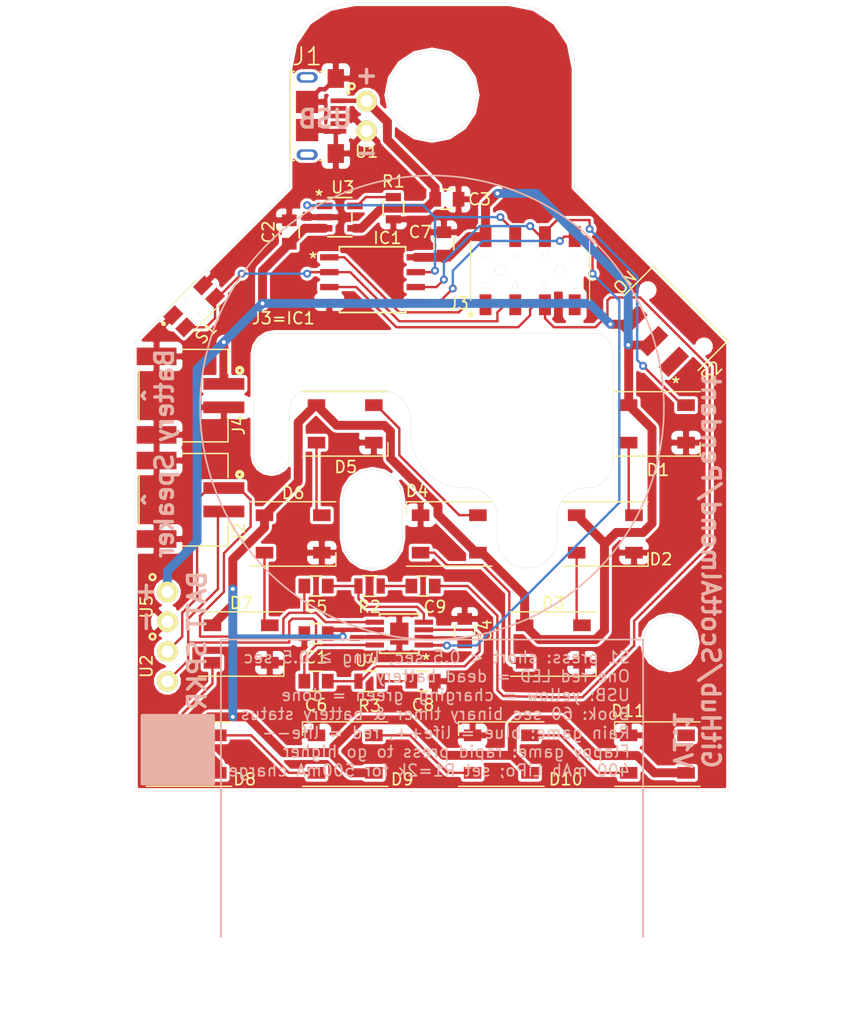
<source format=kicad_pcb>
(kicad_pcb (version 4) (host pcbnew 4.0.2+dfsg1-stable)

  (general
    (links 95)
    (no_connects 0)
    (area 90.093799 76.454 163.906201 163.906201)
    (thickness 1.6)
    (drawings 60)
    (tracks 390)
    (zones 0)
    (modules 35)
    (nets 36)
  )

  (page A4)
  (title_block
    (title "P3 Pendant")
    (rev v1.0)
    (comment 2 creativecommons.org/licenses/by/4.0/)
    (comment 3 "License: CC BY 4.0")
    (comment 4 "Author: Scott Almond")
  )

  (layers
    (0 F.Cu signal)
    (31 B.Cu signal)
    (34 B.Paste user)
    (35 F.Paste user)
    (36 B.SilkS user)
    (37 F.SilkS user)
    (38 B.Mask user)
    (39 F.Mask user)
    (40 Dwgs.User user)
    (41 Cmts.User user)
    (44 Edge.Cuts user)
    (45 Margin user)
    (46 B.CrtYd user)
    (47 F.CrtYd user)
  )

  (setup
    (last_trace_width 0.2032)
    (user_trace_width 0.381)
    (user_trace_width 0.762)
    (trace_clearance 0.2032)
    (zone_clearance 0.254)
    (zone_45_only yes)
    (trace_min 0.1524)
    (segment_width 0.0254)
    (edge_width 0.0254)
    (via_size 0.6858)
    (via_drill 0.3302)
    (via_min_size 0.508)
    (via_min_drill 0.254)
    (uvia_size 0.6858)
    (uvia_drill 0.3302)
    (uvias_allowed no)
    (uvia_min_size 0.508)
    (uvia_min_drill 0.254)
    (pcb_text_width 0.3)
    (pcb_text_size 1.5 1.5)
    (mod_edge_width 0.15)
    (mod_text_size 1 1)
    (mod_text_width 0.15)
    (pad_size 1.524 1.524)
    (pad_drill 0.762)
    (pad_to_mask_clearance 0.0508)
    (aux_axis_origin 0 0)
    (visible_elements FFFFFF7F)
    (pcbplotparams
      (layerselection 0x010f0_80000001)
      (usegerberextensions true)
      (excludeedgelayer true)
      (linewidth 0.100000)
      (plotframeref false)
      (viasonmask false)
      (mode 1)
      (useauxorigin false)
      (hpglpennumber 1)
      (hpglpenspeed 20)
      (hpglpendiameter 15)
      (hpglpenoverlay 2)
      (psnegative false)
      (psa4output false)
      (plotreference true)
      (plotvalue false)
      (plotinvisibletext false)
      (padsonsilk false)
      (subtractmaskfromsilk false)
      (outputformat 1)
      (mirror false)
      (drillshape 0)
      (scaleselection 1)
      (outputdirectory gerber/))
  )

  (net 0 "")
  (net 1 VBAT)
  (net 2 GND)
  (net 3 "Net-(C2-Pad1)")
  (net 4 VUSB)
  (net 5 "Net-(C4-Pad1)")
  (net 6 "Net-(C5-Pad1)")
  (net 7 "Net-(C5-Pad2)")
  (net 8 "Net-(C6-Pad1)")
  (net 9 AUDIO_DRIVE)
  (net 10 LED_DRIVE)
  (net 11 "Net-(D1-Pad2)")
  (net 12 "Net-(D2-Pad2)")
  (net 13 "Net-(D3-Pad2)")
  (net 14 "Net-(D4-Pad2)")
  (net 15 "Net-(D5-Pad2)")
  (net 16 "Net-(D6-Pad2)")
  (net 17 "Net-(D7-Pad2)")
  (net 18 "Net-(D8-Pad2)")
  (net 19 "Net-(D10-Pad4)")
  (net 20 "Net-(D10-Pad2)")
  (net 21 "Net-(D11-Pad2)")
  (net 22 RESET)
  (net 23 BUTTON_STAT)
  (net 24 AMP_STAT)
  (net 25 CHARGING_STAT)
  (net 26 "Net-(J1-Pad2)")
  (net 27 "Net-(J1-Pad3)")
  (net 28 "Net-(J1-Pad4)")
  (net 29 "Net-(R1-Pad1)")
  (net 30 "Net-(S2-Pad1)")
  (net 31 "Net-(J1-PadS5)")
  (net 32 "Net-(J1-PadS6)")
  (net 33 "Net-(C6-Pad2)")
  (net 34 "Net-(C8-Pad1)")
  (net 35 "Net-(C9-Pad1)")

  (net_class Default "This is the default net class."
    (clearance 0.2032)
    (trace_width 0.2032)
    (via_dia 0.6858)
    (via_drill 0.3302)
    (uvia_dia 0.6858)
    (uvia_drill 0.3302)
    (add_net AMP_STAT)
    (add_net AUDIO_DRIVE)
    (add_net BUTTON_STAT)
    (add_net CHARGING_STAT)
    (add_net GND)
    (add_net LED_DRIVE)
    (add_net "Net-(C2-Pad1)")
    (add_net "Net-(C4-Pad1)")
    (add_net "Net-(C5-Pad1)")
    (add_net "Net-(C5-Pad2)")
    (add_net "Net-(C6-Pad1)")
    (add_net "Net-(C6-Pad2)")
    (add_net "Net-(C8-Pad1)")
    (add_net "Net-(C9-Pad1)")
    (add_net "Net-(D1-Pad2)")
    (add_net "Net-(D10-Pad2)")
    (add_net "Net-(D10-Pad4)")
    (add_net "Net-(D11-Pad2)")
    (add_net "Net-(D2-Pad2)")
    (add_net "Net-(D3-Pad2)")
    (add_net "Net-(D4-Pad2)")
    (add_net "Net-(D5-Pad2)")
    (add_net "Net-(D6-Pad2)")
    (add_net "Net-(D7-Pad2)")
    (add_net "Net-(D8-Pad2)")
    (add_net "Net-(J1-Pad2)")
    (add_net "Net-(J1-Pad3)")
    (add_net "Net-(J1-Pad4)")
    (add_net "Net-(J1-PadS5)")
    (add_net "Net-(J1-PadS6)")
    (add_net "Net-(R1-Pad1)")
    (add_net "Net-(S2-Pad1)")
    (add_net RESET)
    (add_net VBAT)
    (add_net VUSB)
  )

  (module M20-7810445:M207810445 (layer F.Cu) (tedit 5CAEBDBF) (tstamp 5CAFB974)
    (at 135.382 99.568)
    (descr M20-7810445-3)
    (tags Connector)
    (path /5C9D846A)
    (fp_text reference J3 (at -6.096 2.794) (layer F.SilkS)
      (effects (font (size 1 1) (thickness 0.15)))
    )
    (fp_text value M20-7810445 (at 0 0) (layer F.SilkS) hide
      (effects (font (size 1.27 1.27) (thickness 0.254)))
    )
    (fp_line (start -5.08 -2.54) (end 5.08 -2.54) (layer Dwgs.User) (width 0.2))
    (fp_line (start 5.08 -2.54) (end 5.08 2.54) (layer Dwgs.User) (width 0.2))
    (fp_line (start 5.08 2.54) (end -5.08 2.54) (layer Dwgs.User) (width 0.2))
    (fp_line (start -5.08 2.54) (end -5.08 -2.54) (layer Dwgs.User) (width 0.2))
    (fp_line (start -6.08 -4.8) (end 6.08 -4.8) (layer Dwgs.User) (width 0.1))
    (fp_line (start 6.08 -4.8) (end 6.08 4.8) (layer Dwgs.User) (width 0.1))
    (fp_line (start 6.08 4.8) (end -6.08 4.8) (layer Dwgs.User) (width 0.1))
    (fp_line (start -6.08 4.8) (end -6.08 -4.8) (layer Dwgs.User) (width 0.1))
    (fp_line (start -5.08 2.54) (end -5.08 -2.54) (layer F.SilkS) (width 0.1))
    (fp_line (start 5.08 2.54) (end 5.08 -2.54) (layer F.SilkS) (width 0.1))
    (pad 1 smd rect (at -3.81 2.91) (size 1.02 1.78) (layers F.Cu F.Paste F.Mask)
      (net 22 RESET))
    (pad 2 smd rect (at -3.81 -2.91) (size 1.02 1.78) (layers F.Cu F.Paste F.Mask)
      (net 1 VBAT))
    (pad 3 smd rect (at -1.27 2.91) (size 1.02 1.78) (layers F.Cu F.Paste F.Mask)
      (net 23 BUTTON_STAT))
    (pad 4 smd rect (at -1.27 -2.91) (size 1.02 1.78) (layers F.Cu F.Paste F.Mask)
      (net 25 CHARGING_STAT))
    (pad 5 smd rect (at 1.27 2.91) (size 1.02 1.78) (layers F.Cu F.Paste F.Mask)
      (net 9 AUDIO_DRIVE))
    (pad 6 smd rect (at 1.27 -2.91) (size 1.02 1.78) (layers F.Cu F.Paste F.Mask)
      (net 10 LED_DRIVE))
    (pad 7 smd rect (at 3.81 2.91) (size 1.02 1.78) (layers F.Cu F.Paste F.Mask)
      (net 2 GND))
    (pad 8 smd rect (at 3.81 -2.91) (size 1.02 1.78) (layers F.Cu F.Paste F.Mask)
      (net 24 AMP_STAT))
    (pad 11 thru_hole circle (at -3.81 -1.27 90) (size 0.51 0.51) (drill 1.02) (layers *.Cu *.Mask F.SilkS))
    (pad 12 thru_hole circle (at -3.81 1.27 90) (size 0.51 0.51) (drill 1.02) (layers *.Cu *.Mask F.SilkS))
    (pad 13 thru_hole circle (at -1.27 1.27 90) (size 0.51 0.51) (drill 1.02) (layers *.Cu *.Mask F.SilkS))
    (pad 14 thru_hole circle (at -1.27 -1.27 90) (size 0.51 0.51) (drill 1.02) (layers *.Cu *.Mask F.SilkS))
    (pad 15 thru_hole circle (at 1.27 -1.27 90) (size 0.51 0.51) (drill 1.02) (layers *.Cu *.Mask F.SilkS))
    (pad 16 thru_hole circle (at 1.27 1.27 90) (size 0.51 0.51) (drill 1.02) (layers *.Cu *.Mask F.SilkS))
    (pad 17 thru_hole circle (at 3.81 1.27 90) (size 0.51 0.51) (drill 1.02) (layers *.Cu *.Mask F.SilkS))
    (pad 18 thru_hole circle (at 3.81 -1.27 90) (size 0.51 0.51) (drill 1.02) (layers *.Cu *.Mask F.SilkS))
    (pad MH1 thru_hole circle (at -2.54 0 90) (size 0.9 0.9) (drill 1.8) (layers *.Cu *.Mask F.SilkS))
    (pad MH2 thru_hole circle (at 2.54 0 90) (size 0.9 0.9) (drill 1.8) (layers *.Cu *.Mask F.SilkS))
  )

  (module Misc:Debug_2p (layer F.Cu) (tedit 5CA028BD) (tstamp 5CAFB9BE)
    (at 121.412 86.36 270)
    (path /5CA0062A)
    (fp_text reference U1 (at 3.048 0 360) (layer F.SilkS)
      (effects (font (size 1 1) (thickness 0.15)))
    )
    (fp_text value Debug (at 0 2.54 270) (layer F.Fab)
      (effects (font (size 1 1) (thickness 0.15)))
    )
    (fp_circle (center -2.54 1.27) (end -2.54 1.016) (layer F.SilkS) (width 0.2032))
    (fp_line (start -2.54 -1.27) (end 2.54 -1.27) (layer F.Fab) (width 0.15))
    (fp_line (start 2.54 -1.27) (end 2.54 1.27) (layer F.Fab) (width 0.15))
    (fp_line (start 2.54 1.27) (end -2.54 1.27) (layer F.Fab) (width 0.15))
    (fp_line (start -2.54 1.27) (end -2.54 -1.27) (layer F.Fab) (width 0.15))
    (pad 1 thru_hole circle (at -1.27 0 270) (size 1.778 1.778) (drill 1.016) (layers *.Cu *.Mask F.SilkS)
      (net 4 VUSB))
    (pad 2 thru_hole circle (at 1.27 0 270) (size 1.778 1.778) (drill 1.016) (layers *.Cu *.Mask F.SilkS)
      (net 2 GND))
  )

  (module Misc:LED_SK6812_PLCC4_5.0x5.0mm_P3.2mm (layer F.Cu) (tedit 5CA042EF) (tstamp 5CAFB8B5)
    (at 119.5832 112.649)
    (descr https://cdn-shop.adafruit.com/product-files/1138/SK6812+LED+datasheet+.pdf)
    (tags "LED RGB NeoPixel")
    (path /5C9EFA56)
    (attr smd)
    (fp_text reference D5 (at 0.0508 3.683) (layer F.SilkS)
      (effects (font (size 1 1) (thickness 0.15)))
    )
    (fp_text value SK6812 (at 0 4) (layer F.Fab)
      (effects (font (size 1 1) (thickness 0.15)))
    )
    (fp_text user %R (at 0 0) (layer F.Fab)
      (effects (font (size 0.8 0.8) (thickness 0.15)))
    )
    (fp_line (start 3.45 -2.75) (end -3.45 -2.75) (layer F.CrtYd) (width 0.05))
    (fp_line (start 3.45 2.75) (end 3.45 -2.75) (layer F.CrtYd) (width 0.05))
    (fp_line (start -3.45 2.75) (end 3.45 2.75) (layer F.CrtYd) (width 0.05))
    (fp_line (start -3.45 -2.75) (end -3.45 2.75) (layer F.CrtYd) (width 0.05))
    (fp_line (start 2.5 1.5) (end 1.5 2.5) (layer F.Fab) (width 0.1))
    (fp_line (start -2.5 -2.5) (end -2.5 2.5) (layer F.Fab) (width 0.1))
    (fp_line (start -2.5 2.5) (end 2.5 2.5) (layer F.Fab) (width 0.1))
    (fp_line (start 2.5 2.5) (end 2.5 -2.5) (layer F.Fab) (width 0.1))
    (fp_line (start 2.5 -2.5) (end -2.5 -2.5) (layer F.Fab) (width 0.1))
    (fp_line (start -3.65 -2.75) (end 3.65 -2.75) (layer F.SilkS) (width 0.12))
    (fp_line (start -3.65 2.75) (end 3.65 2.75) (layer F.SilkS) (width 0.12))
    (fp_line (start 3.65 2.75) (end 3.65 1.6) (layer F.SilkS) (width 0.12))
    (fp_circle (center 0 0) (end 0 -2) (layer F.Fab) (width 0.1))
    (pad 3 smd rect (at 2.45 1.6) (size 1.5 1) (layers F.Cu F.Paste F.Mask)
      (net 2 GND))
    (pad 4 smd rect (at 2.45 -1.6) (size 1.5 1) (layers F.Cu F.Paste F.Mask)
      (net 14 "Net-(D4-Pad2)"))
    (pad 2 smd rect (at -2.45 1.6) (size 1.5 1) (layers F.Cu F.Paste F.Mask)
      (net 15 "Net-(D5-Pad2)"))
    (pad 1 smd rect (at -2.45 -1.6) (size 1.5 1) (layers F.Cu F.Paste F.Mask)
      (net 1 VBAT))
    (model ${KISYS3DMOD}/LED_SMD.3dshapes/LED_SK6812_PLCC4_5.0x5.0mm_P3.2mm.wrl
      (at (xyz 0 0 0))
      (scale (xyz 1 1 1))
      (rotate (xyz 0 0 0))
    )
  )

  (module "S2B-PH-SM4-TB_LF__SN_:JST_S2B-PH-SM4-TB(LF)(SN)" (layer F.Cu) (tedit 5CA05F87) (tstamp 5CAFB97C)
    (at 109.22 110.236 270)
    (path /5C9D5196)
    (attr smd)
    (fp_text reference J4 (at 2.54 -1.27 270) (layer F.SilkS)
      (effects (font (size 1.00219 1.00219) (thickness 0.15)))
    )
    (fp_text value "S2B-PH-SM4-TB(LF)(SN)" (at -0.56707 9.48143 270) (layer F.SilkS) hide
      (effects (font (size 1.00357 1.00357) (thickness 0.05)))
    )
    (fp_line (start 3.95 -0.35) (end 1.9 -0.35) (layer F.SilkS) (width 0.127))
    (fp_line (start -1.9 -0.35) (end -3.95 -0.35) (layer F.SilkS) (width 0.127))
    (fp_line (start -3.95 -0.35) (end -3.95 3.65) (layer F.SilkS) (width 0.127))
    (fp_circle (center -2.15 -1.35) (end -2.05 -1.35) (layer F.SilkS) (width 0.3))
    (fp_line (start -2.2 7.25) (end 2.2 7.25) (layer F.SilkS) (width 0.127))
    (fp_line (start 3.95 3.65) (end 3.95 -0.35) (layer F.SilkS) (width 0.127))
    (fp_line (start 4.35 7.7) (end -4.35 7.7) (layer Eco1.User) (width 0.05))
    (fp_line (start -4.35 7.7) (end -4.35 -0.6) (layer Eco1.User) (width 0.05))
    (fp_line (start -4.35 -0.6) (end -1.75 -0.6) (layer Eco1.User) (width 0.05))
    (fp_line (start -1.75 -0.6) (end -1.75 -2) (layer Eco1.User) (width 0.05))
    (fp_line (start -1.75 -2) (end 1.75 -2) (layer Eco1.User) (width 0.05))
    (fp_line (start 1.75 -2) (end 1.75 -0.6) (layer Eco1.User) (width 0.05))
    (fp_line (start 1.75 -0.6) (end 4.35 -0.6) (layer Eco1.User) (width 0.05))
    (fp_line (start 4.35 -0.6) (end 4.35 7.7) (layer Eco1.User) (width 0.05))
    (fp_line (start 3.95 -0.35) (end 3.95 7.25) (layer Eco2.User) (width 0.127))
    (fp_line (start 3.95 7.25) (end -3.95 7.25) (layer Eco2.User) (width 0.127))
    (fp_line (start -3.95 7.25) (end -3.95 -0.35) (layer Eco2.User) (width 0.127))
    (fp_line (start -3.95 -0.35) (end 3.95 -0.35) (layer Eco2.User) (width 0.127))
    (fp_circle (center -2.15 -1.35) (end -2.05 -1.35) (layer Eco2.User) (width 0.3))
    (pad 2 smd rect (at 1 0 90) (size 1 3.5) (layers F.Cu F.Paste F.Mask)
      (net 2 GND))
    (pad 1 smd rect (at -1 0 90) (size 1 3.5) (layers F.Cu F.Paste F.Mask)
      (net 3 "Net-(C2-Pad1)"))
    (pad S2 smd rect (at 3.35 5.75 90) (size 1.5 3.4) (layers F.Cu F.Paste F.Mask)
      (net 2 GND))
    (pad S1 smd rect (at -3.35 5.75 90) (size 1.5 3.4) (layers F.Cu F.Paste F.Mask)
      (net 2 GND))
  )

  (module Capacitors_SMD:C_0805 (layer F.Cu) (tedit 5CA029C7) (tstamp 5CAFB7F3)
    (at 117.094 130.556 180)
    (descr "Capacitor SMD 0805, reflow soldering, AVX (see smccp.pdf)")
    (tags "capacitor 0805")
    (path /5C9DEE2B)
    (attr smd)
    (fp_text reference C1 (at 0 -2.032 180) (layer F.SilkS)
      (effects (font (size 1 1) (thickness 0.15)))
    )
    (fp_text value 1uF (at 0 2.1 180) (layer F.Fab)
      (effects (font (size 1 1) (thickness 0.15)))
    )
    (fp_line (start -1.8 -1) (end 1.8 -1) (layer F.CrtYd) (width 0.05))
    (fp_line (start -1.8 1) (end 1.8 1) (layer F.CrtYd) (width 0.05))
    (fp_line (start -1.8 -1) (end -1.8 1) (layer F.CrtYd) (width 0.05))
    (fp_line (start 1.8 -1) (end 1.8 1) (layer F.CrtYd) (width 0.05))
    (fp_line (start 0.5 -0.85) (end -0.5 -0.85) (layer F.SilkS) (width 0.15))
    (fp_line (start -0.5 0.85) (end 0.5 0.85) (layer F.SilkS) (width 0.15))
    (pad 1 smd rect (at -1 0 180) (size 1 1.25) (layers F.Cu F.Paste F.Mask)
      (net 1 VBAT))
    (pad 2 smd rect (at 1 0 180) (size 1 1.25) (layers F.Cu F.Paste F.Mask)
      (net 2 GND))
    (model Capacitors_SMD.3dshapes/C_0805.wrl
      (at (xyz 0 0 0))
      (scale (xyz 1 1 1))
      (rotate (xyz 0 0 0))
    )
  )

  (module Capacitors_SMD:C_0805 (layer F.Cu) (tedit 5CA05FA2) (tstamp 5CAFB7FF)
    (at 114.808 96.266 90)
    (descr "Capacitor SMD 0805, reflow soldering, AVX (see smccp.pdf)")
    (tags "capacitor 0805")
    (path /5C9DC4B0)
    (attr smd)
    (fp_text reference C2 (at 0 -1.778 90) (layer F.SilkS)
      (effects (font (size 1 1) (thickness 0.15)))
    )
    (fp_text value 4.7uF (at 0 2.1 90) (layer F.Fab)
      (effects (font (size 1 1) (thickness 0.15)))
    )
    (fp_line (start -1.8 -1) (end 1.8 -1) (layer F.CrtYd) (width 0.05))
    (fp_line (start -1.8 1) (end 1.8 1) (layer F.CrtYd) (width 0.05))
    (fp_line (start -1.8 -1) (end -1.8 1) (layer F.CrtYd) (width 0.05))
    (fp_line (start 1.8 -1) (end 1.8 1) (layer F.CrtYd) (width 0.05))
    (fp_line (start 0.5 -0.85) (end -0.5 -0.85) (layer F.SilkS) (width 0.15))
    (fp_line (start -0.5 0.85) (end 0.5 0.85) (layer F.SilkS) (width 0.15))
    (pad 1 smd rect (at -1 0 90) (size 1 1.25) (layers F.Cu F.Paste F.Mask)
      (net 3 "Net-(C2-Pad1)"))
    (pad 2 smd rect (at 1 0 90) (size 1 1.25) (layers F.Cu F.Paste F.Mask)
      (net 2 GND))
    (model Capacitors_SMD.3dshapes/C_0805.wrl
      (at (xyz 0 0 0))
      (scale (xyz 1 1 1))
      (rotate (xyz 0 0 0))
    )
  )

  (module Capacitors_SMD:C_0805 (layer F.Cu) (tedit 5CA0286F) (tstamp 5CAFB80B)
    (at 128.27 93.472)
    (descr "Capacitor SMD 0805, reflow soldering, AVX (see smccp.pdf)")
    (tags "capacitor 0805")
    (path /5C9DAEBB)
    (attr smd)
    (fp_text reference C3 (at 2.794 0) (layer F.SilkS)
      (effects (font (size 1 1) (thickness 0.15)))
    )
    (fp_text value 4.7uF (at 0 2.1) (layer F.Fab)
      (effects (font (size 1 1) (thickness 0.15)))
    )
    (fp_line (start -1.8 -1) (end 1.8 -1) (layer F.CrtYd) (width 0.05))
    (fp_line (start -1.8 1) (end 1.8 1) (layer F.CrtYd) (width 0.05))
    (fp_line (start -1.8 -1) (end -1.8 1) (layer F.CrtYd) (width 0.05))
    (fp_line (start 1.8 -1) (end 1.8 1) (layer F.CrtYd) (width 0.05))
    (fp_line (start 0.5 -0.85) (end -0.5 -0.85) (layer F.SilkS) (width 0.15))
    (fp_line (start -0.5 0.85) (end 0.5 0.85) (layer F.SilkS) (width 0.15))
    (pad 1 smd rect (at -1 0) (size 1 1.25) (layers F.Cu F.Paste F.Mask)
      (net 4 VUSB))
    (pad 2 smd rect (at 1 0) (size 1 1.25) (layers F.Cu F.Paste F.Mask)
      (net 2 GND))
    (model Capacitors_SMD.3dshapes/C_0805.wrl
      (at (xyz 0 0 0))
      (scale (xyz 1 1 1))
      (rotate (xyz 0 0 0))
    )
  )

  (module Capacitors_SMD:C_0805 (layer F.Cu) (tedit 5CA029A1) (tstamp 5CAFB817)
    (at 129.794 130.302 90)
    (descr "Capacitor SMD 0805, reflow soldering, AVX (see smccp.pdf)")
    (tags "capacitor 0805")
    (path /5CA546C4)
    (attr smd)
    (fp_text reference C4 (at 0 1.778 90) (layer F.SilkS)
      (effects (font (size 1 1) (thickness 0.15)))
    )
    (fp_text value 1uF (at 0 2.1 90) (layer F.Fab)
      (effects (font (size 1 1) (thickness 0.15)))
    )
    (fp_line (start -1.8 -1) (end 1.8 -1) (layer F.CrtYd) (width 0.05))
    (fp_line (start -1.8 1) (end 1.8 1) (layer F.CrtYd) (width 0.05))
    (fp_line (start -1.8 -1) (end -1.8 1) (layer F.CrtYd) (width 0.05))
    (fp_line (start 1.8 -1) (end 1.8 1) (layer F.CrtYd) (width 0.05))
    (fp_line (start 0.5 -0.85) (end -0.5 -0.85) (layer F.SilkS) (width 0.15))
    (fp_line (start -0.5 0.85) (end 0.5 0.85) (layer F.SilkS) (width 0.15))
    (pad 1 smd rect (at -1 0 90) (size 1 1.25) (layers F.Cu F.Paste F.Mask)
      (net 5 "Net-(C4-Pad1)"))
    (pad 2 smd rect (at 1 0 90) (size 1 1.25) (layers F.Cu F.Paste F.Mask)
      (net 2 GND))
    (model Capacitors_SMD.3dshapes/C_0805.wrl
      (at (xyz 0 0 0))
      (scale (xyz 1 1 1))
      (rotate (xyz 0 0 0))
    )
  )

  (module Capacitors_SMD:C_0805 (layer F.Cu) (tedit 5CA02830) (tstamp 5CAFB823)
    (at 117.094 126.492)
    (descr "Capacitor SMD 0805, reflow soldering, AVX (see smccp.pdf)")
    (tags "capacitor 0805")
    (path /5CA0795A)
    (attr smd)
    (fp_text reference C5 (at 0 1.778) (layer F.SilkS)
      (effects (font (size 1 1) (thickness 0.15)))
    )
    (fp_text value 4.7nF (at 0 2.1) (layer F.Fab)
      (effects (font (size 1 1) (thickness 0.15)))
    )
    (fp_line (start -1.8 -1) (end 1.8 -1) (layer F.CrtYd) (width 0.05))
    (fp_line (start -1.8 1) (end 1.8 1) (layer F.CrtYd) (width 0.05))
    (fp_line (start -1.8 -1) (end -1.8 1) (layer F.CrtYd) (width 0.05))
    (fp_line (start 1.8 -1) (end 1.8 1) (layer F.CrtYd) (width 0.05))
    (fp_line (start 0.5 -0.85) (end -0.5 -0.85) (layer F.SilkS) (width 0.15))
    (fp_line (start -0.5 0.85) (end 0.5 0.85) (layer F.SilkS) (width 0.15))
    (pad 1 smd rect (at -1 0) (size 1 1.25) (layers F.Cu F.Paste F.Mask)
      (net 6 "Net-(C5-Pad1)"))
    (pad 2 smd rect (at 1 0) (size 1 1.25) (layers F.Cu F.Paste F.Mask)
      (net 7 "Net-(C5-Pad2)"))
    (model Capacitors_SMD.3dshapes/C_0805.wrl
      (at (xyz 0 0 0))
      (scale (xyz 1 1 1))
      (rotate (xyz 0 0 0))
    )
  )

  (module Capacitors_SMD:C_0805 (layer F.Cu) (tedit 5CA0282A) (tstamp 5CAFB82F)
    (at 117.094 134.62)
    (descr "Capacitor SMD 0805, reflow soldering, AVX (see smccp.pdf)")
    (tags "capacitor 0805")
    (path /5CA1BFEF)
    (attr smd)
    (fp_text reference C6 (at 0 2.032) (layer F.SilkS)
      (effects (font (size 1 1) (thickness 0.15)))
    )
    (fp_text value 4.7nF (at 0 2.1) (layer F.Fab)
      (effects (font (size 1 1) (thickness 0.15)))
    )
    (fp_line (start -1.8 -1) (end 1.8 -1) (layer F.CrtYd) (width 0.05))
    (fp_line (start -1.8 1) (end 1.8 1) (layer F.CrtYd) (width 0.05))
    (fp_line (start -1.8 -1) (end -1.8 1) (layer F.CrtYd) (width 0.05))
    (fp_line (start 1.8 -1) (end 1.8 1) (layer F.CrtYd) (width 0.05))
    (fp_line (start 0.5 -0.85) (end -0.5 -0.85) (layer F.SilkS) (width 0.15))
    (fp_line (start -0.5 0.85) (end 0.5 0.85) (layer F.SilkS) (width 0.15))
    (pad 1 smd rect (at -1 0) (size 1 1.25) (layers F.Cu F.Paste F.Mask)
      (net 8 "Net-(C6-Pad1)"))
    (pad 2 smd rect (at 1 0) (size 1 1.25) (layers F.Cu F.Paste F.Mask)
      (net 33 "Net-(C6-Pad2)"))
    (model Capacitors_SMD.3dshapes/C_0805.wrl
      (at (xyz 0 0 0))
      (scale (xyz 1 1 1))
      (rotate (xyz 0 0 0))
    )
  )

  (module Capacitors_SMD:C_0805 (layer F.Cu) (tedit 5CA0292D) (tstamp 5CAFB83B)
    (at 128.016 97.282 90)
    (descr "Capacitor SMD 0805, reflow soldering, AVX (see smccp.pdf)")
    (tags "capacitor 0805")
    (path /5CA14FAC)
    (attr smd)
    (fp_text reference C7 (at 1.016 -2.032 180) (layer F.SilkS)
      (effects (font (size 1 1) (thickness 0.15)))
    )
    (fp_text value 47uF (at 0 2.1 90) (layer F.Fab)
      (effects (font (size 1 1) (thickness 0.15)))
    )
    (fp_line (start -1.8 -1) (end 1.8 -1) (layer F.CrtYd) (width 0.05))
    (fp_line (start -1.8 1) (end 1.8 1) (layer F.CrtYd) (width 0.05))
    (fp_line (start -1.8 -1) (end -1.8 1) (layer F.CrtYd) (width 0.05))
    (fp_line (start 1.8 -1) (end 1.8 1) (layer F.CrtYd) (width 0.05))
    (fp_line (start 0.5 -0.85) (end -0.5 -0.85) (layer F.SilkS) (width 0.15))
    (fp_line (start -0.5 0.85) (end 0.5 0.85) (layer F.SilkS) (width 0.15))
    (pad 1 smd rect (at -1 0 90) (size 1 1.25) (layers F.Cu F.Paste F.Mask)
      (net 1 VBAT))
    (pad 2 smd rect (at 1 0 90) (size 1 1.25) (layers F.Cu F.Paste F.Mask)
      (net 2 GND))
    (model Capacitors_SMD.3dshapes/C_0805.wrl
      (at (xyz 0 0 0))
      (scale (xyz 1 1 1))
      (rotate (xyz 0 0 0))
    )
  )

  (module Capacitors_SMD:C_0805 (layer F.Cu) (tedit 5CA02822) (tstamp 5CAFB847)
    (at 126.238 134.62)
    (descr "Capacitor SMD 0805, reflow soldering, AVX (see smccp.pdf)")
    (tags "capacitor 0805")
    (path /5CA08749)
    (attr smd)
    (fp_text reference C8 (at 0 2.032) (layer F.SilkS)
      (effects (font (size 1 1) (thickness 0.15)))
    )
    (fp_text value 100nF (at 0 2.1) (layer F.Fab)
      (effects (font (size 1 1) (thickness 0.15)))
    )
    (fp_line (start -1.8 -1) (end 1.8 -1) (layer F.CrtYd) (width 0.05))
    (fp_line (start -1.8 1) (end 1.8 1) (layer F.CrtYd) (width 0.05))
    (fp_line (start -1.8 -1) (end -1.8 1) (layer F.CrtYd) (width 0.05))
    (fp_line (start 1.8 -1) (end 1.8 1) (layer F.CrtYd) (width 0.05))
    (fp_line (start 0.5 -0.85) (end -0.5 -0.85) (layer F.SilkS) (width 0.15))
    (fp_line (start -0.5 0.85) (end 0.5 0.85) (layer F.SilkS) (width 0.15))
    (pad 1 smd rect (at -1 0) (size 1 1.25) (layers F.Cu F.Paste F.Mask)
      (net 34 "Net-(C8-Pad1)"))
    (pad 2 smd rect (at 1 0) (size 1 1.25) (layers F.Cu F.Paste F.Mask)
      (net 2 GND))
    (model Capacitors_SMD.3dshapes/C_0805.wrl
      (at (xyz 0 0 0))
      (scale (xyz 1 1 1))
      (rotate (xyz 0 0 0))
    )
  )

  (module Misc:LED_SK6812_PLCC4_5.0x5.0mm_P3.2mm (layer F.Cu) (tedit 5CA0285C) (tstamp 5CAFB85D)
    (at 146.2532 112.649)
    (descr https://cdn-shop.adafruit.com/product-files/1138/SK6812+LED+datasheet+.pdf)
    (tags "LED RGB NeoPixel")
    (path /5C9ECCEB)
    (attr smd)
    (fp_text reference D1 (at 0.0508 3.937) (layer F.SilkS)
      (effects (font (size 1 1) (thickness 0.15)))
    )
    (fp_text value SK6812 (at 0 4) (layer F.Fab)
      (effects (font (size 1 1) (thickness 0.15)))
    )
    (fp_text user %R (at 0 0) (layer F.Fab)
      (effects (font (size 0.8 0.8) (thickness 0.15)))
    )
    (fp_line (start 3.45 -2.75) (end -3.45 -2.75) (layer F.CrtYd) (width 0.05))
    (fp_line (start 3.45 2.75) (end 3.45 -2.75) (layer F.CrtYd) (width 0.05))
    (fp_line (start -3.45 2.75) (end 3.45 2.75) (layer F.CrtYd) (width 0.05))
    (fp_line (start -3.45 -2.75) (end -3.45 2.75) (layer F.CrtYd) (width 0.05))
    (fp_line (start 2.5 1.5) (end 1.5 2.5) (layer F.Fab) (width 0.1))
    (fp_line (start -2.5 -2.5) (end -2.5 2.5) (layer F.Fab) (width 0.1))
    (fp_line (start -2.5 2.5) (end 2.5 2.5) (layer F.Fab) (width 0.1))
    (fp_line (start 2.5 2.5) (end 2.5 -2.5) (layer F.Fab) (width 0.1))
    (fp_line (start 2.5 -2.5) (end -2.5 -2.5) (layer F.Fab) (width 0.1))
    (fp_line (start -3.65 -2.75) (end 3.65 -2.75) (layer F.SilkS) (width 0.12))
    (fp_line (start -3.65 2.75) (end 3.65 2.75) (layer F.SilkS) (width 0.12))
    (fp_line (start 3.65 2.75) (end 3.65 1.6) (layer F.SilkS) (width 0.12))
    (fp_circle (center 0 0) (end 0 -2) (layer F.Fab) (width 0.1))
    (pad 3 smd rect (at 2.45 1.6) (size 1.5 1) (layers F.Cu F.Paste F.Mask)
      (net 2 GND))
    (pad 4 smd rect (at 2.45 -1.6) (size 1.5 1) (layers F.Cu F.Paste F.Mask)
      (net 10 LED_DRIVE))
    (pad 2 smd rect (at -2.45 1.6) (size 1.5 1) (layers F.Cu F.Paste F.Mask)
      (net 11 "Net-(D1-Pad2)"))
    (pad 1 smd rect (at -2.45 -1.6) (size 1.5 1) (layers F.Cu F.Paste F.Mask)
      (net 1 VBAT))
    (model ${KISYS3DMOD}/LED_SMD.3dshapes/LED_SK6812_PLCC4_5.0x5.0mm_P3.2mm.wrl
      (at (xyz 0 0 0))
      (scale (xyz 1 1 1))
      (rotate (xyz 0 0 0))
    )
  )

  (module Misc:LED_SK6812_PLCC4_5.0x5.0mm_P3.2mm (layer F.Cu) (tedit 5CA03930) (tstamp 5CAFB873)
    (at 141.8082 122.047)
    (descr https://cdn-shop.adafruit.com/product-files/1138/SK6812+LED+datasheet+.pdf)
    (tags "LED RGB NeoPixel")
    (path /5C9EC8CF)
    (attr smd)
    (fp_text reference D2 (at 4.7498 2.159) (layer F.SilkS)
      (effects (font (size 1 1) (thickness 0.15)))
    )
    (fp_text value SK6812 (at 0 4) (layer F.Fab)
      (effects (font (size 1 1) (thickness 0.15)))
    )
    (fp_text user %R (at 0 0) (layer F.Fab)
      (effects (font (size 0.8 0.8) (thickness 0.15)))
    )
    (fp_line (start 3.45 -2.75) (end -3.45 -2.75) (layer F.CrtYd) (width 0.05))
    (fp_line (start 3.45 2.75) (end 3.45 -2.75) (layer F.CrtYd) (width 0.05))
    (fp_line (start -3.45 2.75) (end 3.45 2.75) (layer F.CrtYd) (width 0.05))
    (fp_line (start -3.45 -2.75) (end -3.45 2.75) (layer F.CrtYd) (width 0.05))
    (fp_line (start 2.5 1.5) (end 1.5 2.5) (layer F.Fab) (width 0.1))
    (fp_line (start -2.5 -2.5) (end -2.5 2.5) (layer F.Fab) (width 0.1))
    (fp_line (start -2.5 2.5) (end 2.5 2.5) (layer F.Fab) (width 0.1))
    (fp_line (start 2.5 2.5) (end 2.5 -2.5) (layer F.Fab) (width 0.1))
    (fp_line (start 2.5 -2.5) (end -2.5 -2.5) (layer F.Fab) (width 0.1))
    (fp_line (start -3.65 -2.75) (end 3.65 -2.75) (layer F.SilkS) (width 0.12))
    (fp_line (start -3.65 2.75) (end 3.65 2.75) (layer F.SilkS) (width 0.12))
    (fp_line (start 3.65 2.75) (end 3.65 1.6) (layer F.SilkS) (width 0.12))
    (fp_circle (center 0 0) (end 0 -2) (layer F.Fab) (width 0.1))
    (pad 3 smd rect (at 2.45 1.6) (size 1.5 1) (layers F.Cu F.Paste F.Mask)
      (net 2 GND))
    (pad 4 smd rect (at 2.45 -1.6) (size 1.5 1) (layers F.Cu F.Paste F.Mask)
      (net 11 "Net-(D1-Pad2)"))
    (pad 2 smd rect (at -2.45 1.6) (size 1.5 1) (layers F.Cu F.Paste F.Mask)
      (net 12 "Net-(D2-Pad2)"))
    (pad 1 smd rect (at -2.45 -1.6) (size 1.5 1) (layers F.Cu F.Paste F.Mask)
      (net 1 VBAT))
    (model ${KISYS3DMOD}/LED_SMD.3dshapes/LED_SK6812_PLCC4_5.0x5.0mm_P3.2mm.wrl
      (at (xyz 0 0 0))
      (scale (xyz 1 1 1))
      (rotate (xyz 0 0 0))
    )
  )

  (module Misc:LED_SK6812_PLCC4_5.0x5.0mm_P3.2mm (layer F.Cu) (tedit 5C9D4C28) (tstamp 5CAFB889)
    (at 137.3632 131.445)
    (descr https://cdn-shop.adafruit.com/product-files/1138/SK6812+LED+datasheet+.pdf)
    (tags "LED RGB NeoPixel")
    (path /5C9EF96D)
    (attr smd)
    (fp_text reference D3 (at 0 -3.5) (layer F.SilkS)
      (effects (font (size 1 1) (thickness 0.15)))
    )
    (fp_text value SK6812 (at 0 4) (layer F.Fab)
      (effects (font (size 1 1) (thickness 0.15)))
    )
    (fp_text user %R (at 0 0) (layer F.Fab)
      (effects (font (size 0.8 0.8) (thickness 0.15)))
    )
    (fp_line (start 3.45 -2.75) (end -3.45 -2.75) (layer F.CrtYd) (width 0.05))
    (fp_line (start 3.45 2.75) (end 3.45 -2.75) (layer F.CrtYd) (width 0.05))
    (fp_line (start -3.45 2.75) (end 3.45 2.75) (layer F.CrtYd) (width 0.05))
    (fp_line (start -3.45 -2.75) (end -3.45 2.75) (layer F.CrtYd) (width 0.05))
    (fp_line (start 2.5 1.5) (end 1.5 2.5) (layer F.Fab) (width 0.1))
    (fp_line (start -2.5 -2.5) (end -2.5 2.5) (layer F.Fab) (width 0.1))
    (fp_line (start -2.5 2.5) (end 2.5 2.5) (layer F.Fab) (width 0.1))
    (fp_line (start 2.5 2.5) (end 2.5 -2.5) (layer F.Fab) (width 0.1))
    (fp_line (start 2.5 -2.5) (end -2.5 -2.5) (layer F.Fab) (width 0.1))
    (fp_line (start -3.65 -2.75) (end 3.65 -2.75) (layer F.SilkS) (width 0.12))
    (fp_line (start -3.65 2.75) (end 3.65 2.75) (layer F.SilkS) (width 0.12))
    (fp_line (start 3.65 2.75) (end 3.65 1.6) (layer F.SilkS) (width 0.12))
    (fp_circle (center 0 0) (end 0 -2) (layer F.Fab) (width 0.1))
    (pad 3 smd rect (at 2.45 1.6) (size 1.5 1) (layers F.Cu F.Paste F.Mask)
      (net 2 GND))
    (pad 4 smd rect (at 2.45 -1.6) (size 1.5 1) (layers F.Cu F.Paste F.Mask)
      (net 12 "Net-(D2-Pad2)"))
    (pad 2 smd rect (at -2.45 1.6) (size 1.5 1) (layers F.Cu F.Paste F.Mask)
      (net 13 "Net-(D3-Pad2)"))
    (pad 1 smd rect (at -2.45 -1.6) (size 1.5 1) (layers F.Cu F.Paste F.Mask)
      (net 1 VBAT))
    (model ${KISYS3DMOD}/LED_SMD.3dshapes/LED_SK6812_PLCC4_5.0x5.0mm_P3.2mm.wrl
      (at (xyz 0 0 0))
      (scale (xyz 1 1 1))
      (rotate (xyz 0 0 0))
    )
  )

  (module Misc:LED_SK6812_PLCC4_5.0x5.0mm_P3.2mm (layer F.Cu) (tedit 5CA042D9) (tstamp 5CAFB89F)
    (at 128.4732 122.047 180)
    (descr https://cdn-shop.adafruit.com/product-files/1138/SK6812+LED+datasheet+.pdf)
    (tags "LED RGB NeoPixel")
    (path /5C9EF9D3)
    (attr smd)
    (fp_text reference D4 (at 2.7432 3.683 180) (layer F.SilkS)
      (effects (font (size 1 1) (thickness 0.15)))
    )
    (fp_text value SK6812 (at 0 4 180) (layer F.Fab)
      (effects (font (size 1 1) (thickness 0.15)))
    )
    (fp_text user %R (at 0 0 180) (layer F.Fab)
      (effects (font (size 0.8 0.8) (thickness 0.15)))
    )
    (fp_line (start 3.45 -2.75) (end -3.45 -2.75) (layer F.CrtYd) (width 0.05))
    (fp_line (start 3.45 2.75) (end 3.45 -2.75) (layer F.CrtYd) (width 0.05))
    (fp_line (start -3.45 2.75) (end 3.45 2.75) (layer F.CrtYd) (width 0.05))
    (fp_line (start -3.45 -2.75) (end -3.45 2.75) (layer F.CrtYd) (width 0.05))
    (fp_line (start 2.5 1.5) (end 1.5 2.5) (layer F.Fab) (width 0.1))
    (fp_line (start -2.5 -2.5) (end -2.5 2.5) (layer F.Fab) (width 0.1))
    (fp_line (start -2.5 2.5) (end 2.5 2.5) (layer F.Fab) (width 0.1))
    (fp_line (start 2.5 2.5) (end 2.5 -2.5) (layer F.Fab) (width 0.1))
    (fp_line (start 2.5 -2.5) (end -2.5 -2.5) (layer F.Fab) (width 0.1))
    (fp_line (start -3.65 -2.75) (end 3.65 -2.75) (layer F.SilkS) (width 0.12))
    (fp_line (start -3.65 2.75) (end 3.65 2.75) (layer F.SilkS) (width 0.12))
    (fp_line (start 3.65 2.75) (end 3.65 1.6) (layer F.SilkS) (width 0.12))
    (fp_circle (center 0 0) (end 0 -2) (layer F.Fab) (width 0.1))
    (pad 3 smd rect (at 2.45 1.6 180) (size 1.5 1) (layers F.Cu F.Paste F.Mask)
      (net 2 GND))
    (pad 4 smd rect (at 2.45 -1.6 180) (size 1.5 1) (layers F.Cu F.Paste F.Mask)
      (net 13 "Net-(D3-Pad2)"))
    (pad 2 smd rect (at -2.45 1.6 180) (size 1.5 1) (layers F.Cu F.Paste F.Mask)
      (net 14 "Net-(D4-Pad2)"))
    (pad 1 smd rect (at -2.45 -1.6 180) (size 1.5 1) (layers F.Cu F.Paste F.Mask)
      (net 1 VBAT))
    (model ${KISYS3DMOD}/LED_SMD.3dshapes/LED_SK6812_PLCC4_5.0x5.0mm_P3.2mm.wrl
      (at (xyz 0 0 0))
      (scale (xyz 1 1 1))
      (rotate (xyz 0 0 0))
    )
  )

  (module Misc:LED_SK6812_PLCC4_5.0x5.0mm_P3.2mm (layer F.Cu) (tedit 5C9D4C28) (tstamp 5CAFB8CB)
    (at 115.1382 122.047)
    (descr https://cdn-shop.adafruit.com/product-files/1138/SK6812+LED+datasheet+.pdf)
    (tags "LED RGB NeoPixel")
    (path /5C9EFACC)
    (attr smd)
    (fp_text reference D6 (at 0 -3.5) (layer F.SilkS)
      (effects (font (size 1 1) (thickness 0.15)))
    )
    (fp_text value SK6812 (at 0 4) (layer F.Fab)
      (effects (font (size 1 1) (thickness 0.15)))
    )
    (fp_text user %R (at 0 0) (layer F.Fab)
      (effects (font (size 0.8 0.8) (thickness 0.15)))
    )
    (fp_line (start 3.45 -2.75) (end -3.45 -2.75) (layer F.CrtYd) (width 0.05))
    (fp_line (start 3.45 2.75) (end 3.45 -2.75) (layer F.CrtYd) (width 0.05))
    (fp_line (start -3.45 2.75) (end 3.45 2.75) (layer F.CrtYd) (width 0.05))
    (fp_line (start -3.45 -2.75) (end -3.45 2.75) (layer F.CrtYd) (width 0.05))
    (fp_line (start 2.5 1.5) (end 1.5 2.5) (layer F.Fab) (width 0.1))
    (fp_line (start -2.5 -2.5) (end -2.5 2.5) (layer F.Fab) (width 0.1))
    (fp_line (start -2.5 2.5) (end 2.5 2.5) (layer F.Fab) (width 0.1))
    (fp_line (start 2.5 2.5) (end 2.5 -2.5) (layer F.Fab) (width 0.1))
    (fp_line (start 2.5 -2.5) (end -2.5 -2.5) (layer F.Fab) (width 0.1))
    (fp_line (start -3.65 -2.75) (end 3.65 -2.75) (layer F.SilkS) (width 0.12))
    (fp_line (start -3.65 2.75) (end 3.65 2.75) (layer F.SilkS) (width 0.12))
    (fp_line (start 3.65 2.75) (end 3.65 1.6) (layer F.SilkS) (width 0.12))
    (fp_circle (center 0 0) (end 0 -2) (layer F.Fab) (width 0.1))
    (pad 3 smd rect (at 2.45 1.6) (size 1.5 1) (layers F.Cu F.Paste F.Mask)
      (net 2 GND))
    (pad 4 smd rect (at 2.45 -1.6) (size 1.5 1) (layers F.Cu F.Paste F.Mask)
      (net 15 "Net-(D5-Pad2)"))
    (pad 2 smd rect (at -2.45 1.6) (size 1.5 1) (layers F.Cu F.Paste F.Mask)
      (net 16 "Net-(D6-Pad2)"))
    (pad 1 smd rect (at -2.45 -1.6) (size 1.5 1) (layers F.Cu F.Paste F.Mask)
      (net 1 VBAT))
    (model ${KISYS3DMOD}/LED_SMD.3dshapes/LED_SK6812_PLCC4_5.0x5.0mm_P3.2mm.wrl
      (at (xyz 0 0 0))
      (scale (xyz 1 1 1))
      (rotate (xyz 0 0 0))
    )
  )

  (module Misc:LED_SK6812_PLCC4_5.0x5.0mm_P3.2mm (layer F.Cu) (tedit 5C9D4C28) (tstamp 5CAFB8E1)
    (at 110.6932 131.445)
    (descr https://cdn-shop.adafruit.com/product-files/1138/SK6812+LED+datasheet+.pdf)
    (tags "LED RGB NeoPixel")
    (path /5C9EFB83)
    (attr smd)
    (fp_text reference D7 (at 0 -3.5) (layer F.SilkS)
      (effects (font (size 1 1) (thickness 0.15)))
    )
    (fp_text value SK6812 (at 0 4) (layer F.Fab)
      (effects (font (size 1 1) (thickness 0.15)))
    )
    (fp_text user %R (at 0 0) (layer F.Fab)
      (effects (font (size 0.8 0.8) (thickness 0.15)))
    )
    (fp_line (start 3.45 -2.75) (end -3.45 -2.75) (layer F.CrtYd) (width 0.05))
    (fp_line (start 3.45 2.75) (end 3.45 -2.75) (layer F.CrtYd) (width 0.05))
    (fp_line (start -3.45 2.75) (end 3.45 2.75) (layer F.CrtYd) (width 0.05))
    (fp_line (start -3.45 -2.75) (end -3.45 2.75) (layer F.CrtYd) (width 0.05))
    (fp_line (start 2.5 1.5) (end 1.5 2.5) (layer F.Fab) (width 0.1))
    (fp_line (start -2.5 -2.5) (end -2.5 2.5) (layer F.Fab) (width 0.1))
    (fp_line (start -2.5 2.5) (end 2.5 2.5) (layer F.Fab) (width 0.1))
    (fp_line (start 2.5 2.5) (end 2.5 -2.5) (layer F.Fab) (width 0.1))
    (fp_line (start 2.5 -2.5) (end -2.5 -2.5) (layer F.Fab) (width 0.1))
    (fp_line (start -3.65 -2.75) (end 3.65 -2.75) (layer F.SilkS) (width 0.12))
    (fp_line (start -3.65 2.75) (end 3.65 2.75) (layer F.SilkS) (width 0.12))
    (fp_line (start 3.65 2.75) (end 3.65 1.6) (layer F.SilkS) (width 0.12))
    (fp_circle (center 0 0) (end 0 -2) (layer F.Fab) (width 0.1))
    (pad 3 smd rect (at 2.45 1.6) (size 1.5 1) (layers F.Cu F.Paste F.Mask)
      (net 2 GND))
    (pad 4 smd rect (at 2.45 -1.6) (size 1.5 1) (layers F.Cu F.Paste F.Mask)
      (net 16 "Net-(D6-Pad2)"))
    (pad 2 smd rect (at -2.45 1.6) (size 1.5 1) (layers F.Cu F.Paste F.Mask)
      (net 17 "Net-(D7-Pad2)"))
    (pad 1 smd rect (at -2.45 -1.6) (size 1.5 1) (layers F.Cu F.Paste F.Mask)
      (net 1 VBAT))
    (model ${KISYS3DMOD}/LED_SMD.3dshapes/LED_SK6812_PLCC4_5.0x5.0mm_P3.2mm.wrl
      (at (xyz 0 0 0))
      (scale (xyz 1 1 1))
      (rotate (xyz 0 0 0))
    )
  )

  (module Misc:LED_SK6812_PLCC4_5.0x5.0mm_P3.2mm (layer F.Cu) (tedit 5CA027D7) (tstamp 5CAFB8F7)
    (at 106.2482 140.843 180)
    (descr https://cdn-shop.adafruit.com/product-files/1138/SK6812+LED+datasheet+.pdf)
    (tags "LED RGB NeoPixel")
    (path /5C9EFBE1)
    (attr smd)
    (fp_text reference D8 (at -4.7498 -2.159 180) (layer F.SilkS)
      (effects (font (size 1 1) (thickness 0.15)))
    )
    (fp_text value SK6812 (at 0 4 180) (layer F.Fab)
      (effects (font (size 1 1) (thickness 0.15)))
    )
    (fp_text user %R (at 0 0 180) (layer F.Fab)
      (effects (font (size 0.8 0.8) (thickness 0.15)))
    )
    (fp_line (start 3.45 -2.75) (end -3.45 -2.75) (layer F.CrtYd) (width 0.05))
    (fp_line (start 3.45 2.75) (end 3.45 -2.75) (layer F.CrtYd) (width 0.05))
    (fp_line (start -3.45 2.75) (end 3.45 2.75) (layer F.CrtYd) (width 0.05))
    (fp_line (start -3.45 -2.75) (end -3.45 2.75) (layer F.CrtYd) (width 0.05))
    (fp_line (start 2.5 1.5) (end 1.5 2.5) (layer F.Fab) (width 0.1))
    (fp_line (start -2.5 -2.5) (end -2.5 2.5) (layer F.Fab) (width 0.1))
    (fp_line (start -2.5 2.5) (end 2.5 2.5) (layer F.Fab) (width 0.1))
    (fp_line (start 2.5 2.5) (end 2.5 -2.5) (layer F.Fab) (width 0.1))
    (fp_line (start 2.5 -2.5) (end -2.5 -2.5) (layer F.Fab) (width 0.1))
    (fp_line (start -3.65 -2.75) (end 3.65 -2.75) (layer F.SilkS) (width 0.12))
    (fp_line (start -3.65 2.75) (end 3.65 2.75) (layer F.SilkS) (width 0.12))
    (fp_line (start 3.65 2.75) (end 3.65 1.6) (layer F.SilkS) (width 0.12))
    (fp_circle (center 0 0) (end 0 -2) (layer F.Fab) (width 0.1))
    (pad 3 smd rect (at 2.45 1.6 180) (size 1.5 1) (layers F.Cu F.Paste F.Mask)
      (net 2 GND))
    (pad 4 smd rect (at 2.45 -1.6 180) (size 1.5 1) (layers F.Cu F.Paste F.Mask)
      (net 17 "Net-(D7-Pad2)"))
    (pad 2 smd rect (at -2.45 1.6 180) (size 1.5 1) (layers F.Cu F.Paste F.Mask)
      (net 18 "Net-(D8-Pad2)"))
    (pad 1 smd rect (at -2.45 -1.6 180) (size 1.5 1) (layers F.Cu F.Paste F.Mask)
      (net 1 VBAT))
    (model ${KISYS3DMOD}/LED_SMD.3dshapes/LED_SK6812_PLCC4_5.0x5.0mm_P3.2mm.wrl
      (at (xyz 0 0 0))
      (scale (xyz 1 1 1))
      (rotate (xyz 0 0 0))
    )
  )

  (module Misc:LED_SK6812_PLCC4_5.0x5.0mm_P3.2mm (layer F.Cu) (tedit 5CA027FA) (tstamp 5CAFB90D)
    (at 119.5832 140.843 180)
    (descr https://cdn-shop.adafruit.com/product-files/1138/SK6812+LED+datasheet+.pdf)
    (tags "LED RGB NeoPixel")
    (path /5C9EFC52)
    (attr smd)
    (fp_text reference D9 (at -4.8768 -2.159 180) (layer F.SilkS)
      (effects (font (size 1 1) (thickness 0.15)))
    )
    (fp_text value SK6812 (at 0 4 180) (layer F.Fab)
      (effects (font (size 1 1) (thickness 0.15)))
    )
    (fp_text user %R (at 0 0 180) (layer F.Fab)
      (effects (font (size 0.8 0.8) (thickness 0.15)))
    )
    (fp_line (start 3.45 -2.75) (end -3.45 -2.75) (layer F.CrtYd) (width 0.05))
    (fp_line (start 3.45 2.75) (end 3.45 -2.75) (layer F.CrtYd) (width 0.05))
    (fp_line (start -3.45 2.75) (end 3.45 2.75) (layer F.CrtYd) (width 0.05))
    (fp_line (start -3.45 -2.75) (end -3.45 2.75) (layer F.CrtYd) (width 0.05))
    (fp_line (start 2.5 1.5) (end 1.5 2.5) (layer F.Fab) (width 0.1))
    (fp_line (start -2.5 -2.5) (end -2.5 2.5) (layer F.Fab) (width 0.1))
    (fp_line (start -2.5 2.5) (end 2.5 2.5) (layer F.Fab) (width 0.1))
    (fp_line (start 2.5 2.5) (end 2.5 -2.5) (layer F.Fab) (width 0.1))
    (fp_line (start 2.5 -2.5) (end -2.5 -2.5) (layer F.Fab) (width 0.1))
    (fp_line (start -3.65 -2.75) (end 3.65 -2.75) (layer F.SilkS) (width 0.12))
    (fp_line (start -3.65 2.75) (end 3.65 2.75) (layer F.SilkS) (width 0.12))
    (fp_line (start 3.65 2.75) (end 3.65 1.6) (layer F.SilkS) (width 0.12))
    (fp_circle (center 0 0) (end 0 -2) (layer F.Fab) (width 0.1))
    (pad 3 smd rect (at 2.45 1.6 180) (size 1.5 1) (layers F.Cu F.Paste F.Mask)
      (net 2 GND))
    (pad 4 smd rect (at 2.45 -1.6 180) (size 1.5 1) (layers F.Cu F.Paste F.Mask)
      (net 18 "Net-(D8-Pad2)"))
    (pad 2 smd rect (at -2.45 1.6 180) (size 1.5 1) (layers F.Cu F.Paste F.Mask)
      (net 19 "Net-(D10-Pad4)"))
    (pad 1 smd rect (at -2.45 -1.6 180) (size 1.5 1) (layers F.Cu F.Paste F.Mask)
      (net 1 VBAT))
    (model ${KISYS3DMOD}/LED_SMD.3dshapes/LED_SK6812_PLCC4_5.0x5.0mm_P3.2mm.wrl
      (at (xyz 0 0 0))
      (scale (xyz 1 1 1))
      (rotate (xyz 0 0 0))
    )
  )

  (module Misc:LED_SK6812_PLCC4_5.0x5.0mm_P3.2mm (layer F.Cu) (tedit 5CA027FF) (tstamp 5CAFB923)
    (at 132.9182 140.843 180)
    (descr https://cdn-shop.adafruit.com/product-files/1138/SK6812+LED+datasheet+.pdf)
    (tags "LED RGB NeoPixel")
    (path /5C9EFCCA)
    (attr smd)
    (fp_text reference D10 (at -5.5118 -2.159 180) (layer F.SilkS)
      (effects (font (size 1 1) (thickness 0.15)))
    )
    (fp_text value SK6812 (at 0 4 180) (layer F.Fab)
      (effects (font (size 1 1) (thickness 0.15)))
    )
    (fp_text user %R (at 0 0 180) (layer F.Fab)
      (effects (font (size 0.8 0.8) (thickness 0.15)))
    )
    (fp_line (start 3.45 -2.75) (end -3.45 -2.75) (layer F.CrtYd) (width 0.05))
    (fp_line (start 3.45 2.75) (end 3.45 -2.75) (layer F.CrtYd) (width 0.05))
    (fp_line (start -3.45 2.75) (end 3.45 2.75) (layer F.CrtYd) (width 0.05))
    (fp_line (start -3.45 -2.75) (end -3.45 2.75) (layer F.CrtYd) (width 0.05))
    (fp_line (start 2.5 1.5) (end 1.5 2.5) (layer F.Fab) (width 0.1))
    (fp_line (start -2.5 -2.5) (end -2.5 2.5) (layer F.Fab) (width 0.1))
    (fp_line (start -2.5 2.5) (end 2.5 2.5) (layer F.Fab) (width 0.1))
    (fp_line (start 2.5 2.5) (end 2.5 -2.5) (layer F.Fab) (width 0.1))
    (fp_line (start 2.5 -2.5) (end -2.5 -2.5) (layer F.Fab) (width 0.1))
    (fp_line (start -3.65 -2.75) (end 3.65 -2.75) (layer F.SilkS) (width 0.12))
    (fp_line (start -3.65 2.75) (end 3.65 2.75) (layer F.SilkS) (width 0.12))
    (fp_line (start 3.65 2.75) (end 3.65 1.6) (layer F.SilkS) (width 0.12))
    (fp_circle (center 0 0) (end 0 -2) (layer F.Fab) (width 0.1))
    (pad 3 smd rect (at 2.45 1.6 180) (size 1.5 1) (layers F.Cu F.Paste F.Mask)
      (net 2 GND))
    (pad 4 smd rect (at 2.45 -1.6 180) (size 1.5 1) (layers F.Cu F.Paste F.Mask)
      (net 19 "Net-(D10-Pad4)"))
    (pad 2 smd rect (at -2.45 1.6 180) (size 1.5 1) (layers F.Cu F.Paste F.Mask)
      (net 20 "Net-(D10-Pad2)"))
    (pad 1 smd rect (at -2.45 -1.6 180) (size 1.5 1) (layers F.Cu F.Paste F.Mask)
      (net 1 VBAT))
    (model ${KISYS3DMOD}/LED_SMD.3dshapes/LED_SK6812_PLCC4_5.0x5.0mm_P3.2mm.wrl
      (at (xyz 0 0 0))
      (scale (xyz 1 1 1))
      (rotate (xyz 0 0 0))
    )
  )

  (module Misc:LED_SK6812_PLCC4_5.0x5.0mm_P3.2mm (layer F.Cu) (tedit 5CA027F0) (tstamp 5CAFB939)
    (at 146.2532 140.843 180)
    (descr https://cdn-shop.adafruit.com/product-files/1138/SK6812+LED+datasheet+.pdf)
    (tags "LED RGB NeoPixel")
    (path /5C9EFD4B)
    (attr smd)
    (fp_text reference D11 (at 2.4892 3.683 180) (layer F.SilkS)
      (effects (font (size 1 1) (thickness 0.15)))
    )
    (fp_text value SK6812 (at 0 4 180) (layer F.Fab)
      (effects (font (size 1 1) (thickness 0.15)))
    )
    (fp_text user %R (at 0 0 180) (layer F.Fab)
      (effects (font (size 0.8 0.8) (thickness 0.15)))
    )
    (fp_line (start 3.45 -2.75) (end -3.45 -2.75) (layer F.CrtYd) (width 0.05))
    (fp_line (start 3.45 2.75) (end 3.45 -2.75) (layer F.CrtYd) (width 0.05))
    (fp_line (start -3.45 2.75) (end 3.45 2.75) (layer F.CrtYd) (width 0.05))
    (fp_line (start -3.45 -2.75) (end -3.45 2.75) (layer F.CrtYd) (width 0.05))
    (fp_line (start 2.5 1.5) (end 1.5 2.5) (layer F.Fab) (width 0.1))
    (fp_line (start -2.5 -2.5) (end -2.5 2.5) (layer F.Fab) (width 0.1))
    (fp_line (start -2.5 2.5) (end 2.5 2.5) (layer F.Fab) (width 0.1))
    (fp_line (start 2.5 2.5) (end 2.5 -2.5) (layer F.Fab) (width 0.1))
    (fp_line (start 2.5 -2.5) (end -2.5 -2.5) (layer F.Fab) (width 0.1))
    (fp_line (start -3.65 -2.75) (end 3.65 -2.75) (layer F.SilkS) (width 0.12))
    (fp_line (start -3.65 2.75) (end 3.65 2.75) (layer F.SilkS) (width 0.12))
    (fp_line (start 3.65 2.75) (end 3.65 1.6) (layer F.SilkS) (width 0.12))
    (fp_circle (center 0 0) (end 0 -2) (layer F.Fab) (width 0.1))
    (pad 3 smd rect (at 2.45 1.6 180) (size 1.5 1) (layers F.Cu F.Paste F.Mask)
      (net 2 GND))
    (pad 4 smd rect (at 2.45 -1.6 180) (size 1.5 1) (layers F.Cu F.Paste F.Mask)
      (net 20 "Net-(D10-Pad2)"))
    (pad 2 smd rect (at -2.45 1.6 180) (size 1.5 1) (layers F.Cu F.Paste F.Mask)
      (net 21 "Net-(D11-Pad2)"))
    (pad 1 smd rect (at -2.45 -1.6 180) (size 1.5 1) (layers F.Cu F.Paste F.Mask)
      (net 1 VBAT))
    (model ${KISYS3DMOD}/LED_SMD.3dshapes/LED_SK6812_PLCC4_5.0x5.0mm_P3.2mm.wrl
      (at (xyz 0 0 0))
      (scale (xyz 1 1 1))
      (rotate (xyz 0 0 0))
    )
  )

  (module attiny:ATTINY85-20SU (layer F.Cu) (tedit 5CA02947) (tstamp 5CAFB945)
    (at 121.92 100.33)
    (path /5C9D293B)
    (fp_text reference IC1 (at 1.27 -3.556) (layer F.SilkS)
      (effects (font (size 1 1) (thickness 0.15)))
    )
    (fp_text value ATTINY85-S (at 0 0) (layer F.SilkS) hide
      (effects (font (size 1 1) (thickness 0.15)))
    )
    (fp_text user "Copyright 2016 Accelerated Designs. All rights reserved." (at 0 0) (layer Cmts.User) hide
      (effects (font (size 0.127 0.127) (thickness 0.002)))
    )
    (fp_text user * (at -5.08 -1.778) (layer F.SilkS)
      (effects (font (size 1 1) (thickness 0.15)))
    )
    (fp_text user * (at -2.3241 -2.6035) (layer F.Fab)
      (effects (font (size 1 1) (thickness 0.15)))
    )
    (fp_line (start -2.7051 -1.6637) (end -2.7051 -2.1463) (layer F.Fab) (width 0.1524))
    (fp_line (start -2.7051 -2.1463) (end -4.1275 -2.1463) (layer F.Fab) (width 0.1524))
    (fp_line (start -4.1275 -2.1463) (end -4.1275 -1.6637) (layer F.Fab) (width 0.1524))
    (fp_line (start -4.1275 -1.6637) (end -2.7051 -1.6637) (layer F.Fab) (width 0.1524))
    (fp_line (start -2.7051 -0.3937) (end -2.7051 -0.8763) (layer F.Fab) (width 0.1524))
    (fp_line (start -2.7051 -0.8763) (end -4.1275 -0.8763) (layer F.Fab) (width 0.1524))
    (fp_line (start -4.1275 -0.8763) (end -4.1275 -0.3937) (layer F.Fab) (width 0.1524))
    (fp_line (start -4.1275 -0.3937) (end -2.7051 -0.3937) (layer F.Fab) (width 0.1524))
    (fp_line (start -2.7051 0.8763) (end -2.7051 0.3937) (layer F.Fab) (width 0.1524))
    (fp_line (start -2.7051 0.3937) (end -4.1275 0.3937) (layer F.Fab) (width 0.1524))
    (fp_line (start -4.1275 0.3937) (end -4.1275 0.8763) (layer F.Fab) (width 0.1524))
    (fp_line (start -4.1275 0.8763) (end -2.7051 0.8763) (layer F.Fab) (width 0.1524))
    (fp_line (start -2.7051 2.1463) (end -2.7051 1.6637) (layer F.Fab) (width 0.1524))
    (fp_line (start -2.7051 1.6637) (end -4.1275 1.6637) (layer F.Fab) (width 0.1524))
    (fp_line (start -4.1275 1.6637) (end -4.1275 2.1463) (layer F.Fab) (width 0.1524))
    (fp_line (start -4.1275 2.1463) (end -2.7051 2.1463) (layer F.Fab) (width 0.1524))
    (fp_line (start 2.7051 1.6637) (end 2.7051 2.1463) (layer F.Fab) (width 0.1524))
    (fp_line (start 2.7051 2.1463) (end 4.1275 2.1463) (layer F.Fab) (width 0.1524))
    (fp_line (start 4.1275 2.1463) (end 4.1275 1.6637) (layer F.Fab) (width 0.1524))
    (fp_line (start 4.1275 1.6637) (end 2.7051 1.6637) (layer F.Fab) (width 0.1524))
    (fp_line (start 2.7051 0.3937) (end 2.7051 0.8763) (layer F.Fab) (width 0.1524))
    (fp_line (start 2.7051 0.8763) (end 4.1275 0.8763) (layer F.Fab) (width 0.1524))
    (fp_line (start 4.1275 0.8763) (end 4.1275 0.3937) (layer F.Fab) (width 0.1524))
    (fp_line (start 4.1275 0.3937) (end 2.7051 0.3937) (layer F.Fab) (width 0.1524))
    (fp_line (start 2.7051 -0.8763) (end 2.7051 -0.3937) (layer F.Fab) (width 0.1524))
    (fp_line (start 2.7051 -0.3937) (end 4.1275 -0.3937) (layer F.Fab) (width 0.1524))
    (fp_line (start 4.1275 -0.3937) (end 4.1275 -0.8763) (layer F.Fab) (width 0.1524))
    (fp_line (start 4.1275 -0.8763) (end 2.7051 -0.8763) (layer F.Fab) (width 0.1524))
    (fp_line (start 2.7051 -2.1463) (end 2.7051 -1.6637) (layer F.Fab) (width 0.1524))
    (fp_line (start 2.7051 -1.6637) (end 4.1275 -1.6637) (layer F.Fab) (width 0.1524))
    (fp_line (start 4.1275 -1.6637) (end 4.1275 -2.1463) (layer F.Fab) (width 0.1524))
    (fp_line (start 4.1275 -2.1463) (end 2.7051 -2.1463) (layer F.Fab) (width 0.1524))
    (fp_line (start -2.8321 2.8067) (end 2.8321 2.8067) (layer F.SilkS) (width 0.1524))
    (fp_line (start 2.8321 2.8067) (end 2.8321 2.495597) (layer F.SilkS) (width 0.1524))
    (fp_line (start 2.8321 -2.8067) (end -2.8321 -2.8067) (layer F.SilkS) (width 0.1524))
    (fp_line (start -2.8321 -2.8067) (end -2.8321 -2.495597) (layer F.SilkS) (width 0.1524))
    (fp_line (start -2.7051 2.6797) (end 2.7051 2.6797) (layer F.Fab) (width 0.1524))
    (fp_line (start 2.7051 2.6797) (end 2.7051 -2.6797) (layer F.Fab) (width 0.1524))
    (fp_line (start 2.7051 -2.6797) (end -2.7051 -2.6797) (layer F.Fab) (width 0.1524))
    (fp_line (start -2.7051 -2.6797) (end -2.7051 2.6797) (layer F.Fab) (width 0.1524))
    (fp_line (start 0 -2.3749) (end 0.3048 -2.6797) (layer F.Fab) (width 0.1524))
    (fp_line (start -0.3048 -2.6797) (end 0 -2.3749) (layer F.Fab) (width 0.1524))
    (fp_line (start -2.8321 2.495597) (end -2.8321 2.8067) (layer F.SilkS) (width 0.1524))
    (fp_line (start 2.8321 -2.495597) (end 2.8321 -2.8067) (layer F.SilkS) (width 0.1524))
    (fp_line (start -4.7371 2.4257) (end -4.7371 -2.4257) (layer F.CrtYd) (width 0.1524))
    (fp_line (start -4.7371 -2.4257) (end -2.9591 -2.4257) (layer F.CrtYd) (width 0.1524))
    (fp_line (start -2.9591 -2.4257) (end -2.9591 -2.9337) (layer F.CrtYd) (width 0.1524))
    (fp_line (start -2.9591 -2.9337) (end 2.9591 -2.9337) (layer F.CrtYd) (width 0.1524))
    (fp_line (start 2.9591 -2.9337) (end 2.9591 -2.4257) (layer F.CrtYd) (width 0.1524))
    (fp_line (start 2.9591 -2.4257) (end 4.7371 -2.4257) (layer F.CrtYd) (width 0.1524))
    (fp_line (start 4.7371 -2.4257) (end 4.7371 2.4257) (layer F.CrtYd) (width 0.1524))
    (fp_line (start 4.7371 2.4257) (end 2.9591 2.4257) (layer F.CrtYd) (width 0.1524))
    (fp_line (start 2.9591 2.4257) (end 2.9591 2.9337) (layer F.CrtYd) (width 0.1524))
    (fp_line (start 2.9591 2.9337) (end -2.9591 2.9337) (layer F.CrtYd) (width 0.1524))
    (fp_line (start -2.9591 2.9337) (end -2.9591 2.4257) (layer F.CrtYd) (width 0.1524))
    (fp_line (start -2.9591 2.4257) (end -4.7371 2.4257) (layer F.CrtYd) (width 0.1524))
    (pad 1 smd rect (at -3.6957 -1.905) (size 1.5748 0.5334) (layers F.Cu F.Paste F.Mask)
      (net 22 RESET))
    (pad 2 smd rect (at -3.6957 -0.635) (size 1.5748 0.5334) (layers F.Cu F.Paste F.Mask)
      (net 23 BUTTON_STAT))
    (pad 3 smd rect (at -3.6957 0.635) (size 1.5748 0.5334) (layers F.Cu F.Paste F.Mask)
      (net 9 AUDIO_DRIVE))
    (pad 4 smd rect (at -3.6957 1.905) (size 1.5748 0.5334) (layers F.Cu F.Paste F.Mask)
      (net 2 GND))
    (pad 5 smd rect (at 3.6957 1.905) (size 1.5748 0.5334) (layers F.Cu F.Paste F.Mask)
      (net 24 AMP_STAT))
    (pad 6 smd rect (at 3.6957 0.635) (size 1.5748 0.5334) (layers F.Cu F.Paste F.Mask)
      (net 10 LED_DRIVE))
    (pad 7 smd rect (at 3.6957 -0.635) (size 1.5748 0.5334) (layers F.Cu F.Paste F.Mask)
      (net 25 CHARGING_STAT))
    (pad 8 smd rect (at 3.6957 -1.905) (size 1.5748 0.5334) (layers F.Cu F.Paste F.Mask)
      (net 1 VBAT))
  )

  (module "S2B-PH-SM4-TB_LF__SN_:JST_S2B-PH-SM4-TB(LF)(SN)" (layer F.Cu) (tedit 5CA05F8D) (tstamp 5CAFB95E)
    (at 109.22 119.126 270)
    (path /5C9D510D)
    (attr smd)
    (fp_text reference J2 (at 2.794 -1.27 270) (layer F.SilkS)
      (effects (font (size 1.00219 1.00219) (thickness 0.15)))
    )
    (fp_text value "S2B-PH-SM4-TB(LF)(SN)" (at -0.56707 9.48143 270) (layer F.SilkS) hide
      (effects (font (size 1.00357 1.00357) (thickness 0.05)))
    )
    (fp_line (start 3.95 -0.35) (end 1.9 -0.35) (layer F.SilkS) (width 0.127))
    (fp_line (start -1.9 -0.35) (end -3.95 -0.35) (layer F.SilkS) (width 0.127))
    (fp_line (start -3.95 -0.35) (end -3.95 3.65) (layer F.SilkS) (width 0.127))
    (fp_circle (center -2.15 -1.35) (end -2.05 -1.35) (layer F.SilkS) (width 0.3))
    (fp_line (start -2.2 7.25) (end 2.2 7.25) (layer F.SilkS) (width 0.127))
    (fp_line (start 3.95 3.65) (end 3.95 -0.35) (layer F.SilkS) (width 0.127))
    (fp_line (start 4.35 7.7) (end -4.35 7.7) (layer Eco1.User) (width 0.05))
    (fp_line (start -4.35 7.7) (end -4.35 -0.6) (layer Eco1.User) (width 0.05))
    (fp_line (start -4.35 -0.6) (end -1.75 -0.6) (layer Eco1.User) (width 0.05))
    (fp_line (start -1.75 -0.6) (end -1.75 -2) (layer Eco1.User) (width 0.05))
    (fp_line (start -1.75 -2) (end 1.75 -2) (layer Eco1.User) (width 0.05))
    (fp_line (start 1.75 -2) (end 1.75 -0.6) (layer Eco1.User) (width 0.05))
    (fp_line (start 1.75 -0.6) (end 4.35 -0.6) (layer Eco1.User) (width 0.05))
    (fp_line (start 4.35 -0.6) (end 4.35 7.7) (layer Eco1.User) (width 0.05))
    (fp_line (start 3.95 -0.35) (end 3.95 7.25) (layer Eco2.User) (width 0.127))
    (fp_line (start 3.95 7.25) (end -3.95 7.25) (layer Eco2.User) (width 0.127))
    (fp_line (start -3.95 7.25) (end -3.95 -0.35) (layer Eco2.User) (width 0.127))
    (fp_line (start -3.95 -0.35) (end 3.95 -0.35) (layer Eco2.User) (width 0.127))
    (fp_circle (center -2.15 -1.35) (end -2.05 -1.35) (layer Eco2.User) (width 0.3))
    (pad 2 smd rect (at 1 0 90) (size 1 3.5) (layers F.Cu F.Paste F.Mask)
      (net 8 "Net-(C6-Pad1)"))
    (pad 1 smd rect (at -1 0 90) (size 1 3.5) (layers F.Cu F.Paste F.Mask)
      (net 6 "Net-(C5-Pad1)"))
    (pad S2 smd rect (at 3.35 5.75 90) (size 1.5 3.4) (layers F.Cu F.Paste F.Mask)
      (net 2 GND))
    (pad S1 smd rect (at -3.35 5.75 90) (size 1.5 3.4) (layers F.Cu F.Paste F.Mask)
      (net 2 GND))
  )

  (module Resistors_SMD:R_0805 (layer F.Cu) (tedit 5CA02922) (tstamp 5CAFB988)
    (at 123.698 94.234 270)
    (descr "Resistor SMD 0805, reflow soldering, Vishay (see dcrcw.pdf)")
    (tags "resistor 0805")
    (path /5C9F36F6)
    (attr smd)
    (fp_text reference R1 (at -2.286 0 360) (layer F.SilkS)
      (effects (font (size 1 1) (thickness 0.15)))
    )
    (fp_text value 3.9k (at 0 2.1 270) (layer F.Fab)
      (effects (font (size 1 1) (thickness 0.15)))
    )
    (fp_line (start -1.6 -1) (end 1.6 -1) (layer F.CrtYd) (width 0.05))
    (fp_line (start -1.6 1) (end 1.6 1) (layer F.CrtYd) (width 0.05))
    (fp_line (start -1.6 -1) (end -1.6 1) (layer F.CrtYd) (width 0.05))
    (fp_line (start 1.6 -1) (end 1.6 1) (layer F.CrtYd) (width 0.05))
    (fp_line (start 0.6 0.875) (end -0.6 0.875) (layer F.SilkS) (width 0.15))
    (fp_line (start -0.6 -0.875) (end 0.6 -0.875) (layer F.SilkS) (width 0.15))
    (pad 1 smd rect (at -0.95 0 270) (size 0.7 1.3) (layers F.Cu F.Paste F.Mask)
      (net 29 "Net-(R1-Pad1)"))
    (pad 2 smd rect (at 0.95 0 270) (size 0.7 1.3) (layers F.Cu F.Paste F.Mask)
      (net 2 GND))
    (model Resistors_SMD.3dshapes/R_0805.wrl
      (at (xyz 0 0 0))
      (scale (xyz 1 1 1))
      (rotate (xyz 0 0 0))
    )
  )

  (module Resistors_SMD:R_0805 (layer F.Cu) (tedit 5CA0298D) (tstamp 5CAFB994)
    (at 121.666 126.492)
    (descr "Resistor SMD 0805, reflow soldering, Vishay (see dcrcw.pdf)")
    (tags "resistor 0805")
    (path /5CA082CC)
    (attr smd)
    (fp_text reference R2 (at 0 1.778) (layer F.SilkS)
      (effects (font (size 1 1) (thickness 0.15)))
    )
    (fp_text value 27k (at 0 2.1) (layer F.Fab)
      (effects (font (size 1 1) (thickness 0.15)))
    )
    (fp_line (start -1.6 -1) (end 1.6 -1) (layer F.CrtYd) (width 0.05))
    (fp_line (start -1.6 1) (end 1.6 1) (layer F.CrtYd) (width 0.05))
    (fp_line (start -1.6 -1) (end -1.6 1) (layer F.CrtYd) (width 0.05))
    (fp_line (start 1.6 -1) (end 1.6 1) (layer F.CrtYd) (width 0.05))
    (fp_line (start 0.6 0.875) (end -0.6 0.875) (layer F.SilkS) (width 0.15))
    (fp_line (start -0.6 -0.875) (end 0.6 -0.875) (layer F.SilkS) (width 0.15))
    (pad 1 smd rect (at -0.95 0) (size 0.7 1.3) (layers F.Cu F.Paste F.Mask)
      (net 7 "Net-(C5-Pad2)"))
    (pad 2 smd rect (at 0.95 0) (size 0.7 1.3) (layers F.Cu F.Paste F.Mask)
      (net 35 "Net-(C9-Pad1)"))
    (model Resistors_SMD.3dshapes/R_0805.wrl
      (at (xyz 0 0 0))
      (scale (xyz 1 1 1))
      (rotate (xyz 0 0 0))
    )
  )

  (module Resistors_SMD:R_0805 (layer F.Cu) (tedit 5415CDEB) (tstamp 5CAFB9A0)
    (at 121.666 134.62 180)
    (descr "Resistor SMD 0805, reflow soldering, Vishay (see dcrcw.pdf)")
    (tags "resistor 0805")
    (path /5CA1A8CF)
    (attr smd)
    (fp_text reference R3 (at 0 -2.1 180) (layer F.SilkS)
      (effects (font (size 1 1) (thickness 0.15)))
    )
    (fp_text value 27k (at 0 2.1 180) (layer F.Fab)
      (effects (font (size 1 1) (thickness 0.15)))
    )
    (fp_line (start -1.6 -1) (end 1.6 -1) (layer F.CrtYd) (width 0.05))
    (fp_line (start -1.6 1) (end 1.6 1) (layer F.CrtYd) (width 0.05))
    (fp_line (start -1.6 -1) (end -1.6 1) (layer F.CrtYd) (width 0.05))
    (fp_line (start 1.6 -1) (end 1.6 1) (layer F.CrtYd) (width 0.05))
    (fp_line (start 0.6 0.875) (end -0.6 0.875) (layer F.SilkS) (width 0.15))
    (fp_line (start -0.6 -0.875) (end 0.6 -0.875) (layer F.SilkS) (width 0.15))
    (pad 1 smd rect (at -0.95 0 180) (size 0.7 1.3) (layers F.Cu F.Paste F.Mask)
      (net 34 "Net-(C8-Pad1)"))
    (pad 2 smd rect (at 0.95 0 180) (size 0.7 1.3) (layers F.Cu F.Paste F.Mask)
      (net 33 "Net-(C6-Pad2)"))
    (model Resistors_SMD.3dshapes/R_0805.wrl
      (at (xyz 0 0 0))
      (scale (xyz 1 1 1))
      (rotate (xyz 0 0 0))
    )
  )

  (module SamacSys_Parts:EVQP7C01P (layer F.Cu) (tedit 5CA05209) (tstamp 5CAFB9AA)
    (at 106.68 102.616 45)
    (descr EVQ-P7C01P)
    (tags Switch)
    (path /5C9D6B5E)
    (fp_text reference S1 (at -0.898026 2.334867 45) (layer F.SilkS)
      (effects (font (size 1 1) (thickness 0.15)))
    )
    (fp_text value EVQ-P7C01P (at -0.25 0 45) (layer F.SilkS) hide
      (effects (font (size 1.27 1.27) (thickness 0.254)))
    )
    (fp_line (start -1.75 -1.45) (end 1.75 -1.45) (layer Dwgs.User) (width 0.2))
    (fp_line (start 1.75 -1.45) (end 1.75 1.45) (layer Dwgs.User) (width 0.2))
    (fp_line (start 1.75 1.45) (end -1.75 1.45) (layer Dwgs.User) (width 0.2))
    (fp_line (start -1.75 1.45) (end -1.75 -1.45) (layer Dwgs.User) (width 0.2))
    (fp_line (start -3.5 -1.95) (end 3 -1.95) (layer Dwgs.User) (width 0.1))
    (fp_line (start 3 -1.95) (end 3 1.95) (layer Dwgs.User) (width 0.1))
    (fp_line (start 3 1.95) (end -3.5 1.95) (layer Dwgs.User) (width 0.1))
    (fp_line (start -3.5 1.95) (end -3.5 -1.95) (layer Dwgs.User) (width 0.1))
    (fp_line (start -1.75 -1.45) (end 1.75 -1.45) (layer F.SilkS) (width 0.1))
    (fp_line (start -1.8 1.45) (end 1.75 1.45) (layer F.SilkS) (width 0.1))
    (fp_line (start -2.9 -0.9) (end -2.9 -0.9) (layer F.SilkS) (width 0.2))
    (fp_line (start -2.9 -0.7) (end -2.9 -0.7) (layer F.SilkS) (width 0.2))
    (fp_arc (start -2.9 -0.8) (end -2.9 -0.9) (angle 180) (layer F.SilkS) (width 0.2))
    (fp_arc (start -2.9 -0.8) (end -2.9 -0.7) (angle 180) (layer F.SilkS) (width 0.2))
    (pad 1 smd rect (at -1.8 -0.725 135) (size 1.05 1.4) (layers F.Cu F.Paste F.Mask)
      (net 2 GND))
    (pad 2 smd rect (at -1.8 0.725 135) (size 1.05 1.4) (layers F.Cu F.Paste F.Mask)
      (net 23 BUTTON_STAT))
    (pad 3 smd rect (at 1.8 0.725 135) (size 1.05 1.4) (layers F.Cu F.Paste F.Mask)
      (net 23 BUTTON_STAT))
    (pad 4 smd rect (at 1.8 -0.725 135) (size 1.05 1.4) (layers F.Cu F.Paste F.Mask)
      (net 2 GND))
    (pad 5 thru_hole circle (at 0 -0.9 135) (size 0.45 0.45) (drill 0.9) (layers *.Cu *.Mask F.SilkS))
    (pad 6 thru_hole circle (at 0 0.9 135) (size 0.45 0.45) (drill 0.9) (layers *.Cu *.Mask F.SilkS))
  )

  (module JS102011SAQN:SW_JS102011SAQN (layer F.Cu) (tedit 5CA05120) (tstamp 5CAFB9B3)
    (at 147.828 103.632 135)
    (path /5C9D5075)
    (attr smd)
    (fp_text reference S2 (at -5.388154 -1.077631 225) (layer F.SilkS)
      (effects (font (size 1.00073 1.00073) (thickness 0.15)))
    )
    (fp_text value JS102011SAQN (at 5.46978 0.125105 225) (layer F.SilkS) hide
      (effects (font (size 1.00087 1.00087) (thickness 0.05)))
    )
    (fp_line (start -4.5 -1.8) (end 4.5 -1.8) (layer Eco2.User) (width 0.127))
    (fp_line (start -4.5 1.8) (end 4.5 1.8) (layer F.SilkS) (width 0.127))
    (fp_line (start -4.5 -1.8) (end -4.5 1.8) (layer F.SilkS) (width 0.127))
    (fp_line (start 4.5 -1.8) (end 4.5 1.8) (layer F.SilkS) (width 0.127))
    (fp_poly (pts (xy -2.80089 -3.7) (xy -2.2 -3.7) (xy -2.2 -1.80057) (xy -2.80089 -1.80057)) (layer Eco2.User) (width 0))
    (fp_poly (pts (xy -2.80111 -3.7) (xy -2.2 -3.7) (xy -2.2 -1.80071) (xy -2.80111 -1.80071)) (layer Eco2.User) (width 0))
    (fp_poly (pts (xy -0.300057 -3.7) (xy 0.3 -3.7) (xy 0.3 -1.80034) (xy -0.300057 -1.80034)) (layer Eco2.User) (width 0))
    (fp_poly (pts (xy 2.20369 -3.7) (xy 2.8 -3.7) (xy 2.8 -1.80302) (xy 2.20369 -1.80302)) (layer Eco2.User) (width 0))
    (fp_line (start -2.3 1.8) (end -2.3 4) (layer Eco2.User) (width 0.127))
    (fp_line (start -2.3 4) (end -0.8 4) (layer Eco2.User) (width 0.127))
    (fp_line (start -0.8 4) (end -0.8 1.8) (layer Eco2.User) (width 0.127))
    (fp_line (start -4.5 1.5) (end -3.2 1.5) (layer Eco2.User) (width 0.127))
    (fp_line (start -3.2 1.5) (end -3.2 1.8) (layer Eco2.User) (width 0.127))
    (fp_line (start -4.5 -1.4) (end -3.2 -1.4) (layer Eco2.User) (width 0.127))
    (fp_line (start 3.2 -1.4) (end 4.5 -1.4) (layer Eco2.User) (width 0.127))
    (fp_line (start 3.2 1.5) (end 4.5 1.5) (layer Eco2.User) (width 0.127))
    (fp_line (start 3.2 1.5) (end 3.2 1.8) (layer Eco2.User) (width 0.127))
    (fp_line (start 3.2 -1.7) (end 3.2 -1.4) (layer Eco2.User) (width 0.127))
    (fp_line (start -3.2 -1.7) (end -3.2 -1.4) (layer Eco2.User) (width 0.127))
    (pad 1 smd rect (at -2.5 -2.75 135) (size 1.2 2.5) (layers F.Cu F.Paste F.Mask)
      (net 30 "Net-(S2-Pad1)"))
    (pad 2 smd rect (at 0 -2.75 135) (size 1.2 2.5) (layers F.Cu F.Paste F.Mask)
      (net 1 VBAT))
    (pad 3 smd rect (at 2.5 -2.75 135) (size 1.2 2.5) (layers F.Cu F.Paste F.Mask)
      (net 3 "Net-(C2-Pad1)"))
    (pad Hole np_thru_hole circle (at -3.4 0 135) (size 1 1) (drill 1) (layers *.Cu *.Mask F.SilkS))
    (pad Hole np_thru_hole circle (at 3.4 0 135) (size 1 1) (drill 1) (layers *.Cu *.Mask F.SilkS))
  )

  (module Misc:Debug_2p (layer F.Cu) (tedit 5CA027CD) (tstamp 5CAFB9C9)
    (at 104.394 133.35 270)
    (path /5CA00B71)
    (fp_text reference U2 (at 0 1.778 270) (layer F.SilkS)
      (effects (font (size 1 1) (thickness 0.15)))
    )
    (fp_text value Debug (at 0 2.54 270) (layer F.Fab)
      (effects (font (size 1 1) (thickness 0.15)))
    )
    (fp_circle (center -2.54 1.27) (end -2.54 1.016) (layer F.SilkS) (width 0.2032))
    (fp_line (start -2.54 -1.27) (end 2.54 -1.27) (layer F.Fab) (width 0.15))
    (fp_line (start 2.54 -1.27) (end 2.54 1.27) (layer F.Fab) (width 0.15))
    (fp_line (start 2.54 1.27) (end -2.54 1.27) (layer F.Fab) (width 0.15))
    (fp_line (start -2.54 1.27) (end -2.54 -1.27) (layer F.Fab) (width 0.15))
    (pad 1 thru_hole circle (at -1.27 0 270) (size 1.778 1.778) (drill 1.016) (layers *.Cu *.Mask F.SilkS)
      (net 6 "Net-(C5-Pad1)"))
    (pad 2 thru_hole circle (at 1.27 0 270) (size 1.778 1.778) (drill 1.016) (layers *.Cu *.Mask F.SilkS)
      (net 8 "Net-(C6-Pad1)"))
  )

  (module mcp:MCP73831T-2ACI&slash_OT (layer F.Cu) (tedit 5CA110C7) (tstamp 5CAFB9D2)
    (at 119.126 94.996)
    (path /5C9D6099)
    (fp_text reference U3 (at 0.254 -2.54) (layer F.SilkS)
      (effects (font (size 1 1) (thickness 0.15)))
    )
    (fp_text value MCP73832T-2ACI/OT (at -0.254 -2.794) (layer F.SilkS) hide
      (effects (font (size 1 1) (thickness 0.15)))
    )
    (fp_text user "Copyright 2016 Accelerated Designs. All rights reserved." (at 0 0) (layer Cmts.User)
      (effects (font (size 0.127 0.127) (thickness 0.002)))
    )
    (fp_text user * (at -1.778 -1.778) (layer F.SilkS)
      (effects (font (size 1 1) (thickness 0.15)))
    )
    (fp_text user * (at -0.6477 -1.6866) (layer F.Fab)
      (effects (font (size 1 1) (thickness 0.15)))
    )
    (fp_line (start -1.0287 1.6764) (end 1.0287 1.6764) (layer F.SilkS) (width 0.1524))
    (fp_line (start 1.0287 0.337861) (end 1.0287 -0.337861) (layer F.SilkS) (width 0.1524))
    (fp_line (start 1.0287 -1.6764) (end -1.0287 -1.6764) (layer F.SilkS) (width 0.1524))
    (fp_line (start -0.9017 1.5494) (end 0.9017 1.5494) (layer F.Fab) (width 0.1524))
    (fp_line (start 0.9017 1.5494) (end 0.9017 -1.5494) (layer F.Fab) (width 0.1524))
    (fp_line (start 0.9017 -1.5494) (end -0.9017 -1.5494) (layer F.Fab) (width 0.1524))
    (fp_line (start -0.9017 -1.5494) (end -0.9017 1.5494) (layer F.Fab) (width 0.1524))
    (fp_line (start -0.9017 -0.696) (end -0.9017 -1.204) (layer F.Fab) (width 0.1524))
    (fp_line (start -0.9017 -1.204) (end -1.6002 -1.204) (layer F.Fab) (width 0.1524))
    (fp_line (start -1.6002 -1.204) (end -1.6002 -0.696) (layer F.Fab) (width 0.1524))
    (fp_line (start -1.6002 -0.696) (end -0.9017 -0.696) (layer F.Fab) (width 0.1524))
    (fp_line (start -0.9017 0.254) (end -0.9017 -0.254) (layer F.Fab) (width 0.1524))
    (fp_line (start -0.9017 -0.254) (end -1.6002 -0.254) (layer F.Fab) (width 0.1524))
    (fp_line (start -1.6002 -0.254) (end -1.6002 0.254) (layer F.Fab) (width 0.1524))
    (fp_line (start -1.6002 0.254) (end -0.9017 0.254) (layer F.Fab) (width 0.1524))
    (fp_line (start -0.9017 1.204) (end -0.9017 0.696) (layer F.Fab) (width 0.1524))
    (fp_line (start -0.9017 0.696) (end -1.6002 0.696) (layer F.Fab) (width 0.1524))
    (fp_line (start -1.6002 0.696) (end -1.6002 1.204) (layer F.Fab) (width 0.1524))
    (fp_line (start -1.6002 1.204) (end -0.9017 1.204) (layer F.Fab) (width 0.1524))
    (fp_line (start 0.9017 0.696) (end 0.9017 1.204) (layer F.Fab) (width 0.1524))
    (fp_line (start 0.9017 1.204) (end 1.6002 1.204) (layer F.Fab) (width 0.1524))
    (fp_line (start 1.6002 1.204) (end 1.6002 0.696) (layer F.Fab) (width 0.1524))
    (fp_line (start 1.6002 0.696) (end 0.9017 0.696) (layer F.Fab) (width 0.1524))
    (fp_line (start 0.9017 -1.204) (end 0.9017 -0.696) (layer F.Fab) (width 0.1524))
    (fp_line (start 0.9017 -0.696) (end 1.6002 -0.696) (layer F.Fab) (width 0.1524))
    (fp_line (start 1.6002 -0.696) (end 1.6002 -1.204) (layer F.Fab) (width 0.1524))
    (fp_line (start 1.6002 -1.204) (end 0.9017 -1.204) (layer F.Fab) (width 0.1524))
    (fp_line (start -1.1557 1.8034) (end -1.1557 1.4834) (layer F.CrtYd) (width 0.1524))
    (fp_line (start -1.1557 1.4834) (end -2.2098 1.4834) (layer F.CrtYd) (width 0.1524))
    (fp_line (start -2.2098 1.4834) (end -2.2098 -1.4834) (layer F.CrtYd) (width 0.1524))
    (fp_line (start -2.2098 -1.4834) (end -1.1557 -1.4834) (layer F.CrtYd) (width 0.1524))
    (fp_line (start -1.1557 -1.4834) (end -1.1557 -1.8034) (layer F.CrtYd) (width 0.1524))
    (fp_line (start -1.1557 -1.8034) (end 1.1557 -1.8034) (layer F.CrtYd) (width 0.1524))
    (fp_line (start 1.1557 -1.8034) (end 1.1557 -1.4834) (layer F.CrtYd) (width 0.1524))
    (fp_line (start 1.1557 -1.4834) (end 2.2098 -1.4834) (layer F.CrtYd) (width 0.1524))
    (fp_line (start 2.2098 -1.4834) (end 2.2098 1.4834) (layer F.CrtYd) (width 0.1524))
    (fp_line (start 2.2098 1.4834) (end 1.1557 1.4834) (layer F.CrtYd) (width 0.1524))
    (fp_line (start 1.1557 1.4834) (end 1.1557 1.8034) (layer F.CrtYd) (width 0.1524))
    (fp_line (start 1.1557 1.8034) (end -1.1557 1.8034) (layer F.CrtYd) (width 0.1524))
    (fp_arc (start 0 -1.5494) (end 0.3048 -1.5494) (angle 180) (layer F.Fab) (width 0.1524))
    (pad 1 smd rect (at -1.2954 -0.950001) (size 1.3208 0.5588) (layers F.Cu F.Paste F.Mask)
      (net 25 CHARGING_STAT))
    (pad 2 smd rect (at -1.2954 0) (size 1.3208 0.5588) (layers F.Cu F.Paste F.Mask)
      (net 2 GND))
    (pad 3 smd rect (at -1.2954 0.950001) (size 1.3208 0.5588) (layers F.Cu F.Paste F.Mask)
      (net 3 "Net-(C2-Pad1)"))
    (pad 4 smd rect (at 1.2954 0.950001) (size 1.3208 0.5588) (layers F.Cu F.Paste F.Mask)
      (net 4 VUSB))
    (pad 5 smd rect (at 1.2954 -0.950001) (size 1.3208 0.5588) (layers F.Cu F.Paste F.Mask)
      (net 29 "Net-(R1-Pad1)"))
  )

  (module tpa:TPA6211A1DGNR (layer F.Cu) (tedit 5CAEB3F9) (tstamp 5CAFB9DF)
    (at 124.206 130.556 180)
    (path /5C9D5F6E)
    (fp_text reference U4 (at 2.794 -2.286 180) (layer F.SilkS)
      (effects (font (size 1 1) (thickness 0.15)))
    )
    (fp_text value TPA6211A1DGNR (at 0 0 180) (layer F.SilkS) hide
      (effects (font (size 1 1) (thickness 0.15)))
    )
    (fp_text user "Copyright 2016 Accelerated Designs. All rights reserved." (at 0 0 180) (layer Cmts.User) hide
      (effects (font (size 0.127 0.127) (thickness 0.002)))
    )
    (fp_text user * (at -2.286 -2.286 180) (layer F.SilkS)
      (effects (font (size 1 1) (thickness 0.15)))
    )
    (fp_text user * (at -1.1684 -1.4732 180) (layer F.Fab)
      (effects (font (size 1 1) (thickness 0.15)))
    )
    (fp_line (start -1.5494 -0.7845) (end -1.5494 -1.1655) (layer F.Fab) (width 0.1524))
    (fp_line (start -1.5494 -1.1655) (end -2.5273 -1.1655) (layer F.Fab) (width 0.1524))
    (fp_line (start -2.5273 -1.1655) (end -2.5273 -0.7845) (layer F.Fab) (width 0.1524))
    (fp_line (start -2.5273 -0.7845) (end -1.5494 -0.7845) (layer F.Fab) (width 0.1524))
    (fp_line (start -1.5494 -0.1345) (end -1.5494 -0.5155) (layer F.Fab) (width 0.1524))
    (fp_line (start -1.5494 -0.5155) (end -2.5273 -0.5155) (layer F.Fab) (width 0.1524))
    (fp_line (start -2.5273 -0.5155) (end -2.5273 -0.1345) (layer F.Fab) (width 0.1524))
    (fp_line (start -2.5273 -0.1345) (end -1.5494 -0.1345) (layer F.Fab) (width 0.1524))
    (fp_line (start -1.5494 0.5155) (end -1.5494 0.1345) (layer F.Fab) (width 0.1524))
    (fp_line (start -1.5494 0.1345) (end -2.5273 0.1345) (layer F.Fab) (width 0.1524))
    (fp_line (start -2.5273 0.1345) (end -2.5273 0.5155) (layer F.Fab) (width 0.1524))
    (fp_line (start -2.5273 0.5155) (end -1.5494 0.5155) (layer F.Fab) (width 0.1524))
    (fp_line (start -1.5494 1.1655) (end -1.5494 0.7845) (layer F.Fab) (width 0.1524))
    (fp_line (start -1.5494 0.7845) (end -2.5273 0.7845) (layer F.Fab) (width 0.1524))
    (fp_line (start -2.5273 0.7845) (end -2.5273 1.1655) (layer F.Fab) (width 0.1524))
    (fp_line (start -2.5273 1.1655) (end -1.5494 1.1655) (layer F.Fab) (width 0.1524))
    (fp_line (start 1.5494 0.7845) (end 1.5494 1.1655) (layer F.Fab) (width 0.1524))
    (fp_line (start 1.5494 1.1655) (end 2.5273 1.1655) (layer F.Fab) (width 0.1524))
    (fp_line (start 2.5273 1.1655) (end 2.5273 0.7845) (layer F.Fab) (width 0.1524))
    (fp_line (start 2.5273 0.7845) (end 1.5494 0.7845) (layer F.Fab) (width 0.1524))
    (fp_line (start 1.5494 0.1345) (end 1.5494 0.5155) (layer F.Fab) (width 0.1524))
    (fp_line (start 1.5494 0.5155) (end 2.5273 0.5155) (layer F.Fab) (width 0.1524))
    (fp_line (start 2.5273 0.5155) (end 2.5273 0.1345) (layer F.Fab) (width 0.1524))
    (fp_line (start 2.5273 0.1345) (end 1.5494 0.1345) (layer F.Fab) (width 0.1524))
    (fp_line (start 1.5494 -0.5155) (end 1.5494 -0.1345) (layer F.Fab) (width 0.1524))
    (fp_line (start 1.5494 -0.1345) (end 2.5273 -0.1345) (layer F.Fab) (width 0.1524))
    (fp_line (start 2.5273 -0.1345) (end 2.5273 -0.5155) (layer F.Fab) (width 0.1524))
    (fp_line (start 2.5273 -0.5155) (end 1.5494 -0.5155) (layer F.Fab) (width 0.1524))
    (fp_line (start 1.5494 -1.1655) (end 1.5494 -0.7845) (layer F.Fab) (width 0.1524))
    (fp_line (start 1.5494 -0.7845) (end 2.5273 -0.7845) (layer F.Fab) (width 0.1524))
    (fp_line (start 2.5273 -0.7845) (end 2.5273 -1.1655) (layer F.Fab) (width 0.1524))
    (fp_line (start 2.5273 -1.1655) (end 1.5494 -1.1655) (layer F.Fab) (width 0.1524))
    (fp_line (start -1.6764 1.6764) (end 1.6764 1.6764) (layer F.SilkS) (width 0.1524))
    (fp_line (start 1.6764 1.6764) (end 1.6764 1.523639) (layer F.SilkS) (width 0.1524))
    (fp_line (start 1.6764 -1.6764) (end -1.6764 -1.6764) (layer F.SilkS) (width 0.1524))
    (fp_line (start -1.6764 -1.6764) (end -1.6764 -1.523639) (layer F.SilkS) (width 0.1524))
    (fp_line (start -1.5494 1.5494) (end 1.5494 1.5494) (layer F.Fab) (width 0.1524))
    (fp_line (start 1.5494 1.5494) (end 1.5494 -1.5494) (layer F.Fab) (width 0.1524))
    (fp_line (start 1.5494 -1.5494) (end -1.5494 -1.5494) (layer F.Fab) (width 0.1524))
    (fp_line (start -1.5494 -1.5494) (end -1.5494 1.5494) (layer F.Fab) (width 0.1524))
    (fp_line (start -1.6764 1.523639) (end -1.6764 1.6764) (layer F.SilkS) (width 0.1524))
    (fp_line (start 1.6764 -1.523639) (end 1.6764 -1.6764) (layer F.SilkS) (width 0.1524))
    (fp_line (start -0.785 -0.945) (end -0.785 0.945) (layer Dwgs.User) (width 0.1524))
    (fp_line (start -0.785 0.945) (end 0.785 0.945) (layer Dwgs.User) (width 0.1524))
    (fp_line (start 0.785 0.945) (end 0.785 -0.945) (layer Dwgs.User) (width 0.1524))
    (fp_line (start 0.785 -0.945) (end -0.785 -0.945) (layer Dwgs.User) (width 0.1524))
    (fp_line (start -3.1369 1.4449) (end -3.1369 -1.4449) (layer F.CrtYd) (width 0.1524))
    (fp_line (start -3.1369 -1.4449) (end -1.8034 -1.4449) (layer F.CrtYd) (width 0.1524))
    (fp_line (start -1.8034 -1.4449) (end -1.8034 -1.8034) (layer F.CrtYd) (width 0.1524))
    (fp_line (start -1.8034 -1.8034) (end 1.8034 -1.8034) (layer F.CrtYd) (width 0.1524))
    (fp_line (start 1.8034 -1.8034) (end 1.8034 -1.4449) (layer F.CrtYd) (width 0.1524))
    (fp_line (start 1.8034 -1.4449) (end 3.1369 -1.4449) (layer F.CrtYd) (width 0.1524))
    (fp_line (start 3.1369 -1.4449) (end 3.1369 1.4449) (layer F.CrtYd) (width 0.1524))
    (fp_line (start 3.1369 1.4449) (end 1.8034 1.4449) (layer F.CrtYd) (width 0.1524))
    (fp_line (start 1.8034 1.4449) (end 1.8034 1.8034) (layer F.CrtYd) (width 0.1524))
    (fp_line (start 1.8034 1.8034) (end -1.8034 1.8034) (layer F.CrtYd) (width 0.1524))
    (fp_line (start -1.8034 1.8034) (end -1.8034 1.4449) (layer F.CrtYd) (width 0.1524))
    (fp_line (start -1.8034 1.4449) (end -3.1369 1.4449) (layer F.CrtYd) (width 0.1524))
    (fp_arc (start 0 -1.5494) (end 0.3048 -1.5494) (angle 180) (layer F.Fab) (width 0.1524))
    (pad 1 smd rect (at -2.0955 -0.974999 180) (size 1.5748 0.4318) (layers F.Cu F.Paste F.Mask)
      (net 24 AMP_STAT))
    (pad 2 smd rect (at -2.0955 -0.325001 180) (size 1.5748 0.4318) (layers F.Cu F.Paste F.Mask)
      (net 5 "Net-(C4-Pad1)"))
    (pad 3 smd rect (at -2.0955 0.325001 180) (size 1.5748 0.4318) (layers F.Cu F.Paste F.Mask)
      (net 33 "Net-(C6-Pad2)"))
    (pad 4 smd rect (at -2.0955 0.974999 180) (size 1.5748 0.4318) (layers F.Cu F.Paste F.Mask)
      (net 7 "Net-(C5-Pad2)"))
    (pad 5 smd rect (at 2.0955 0.974999 180) (size 1.5748 0.4318) (layers F.Cu F.Paste F.Mask)
      (net 6 "Net-(C5-Pad1)"))
    (pad 6 smd rect (at 2.0955 0.325001 180) (size 1.5748 0.4318) (layers F.Cu F.Paste F.Mask)
      (net 1 VBAT))
    (pad 7 smd rect (at 2.0955 -0.325001 180) (size 1.5748 0.4318) (layers F.Cu F.Paste F.Mask)
      (net 2 GND))
    (pad 8 smd rect (at 2.0955 -0.974999 180) (size 1.5748 0.4318) (layers F.Cu F.Paste F.Mask)
      (net 8 "Net-(C6-Pad1)"))
    (pad EPAD smd rect (at 0 0 180) (size 1.57 1.89) (layers F.Cu F.Paste F.Mask)
      (net 2 GND))
  )

  (module Misc:Debug_2p (layer F.Cu) (tedit 5CA027D1) (tstamp 5CAFB9EA)
    (at 104.394 128.27 270)
    (path /5C9FF499)
    (fp_text reference U5 (at 0 1.778 270) (layer F.SilkS)
      (effects (font (size 1 1) (thickness 0.15)))
    )
    (fp_text value Debug (at 0 2.54 270) (layer F.Fab)
      (effects (font (size 1 1) (thickness 0.15)))
    )
    (fp_circle (center -2.54 1.27) (end -2.54 1.016) (layer F.SilkS) (width 0.2032))
    (fp_line (start -2.54 -1.27) (end 2.54 -1.27) (layer F.Fab) (width 0.15))
    (fp_line (start 2.54 -1.27) (end 2.54 1.27) (layer F.Fab) (width 0.15))
    (fp_line (start 2.54 1.27) (end -2.54 1.27) (layer F.Fab) (width 0.15))
    (fp_line (start -2.54 1.27) (end -2.54 -1.27) (layer F.Fab) (width 0.15))
    (pad 1 thru_hole circle (at -1.27 0 270) (size 1.778 1.778) (drill 1.016) (layers *.Cu *.Mask F.SilkS)
      (net 3 "Net-(C2-Pad1)"))
    (pad 2 thru_hole circle (at 1.27 0 270) (size 1.778 1.778) (drill 1.016) (layers *.Cu *.Mask F.SilkS)
      (net 2 GND))
  )

  (module Capacitors_SMD:C_0805 (layer F.Cu) (tedit 5CA02994) (tstamp 5CB16338)
    (at 126.238 126.492)
    (descr "Capacitor SMD 0805, reflow soldering, AVX (see smccp.pdf)")
    (tags "capacitor 0805")
    (path /5CA08AE5)
    (attr smd)
    (fp_text reference C9 (at 1.016 1.778) (layer F.SilkS)
      (effects (font (size 1 1) (thickness 0.15)))
    )
    (fp_text value 100nF (at 0 2.1) (layer F.Fab)
      (effects (font (size 1 1) (thickness 0.15)))
    )
    (fp_line (start -1.8 -1) (end 1.8 -1) (layer F.CrtYd) (width 0.05))
    (fp_line (start -1.8 1) (end 1.8 1) (layer F.CrtYd) (width 0.05))
    (fp_line (start -1.8 -1) (end -1.8 1) (layer F.CrtYd) (width 0.05))
    (fp_line (start 1.8 -1) (end 1.8 1) (layer F.CrtYd) (width 0.05))
    (fp_line (start 0.5 -0.85) (end -0.5 -0.85) (layer F.SilkS) (width 0.15))
    (fp_line (start -0.5 0.85) (end 0.5 0.85) (layer F.SilkS) (width 0.15))
    (pad 1 smd rect (at -1 0) (size 1 1.25) (layers F.Cu F.Paste F.Mask)
      (net 35 "Net-(C9-Pad1)"))
    (pad 2 smd rect (at 1 0) (size 1 1.25) (layers F.Cu F.Paste F.Mask)
      (net 9 AUDIO_DRIVE))
    (model Capacitors_SMD.3dshapes/C_0805.wrl
      (at (xyz 0 0 0))
      (scale (xyz 1 1 1))
      (rotate (xyz 0 0 0))
    )
  )

  (module Misc:FCI_10118193-0001LF (layer F.Cu) (tedit 5CA1647A) (tstamp 5CA15860)
    (at 116.332 86.36 270)
    (path /5C9D99D4)
    (attr smd)
    (fp_text reference J1 (at -5.08 0 360) (layer F.SilkS)
      (effects (font (size 1.5 1.5) (thickness 0.15)))
    )
    (fp_text value 10118193-0001LF (at -0.71108 3.76872 270) (layer F.SilkS) hide
      (effects (font (size 1 1) (thickness 0.05)))
    )
    (fp_line (start -4.2 -3.6) (end -4.2 3) (layer Eco1.User) (width 0.05))
    (fp_line (start -4.2 3) (end 4.2 3) (layer Eco1.User) (width 0.05))
    (fp_line (start 4.2 3) (end 4.2 -3.6) (layer Eco1.User) (width 0.05))
    (fp_line (start 4.2 -3.6) (end -4.2 -3.6) (layer Eco1.User) (width 0.05))
    (fp_circle (center -2 -3.5) (end -1.9 -3.5) (layer F.SilkS) (width 0.2))
    (fp_line (start -3.8 1.45) (end 3.8 1.45) (layer F.SilkS) (width 0.127))
    (fp_line (start -3.8 -2.9) (end 3.8 -2.9) (layer Eco2.User) (width 0.127))
    (fp_line (start 3.8 -2.9) (end 3.8 1.45) (layer Eco2.User) (width 0.127))
    (fp_line (start 3.8 1.45) (end 3.8 2.15) (layer Eco2.User) (width 0.127))
    (fp_line (start 3.8 2.15) (end -3.8 2.15) (layer Eco2.User) (width 0.127))
    (fp_line (start -3.8 2.15) (end -3.8 2.1) (layer Eco2.User) (width 0.127))
    (fp_line (start -3.8 2.1) (end -3.8 -2.9) (layer Eco2.User) (width 0.127))
    (fp_arc (start -4.065 2.235) (end -3.93 2.5) (angle -90) (layer Eco2.User) (width 0.127))
    (fp_line (start -3.93 2.5) (end -3.75 2.75) (layer Eco2.User) (width 0.127))
    (fp_arc (start -3.85 2.3) (end -3.4 2.2) (angle 90) (layer Eco2.User) (width 0.127))
    (fp_line (start -3.2 2.2) (end -3.2 2.75) (layer Eco2.User) (width 0.127))
    (fp_line (start -3.2 2.75) (end 3.2 2.75) (layer Eco2.User) (width 0.127))
    (fp_line (start 3.2 2.75) (end 3.2 2.2) (layer Eco2.User) (width 0.127))
    (fp_arc (start 4.065 2.235) (end 3.93 2.5) (angle 90) (layer Eco2.User) (width 0.127))
    (fp_line (start 3.93 2.5) (end 3.75 2.8) (layer Eco2.User) (width 0.127))
    (fp_arc (start 3.875 2.325) (end 3.4 2.2) (angle -90) (layer Eco2.User) (width 0.127))
    (fp_line (start -3.8 -1.5) (end -3.8 -1.1) (layer F.SilkS) (width 0.127))
    (fp_line (start 3.8 -1.1) (end 3.8 -1.5) (layer F.SilkS) (width 0.127))
    (fp_line (start -3.8 1.1) (end -3.8 1.4) (layer F.SilkS) (width 0.127))
    (fp_line (start 3.8 1.1) (end 3.8 1.4) (layer F.SilkS) (width 0.127))
    (fp_line (start 3.8 1.45) (end 6.15 1.45) (layer Eco2.User) (width 0.127))
    (pad 1 smd rect (at -1.3 -2.675 270) (size 0.4 1.35) (layers F.Cu F.Paste F.Mask)
      (net 4 VUSB))
    (pad 2 smd rect (at -0.65 -2.675 270) (size 0.4 1.35) (layers F.Cu F.Paste F.Mask)
      (net 26 "Net-(J1-Pad2)"))
    (pad 3 smd rect (at 0 -2.675 270) (size 0.4 1.35) (layers F.Cu F.Paste F.Mask)
      (net 27 "Net-(J1-Pad3)"))
    (pad 4 smd rect (at 0.65 -2.675 270) (size 0.4 1.35) (layers F.Cu F.Paste F.Mask)
      (net 28 "Net-(J1-Pad4)"))
    (pad 5 smd rect (at 1.3 -2.675 270) (size 0.4 1.35) (layers F.Cu F.Paste F.Mask)
      (net 2 GND))
    (pad S1 smd rect (at -3.2 -2.45 270) (size 1.6 1.4) (layers F.Cu F.Paste F.Mask)
      (net 2 GND))
    (pad S2 smd rect (at 3.2 -2.45 270) (size 1.6 1.4) (layers F.Cu F.Paste F.Mask)
      (net 2 GND))
    (pad S4 smd rect (at -1.2 0 270) (size 1.9 1.9) (layers F.Cu F.Paste F.Mask)
      (net 2 GND))
    (pad S3 smd rect (at 1.2 0 270) (size 1.9 1.9) (layers F.Cu F.Paste F.Mask)
      (net 2 GND))
    (pad S5 thru_hole oval (at -3.3 0) (size 1.8 0.9) (drill oval 1.2 0.5) (layers *.Cu *.Mask)
      (net 31 "Net-(J1-PadS5)"))
    (pad S6 thru_hole oval (at 3.3 0) (size 1.8 0.9) (drill oval 1.2 0.5) (layers *.Cu *.Mask)
      (net 32 "Net-(J1-PadS6)"))
  )

  (gr_text - (at 102.489 129.54 90) (layer B.SilkS)
    (effects (font (size 1.5 1.5) (thickness 0.3)) (justify mirror))
  )
  (gr_text "S1 press: short < 0.5 sec, long ≥ 0.5 sec\nOne red LED = dead battery\nUSB: yellow = charging, green = done\nBook: 60 sec binary timer & battery status\nRain game: blue = life++, red = life--\nFlappy game: rapid press to go higher\n400 mAh LiPo; set R1=2k for 500mA charge" (at 144.018 137.414) (layer B.SilkS)
    (effects (font (size 1 1) (thickness 0.15)) (justify left mirror))
  )
  (gr_text ON (at 143.51 100.584 45) (layer F.SilkS)
    (effects (font (size 1 1) (thickness 0.15)))
  )
  (gr_text J3=IC1 (at 114.3 103.632) (layer F.SilkS)
    (effects (font (size 1 1) (thickness 0.15)))
  )
  (gr_text + (at 121.412 83.058 180) (layer B.SilkS)
    (effects (font (size 1.5 1.5) (thickness 0.3)) (justify mirror))
  )
  (gr_text "-\n" (at 121.412 89.662 180) (layer B.SilkS)
    (effects (font (size 1.5 1.5) (thickness 0.3)) (justify mirror))
  )
  (gr_text + (at 102.489 127 90) (layer B.SilkS)
    (effects (font (size 1.5 1.5) (thickness 0.3)) (justify mirror))
  )
  (gr_text USB (at 117.856 86.614) (layer B.SilkS)
    (effects (font (size 1.5 1.5) (thickness 0.3)) (justify mirror))
  )
  (gr_text SPKR (at 106.934 134.112 90) (layer B.SilkS)
    (effects (font (size 1.5 1.5) (thickness 0.3)) (justify mirror))
  )
  (gr_text BATT (at 106.934 127.762 90) (layer B.SilkS)
    (effects (font (size 1.5 1.5) (thickness 0.3)) (justify mirror))
  )
  (gr_text ^ (at 103.124 119.126 90) (layer B.SilkS)
    (effects (font (size 1.5 1.5) (thickness 0.3)))
  )
  (gr_text ^ (at 103.124 110.236 90) (layer B.SilkS)
    (effects (font (size 1.5 1.5) (thickness 0.3)))
  )
  (gr_text Speaker (at 104.14 119.634 90) (layer B.SilkS)
    (effects (font (size 1.5 1.5) (thickness 0.3)) (justify mirror))
  )
  (gr_text Battery (at 104.14 110.236 90) (layer B.SilkS)
    (effects (font (size 1.5 1.5) (thickness 0.3)) (justify mirror))
  )
  (gr_text * (at 147.828 109.22) (layer F.SilkS)
    (effects (font (size 1.00073 1.00073) (thickness 0.15)))
  )
  (gr_text * (at 130.302 103.632) (layer F.SilkS)
    (effects (font (size 1 1) (thickness 0.15)))
  )
  (gr_line (start 137.668 120.65) (end 137.668 122.428) (angle 90) (layer Edge.Cuts) (width 0.0254))
  (gr_line (start 132.588 120.65) (end 132.588 122.428) (angle 90) (layer Edge.Cuts) (width 0.0254))
  (gr_line (start 129.794 118.11) (end 130.048 118.11) (angle 90) (layer Edge.Cuts) (width 0.0254))
  (gr_arc (start 129.794 113.538) (end 129.794 118.11) (angle 90) (layer Edge.Cuts) (width 0.0254))
  (gr_arc (start 130.048 120.65) (end 130.048 118.11) (angle 90) (layer Edge.Cuts) (width 0.0254))
  (gr_line (start 142.494 115.824) (end 142.494 106.68) (angle 90) (layer Edge.Cuts) (width 0.0254))
  (gr_arc (start 140.208 120.65) (end 137.668 120.65) (angle 90) (layer Edge.Cuts) (width 0.0254))
  (gr_arc (start 140.208 115.824) (end 142.494 115.824) (angle 90) (layer Edge.Cuts) (width 0.0254))
  (gr_line (start 125.222 112.522) (end 125.222 113.538) (angle 90) (layer Edge.Cuts) (width 0.0254))
  (gr_line (start 122.428 109.728) (end 116.586 109.728) (angle 90) (layer Edge.Cuts) (width 0.0254))
  (gr_arc (start 122.428 112.522) (end 122.428 109.728) (angle 90) (layer Edge.Cuts) (width 0.0254))
  (gr_line (start 113.538 104.902) (end 140.716 104.902) (angle 90) (layer Edge.Cuts) (width 0.0254))
  (gr_line (start 111.76 115.316) (end 111.76 106.68) (angle 90) (layer Edge.Cuts) (width 0.0254))
  (gr_arc (start 140.716 106.68) (end 140.716 104.902) (angle 90) (layer Edge.Cuts) (width 0.0254))
  (gr_arc (start 113.538 106.68) (end 111.76 106.68) (angle 90) (layer Edge.Cuts) (width 0.0254))
  (gr_arc (start 116.586 111.506) (end 114.808 111.506) (angle 90) (layer Edge.Cuts) (width 0.0254))
  (gr_arc (start 135.128 122.428) (end 137.668 122.428) (angle 180) (layer Edge.Cuts) (width 0.0254) (tstamp 5CB17334))
  (gr_line (start 119.38 119.126) (end 119.38 122.428) (angle 90) (layer Edge.Cuts) (width 0.0254))
  (gr_line (start 124.46 119.126) (end 124.46 122.428) (angle 90) (layer Edge.Cuts) (width 0.0254))
  (gr_arc (start 121.92 119.126) (end 119.38 119.126) (angle 180) (layer Edge.Cuts) (width 0.0254) (tstamp 5CB17320))
  (gr_arc (start 121.92 122.428) (end 124.46 122.428) (angle 180) (layer Edge.Cuts) (width 0.0254))
  (gr_arc (start 113.284 115.316) (end 114.808 115.316) (angle 180) (layer Edge.Cuts) (width 0.0254))
  (gr_line (start 114.808 111.506) (end 114.808 115.316) (angle 90) (layer Edge.Cuts) (width 0.0254))
  (gr_text "GitHub/ScottAlmond/Pendant\nV1.1" (at 149.606 142.24 270) (layer B.SilkS)
    (effects (font (size 1.5 1.5) (thickness 0.3)) (justify left mirror))
  )
  (gr_circle (center 147.32 131.318) (end 149.606 131.318) (layer Edge.Cuts) (width 0.0254))
  (gr_line (start 120.396 76.708) (end 133.604 76.708) (angle 90) (layer Edge.Cuts) (width 0.0254))
  (gr_arc (start 133.604 82.296) (end 133.604 76.708) (angle 90) (layer Edge.Cuts) (width 0.0254))
  (gr_arc (start 120.396 82.296) (end 114.808 82.296) (angle 90) (layer Edge.Cuts) (width 0.0254))
  (gr_line (start 145.034 156.464) (end 145.034 131.064) (angle 90) (layer B.SilkS) (width 0.15))
  (gr_line (start 108.966 156.464) (end 108.966 131.064) (angle 90) (layer B.SilkS) (width 0.15))
  (gr_line (start 108.966 156.464) (end 145.034 156.464) (angle 90) (layer Dwgs.User) (width 0.0254))
  (gr_line (start 108.966 131.064) (end 145.034 131.064) (angle 90) (layer B.SilkS) (width 0.15))
  (gr_circle (center 127 111.252) (end 144.272 111.252) (layer Dwgs.User) (width 0.0254))
  (gr_circle (center 127 111.252) (end 146.812 111.252) (layer B.SilkS) (width 0.15))
  (gr_line (start 139.192 92.456) (end 139.192 82.296) (angle 90) (layer Edge.Cuts) (width 0.0254))
  (gr_line (start 152.4 105.664) (end 139.192 92.456) (angle 90) (layer Edge.Cuts) (width 0.0254))
  (gr_line (start 114.808 92.456) (end 114.808 82.296) (angle 90) (layer Edge.Cuts) (width 0.0254))
  (gr_line (start 101.6 105.664) (end 114.808 92.456) (angle 90) (layer Edge.Cuts) (width 0.0254))
  (gr_circle (center 127 127) (end 163.83 127) (layer Dwgs.User) (width 0.1524))
  (gr_circle (center 127 84.582) (end 130.81 84.582) (layer Edge.Cuts) (width 0.0254))
  (gr_line (start 152.4 105.664) (end 152.4 144.018) (angle 90) (layer Edge.Cuts) (width 0.0254))
  (gr_line (start 101.6 144.018) (end 101.6 105.664) (angle 90) (layer Edge.Cuts) (width 0.0254))
  (gr_line (start 101.6 144.018) (end 152.4 144.018) (angle 90) (layer Edge.Cuts) (width 0.0254))
  (gr_circle (center 127 127) (end 162.56 127) (layer Dwgs.User) (width 0.15))

  (segment (start 143.764 102.87) (end 143.764 100.838) (width 0.762) (layer B.Cu) (net 1))
  (segment (start 135.89 92.964) (end 135.382 92.964) (width 0.762) (layer B.Cu) (net 1) (tstamp 5CAEC153))
  (segment (start 143.764 100.838) (end 135.89 92.964) (width 0.762) (layer B.Cu) (net 1) (tstamp 5CAEC14F))
  (segment (start 128.016 98.282) (end 128.54 98.282) (width 0.762) (layer F.Cu) (net 1))
  (segment (start 128.54 98.282) (end 130.164 96.658) (width 0.762) (layer F.Cu) (net 1) (tstamp 5CAEBF83))
  (segment (start 130.164 96.658) (end 131.572 96.658) (width 0.762) (layer F.Cu) (net 1) (tstamp 5CAEBF86))
  (segment (start 131.572 96.658) (end 131.572 93.98) (width 0.762) (layer F.Cu) (net 1))
  (segment (start 135.128 92.964) (end 135.382 92.964) (width 0.762) (layer B.Cu) (net 1) (tstamp 5CAEB526))
  (segment (start 132.588 92.964) (end 135.128 92.964) (width 0.762) (layer B.Cu) (net 1) (tstamp 5CAEB525))
  (via (at 132.588 92.964) (size 0.6858) (drill 0.3302) (layers F.Cu B.Cu) (net 1))
  (segment (start 131.572 93.98) (end 132.588 92.964) (width 0.762) (layer F.Cu) (net 1) (tstamp 5CAEB51F))
  (segment (start 141.732 122.936) (end 142.748 121.92) (width 0.762) (layer F.Cu) (net 1))
  (segment (start 145.034 121.92) (end 145.288 121.666) (width 0.762) (layer F.Cu) (net 1) (tstamp 5CBA9351))
  (segment (start 142.748 121.92) (end 145.034 121.92) (width 0.762) (layer F.Cu) (net 1) (tstamp 5CBA9350))
  (segment (start 141.732 122.809) (end 141.732 122.936) (width 0.762) (layer F.Cu) (net 1))
  (segment (start 141.732 122.936) (end 141.732 130.302) (width 0.762) (layer F.Cu) (net 1) (tstamp 5CBA934E))
  (segment (start 141.732 130.302) (end 140.97 131.064) (width 0.762) (layer F.Cu) (net 1) (tstamp 5CBA92C8))
  (segment (start 127.508 120.396) (end 127.508 119.634) (width 0.762) (layer F.Cu) (net 1))
  (segment (start 123.444 115.57) (end 123.444 114.808) (width 0.762) (layer F.Cu) (net 1) (tstamp 5CBA9223))
  (segment (start 127.508 119.634) (end 123.444 115.57) (width 0.762) (layer F.Cu) (net 1) (tstamp 5CBA9222))
  (segment (start 119.38 130.230999) (end 118.419001 130.230999) (width 0.381) (layer F.Cu) (net 1))
  (segment (start 118.419001 130.230999) (end 118.094 130.556) (width 0.381) (layer F.Cu) (net 1) (tstamp 5CBA8FAA))
  (segment (start 122.1105 130.230999) (end 119.38 130.230999) (width 0.381) (layer F.Cu) (net 1))
  (segment (start 119.38 130.230999) (end 119.38 130.81) (width 0.381) (layer F.Cu) (net 1))
  (via (at 119.38 130.81) (size 0.6858) (drill 0.3302) (layers F.Cu B.Cu) (net 1))
  (segment (start 119.38 130.81) (end 109.982 130.81) (width 0.381) (layer B.Cu) (net 1) (tstamp 5CB1698C))
  (segment (start 141.732 122.809) (end 141.7202 122.809) (width 0.762) (layer F.Cu) (net 1) (tstamp 5CBA92C6))
  (segment (start 141.7202 122.809) (end 139.3582 120.447) (width 0.762) (layer F.Cu) (net 1) (tstamp 5CB172F9))
  (segment (start 134.9132 129.845) (end 134.925 129.845) (width 0.762) (layer F.Cu) (net 1))
  (segment (start 134.925 129.845) (end 136.144 131.064) (width 0.762) (layer F.Cu) (net 1) (tstamp 5CB172E9))
  (segment (start 136.144 131.064) (end 140.97 131.064) (width 0.762) (layer F.Cu) (net 1) (tstamp 5CB172EA))
  (segment (start 145.796 113.0418) (end 143.8032 111.049) (width 0.762) (layer F.Cu) (net 1) (tstamp 5CB172F2))
  (segment (start 145.288 121.666) (end 145.796 121.158) (width 0.762) (layer F.Cu) (net 1) (tstamp 5CB172EF))
  (segment (start 145.796 121.158) (end 145.796 113.0418) (width 0.762) (layer F.Cu) (net 1) (tstamp 5CB172F1))
  (segment (start 112.6882 120.447) (end 112.6882 121.4998) (width 0.762) (layer F.Cu) (net 1))
  (segment (start 109.982 124.206) (end 109.982 124.968) (width 0.762) (layer F.Cu) (net 1) (tstamp 5CB16AC3))
  (segment (start 112.6882 121.4998) (end 109.982 124.206) (width 0.762) (layer F.Cu) (net 1) (tstamp 5CB16AC2))
  (segment (start 118.419001 130.230999) (end 118.094 130.556) (width 0.2032) (layer F.Cu) (net 1) (tstamp 5CB16917))
  (segment (start 143.764 105.918) (end 145.542 105.918) (width 0.762) (layer F.Cu) (net 1))
  (segment (start 145.542 105.918) (end 145.883456 105.576544) (width 0.762) (layer F.Cu) (net 1) (tstamp 5CB16792))
  (segment (start 143.8032 105.9572) (end 143.8032 107.6568) (width 0.762) (layer F.Cu) (net 1) (tstamp 5CB1678A))
  (segment (start 143.764 105.918) (end 143.8032 105.9572) (width 0.762) (layer F.Cu) (net 1) (tstamp 5CB16789))
  (via (at 143.764 105.918) (size 0.6858) (drill 0.3302) (layers F.Cu B.Cu) (net 1))
  (segment (start 143.764 102.87) (end 143.764 105.918) (width 0.762) (layer B.Cu) (net 1) (tstamp 5CAEC14D))
  (segment (start 118.419001 130.230999) (end 118.094 130.556) (width 0.2032) (layer F.Cu) (net 1) (tstamp 5CB166F3))
  (segment (start 112.6882 120.447) (end 112.6882 120.4838) (width 0.762) (layer F.Cu) (net 1))
  (segment (start 109.982 128.1062) (end 108.2432 129.845) (width 0.762) (layer F.Cu) (net 1) (tstamp 5CB166E3))
  (segment (start 108.6982 142.443) (end 108.6982 141.7182) (width 0.762) (layer F.Cu) (net 1))
  (segment (start 108.6982 141.7182) (end 107.188 140.208) (width 0.762) (layer F.Cu) (net 1) (tstamp 5CB16525))
  (segment (start 130.9232 123.647) (end 130.759 123.647) (width 0.762) (layer F.Cu) (net 1))
  (segment (start 130.759 123.647) (end 127.508 120.396) (width 0.762) (layer F.Cu) (net 1) (tstamp 5CB162D0))
  (segment (start 118.8602 112.776) (end 117.1332 111.049) (width 0.762) (layer F.Cu) (net 1) (tstamp 5CB162D6))
  (segment (start 122.936 112.776) (end 118.8602 112.776) (width 0.762) (layer F.Cu) (net 1) (tstamp 5CB162D5))
  (segment (start 123.444 113.284) (end 122.936 112.776) (width 0.762) (layer F.Cu) (net 1) (tstamp 5CB162D4))
  (segment (start 123.444 114.808) (end 123.444 113.284) (width 0.762) (layer F.Cu) (net 1) (tstamp 5CBA9226))
  (segment (start 117.1332 111.049) (end 117.043 111.049) (width 0.762) (layer F.Cu) (net 1))
  (segment (start 117.043 111.049) (end 115.57 112.522) (width 0.762) (layer F.Cu) (net 1) (tstamp 5CB162B1))
  (segment (start 115.57 117.5652) (end 112.6882 120.447) (width 0.762) (layer F.Cu) (net 1) (tstamp 5CB162B3))
  (segment (start 115.57 112.522) (end 115.57 117.5652) (width 0.762) (layer F.Cu) (net 1) (tstamp 5CB162B2))
  (segment (start 125.6157 98.425) (end 127.905 98.425) (width 0.762) (layer F.Cu) (net 1))
  (segment (start 118.419001 130.230999) (end 118.094 130.556) (width 0.381) (layer F.Cu) (net 1) (tstamp 5CB161D9))
  (segment (start 143.8032 111.049) (end 143.8032 107.6568) (width 0.762) (layer F.Cu) (net 1))
  (segment (start 133.8766 140.9514) (end 127.9974 140.9514) (width 0.762) (layer F.Cu) (net 1))
  (segment (start 127.9974 140.9514) (end 124.968 137.922) (width 0.762) (layer F.Cu) (net 1) (tstamp 5CB161C0))
  (segment (start 148.7032 142.443) (end 145.999 142.443) (width 0.762) (layer F.Cu) (net 1))
  (segment (start 133.858 140.9328) (end 133.8766 140.9514) (width 0.762) (layer F.Cu) (net 1) (tstamp 5CB161BB))
  (segment (start 133.8766 140.9514) (end 135.3682 142.443) (width 0.762) (layer F.Cu) (net 1) (tstamp 5CB161BE))
  (segment (start 133.858 138.43) (end 133.858 140.9328) (width 0.762) (layer F.Cu) (net 1) (tstamp 5CB161BA))
  (segment (start 134.366 137.922) (end 133.858 138.43) (width 0.762) (layer F.Cu) (net 1) (tstamp 5CB161B9))
  (segment (start 137.922 137.922) (end 134.366 137.922) (width 0.762) (layer F.Cu) (net 1) (tstamp 5CB161B7))
  (segment (start 140.97 140.97) (end 137.922 137.922) (width 0.762) (layer F.Cu) (net 1) (tstamp 5CB161B5))
  (segment (start 144.526 140.97) (end 140.97 140.97) (width 0.762) (layer F.Cu) (net 1) (tstamp 5CB161B4))
  (segment (start 145.999 142.443) (end 144.526 140.97) (width 0.762) (layer F.Cu) (net 1) (tstamp 5CB161B3))
  (segment (start 122.0332 142.443) (end 120.091 142.443) (width 0.762) (layer F.Cu) (net 1))
  (segment (start 130.9232 123.647) (end 131.267 123.647) (width 0.762) (layer F.Cu) (net 1))
  (segment (start 131.267 123.647) (end 134.9132 127.2932) (width 0.762) (layer F.Cu) (net 1) (tstamp 5CB1617D))
  (segment (start 134.9132 127.2932) (end 134.9132 127.762) (width 0.762) (layer F.Cu) (net 1) (tstamp 5CB1617E))
  (segment (start 134.9132 127.762) (end 134.9132 129.845) (width 0.762) (layer F.Cu) (net 1) (tstamp 5CB1618C))
  (segment (start 127.905 98.425) (end 128.016 98.536) (width 0.762) (layer F.Cu) (net 1) (tstamp 5CB16262))
  (segment (start 109.982 131.064) (end 110.236 131.064) (width 0.2032) (layer B.Cu) (net 1) (tstamp 5CB16867))
  (segment (start 110.236 131.064) (end 109.982 131.064) (width 0.2032) (layer B.Cu) (net 1) (tstamp 5CB16869))
  (via (at 109.982 126.746) (size 0.6858) (drill 0.3302) (layers F.Cu B.Cu) (net 1))
  (segment (start 109.982 130.81) (end 109.982 126.746) (width 0.762) (layer B.Cu) (net 1) (tstamp 5CB16923))
  (segment (start 109.982 131.064) (end 109.982 130.81) (width 0.762) (layer B.Cu) (net 1) (tstamp 5CB1686A))
  (segment (start 108.966 137.668) (end 109.982 137.668) (width 0.762) (layer F.Cu) (net 1) (tstamp 5CB167F8))
  (segment (start 109.982 137.668) (end 109.982 131.064) (width 0.762) (layer B.Cu) (net 1) (tstamp 5CB167F5))
  (via (at 109.982 137.668) (size 0.6858) (drill 0.3302) (layers F.Cu B.Cu) (net 1))
  (segment (start 109.982 124.968) (end 109.982 126.746) (width 0.762) (layer F.Cu) (net 1) (tstamp 5CB16AC6))
  (segment (start 109.982 126.746) (end 109.982 128.1062) (width 0.762) (layer F.Cu) (net 1) (tstamp 5CB167F2))
  (segment (start 109.982 128.1062) (end 109.982 128.1062) (width 0.762) (layer F.Cu) (net 1) (tstamp 5CB166DD))
  (segment (start 107.95 137.668) (end 108.966 137.668) (width 0.762) (layer F.Cu) (net 1) (tstamp 5CB16528))
  (segment (start 108.966 137.668) (end 109.728 137.668) (width 0.762) (layer F.Cu) (net 1) (tstamp 5CB167FC))
  (segment (start 107.188 138.43) (end 107.95 137.668) (width 0.762) (layer F.Cu) (net 1) (tstamp 5CB16527))
  (segment (start 107.188 140.208) (end 107.188 138.43) (width 0.762) (layer F.Cu) (net 1) (tstamp 5CB16526))
  (segment (start 114.3 140.716) (end 118.618 140.716) (width 0.762) (layer F.Cu) (net 1) (tstamp 5CB1652B))
  (segment (start 111.252 137.668) (end 114.3 140.716) (width 0.762) (layer F.Cu) (net 1) (tstamp 5CB16529))
  (segment (start 109.728 137.668) (end 111.252 137.668) (width 0.762) (layer F.Cu) (net 1) (tstamp 5CB166D5))
  (segment (start 118.618 140.208) (end 118.618 140.716) (width 0.762) (layer F.Cu) (net 1) (tstamp 5CB161C3))
  (segment (start 118.618 140.716) (end 118.618 140.97) (width 0.762) (layer F.Cu) (net 1) (tstamp 5CB1652F))
  (segment (start 120.904 137.922) (end 118.618 140.208) (width 0.762) (layer F.Cu) (net 1) (tstamp 5CB161C2))
  (segment (start 124.968 137.922) (end 120.904 137.922) (width 0.762) (layer F.Cu) (net 1) (tstamp 5CB161C1))
  (segment (start 120.091 142.443) (end 118.618 140.97) (width 0.762) (layer F.Cu) (net 1) (tstamp 5CB161A8))
  (segment (start 118.782 83.16) (end 118.77 83.16) (width 0.381) (layer F.Cu) (net 2))
  (segment (start 117.418 84.074) (end 116.332 85.16) (width 0.381) (layer F.Cu) (net 2) (tstamp 5CB16B18))
  (segment (start 117.856 84.074) (end 117.418 84.074) (width 0.381) (layer F.Cu) (net 2) (tstamp 5CB16B17))
  (segment (start 118.77 83.16) (end 117.856 84.074) (width 0.381) (layer F.Cu) (net 2) (tstamp 5CB16B16))
  (segment (start 119.037 87.63) (end 119.007 87.66) (width 0.381) (layer F.Cu) (net 2) (tstamp 5CB2F9E2))
  (segment (start 116.432 87.66) (end 116.332 87.56) (width 0.381) (layer F.Cu) (net 2) (tstamp 5CB16B0E))
  (segment (start 118.782 89.56) (end 118.782 87.885) (width 0.381) (layer F.Cu) (net 2))
  (segment (start 118.782 87.885) (end 119.007 87.66) (width 0.381) (layer F.Cu) (net 2) (tstamp 5CB16B0B))
  (segment (start 119.037 87.63) (end 119.007 87.66) (width 0.381) (layer F.Cu) (net 2) (tstamp 5CB16B08))
  (segment (start 122.1105 130.881001) (end 123.880999 130.881001) (width 0.381) (layer F.Cu) (net 2))
  (segment (start 123.880999 130.881001) (end 124.206 130.556) (width 0.381) (layer F.Cu) (net 2) (tstamp 5CB16981))
  (segment (start 123.880999 130.881001) (end 124.206 130.556) (width 0.2032) (layer F.Cu) (net 2) (tstamp 5CB1697D))
  (segment (start 135.89 102.362) (end 138.684 102.362) (width 0.762) (layer B.Cu) (net 3))
  (segment (start 142.24 104.14) (end 143.784466 104.14) (width 0.762) (layer F.Cu) (net 3))
  (via (at 142.24 104.14) (size 0.6858) (drill 0.3302) (layers F.Cu B.Cu) (net 3))
  (segment (start 142.24 104.14) (end 140.462 102.362) (width 0.762) (layer B.Cu) (net 3) (tstamp 5CAEB9D4))
  (segment (start 140.462 102.362) (end 138.684 102.362) (width 0.762) (layer B.Cu) (net 3) (tstamp 5CAEB9D5))
  (segment (start 114.808 102.362) (end 112.522 102.362) (width 0.762) (layer B.Cu) (net 3))
  (segment (start 119.38 102.362) (end 122.682 102.362) (width 0.762) (layer B.Cu) (net 3) (tstamp 5CB1699C))
  (segment (start 135.89 102.362) (end 122.682 102.362) (width 0.762) (layer B.Cu) (net 3) (tstamp 5CAEB9F6))
  (segment (start 119.38 102.362) (end 118.618 102.362) (width 0.762) (layer B.Cu) (net 3))
  (segment (start 118.618 102.362) (end 114.808 102.362) (width 0.762) (layer B.Cu) (net 3))
  (segment (start 143.784466 104.14) (end 144.115689 103.808777) (width 0.762) (layer F.Cu) (net 3) (tstamp 5CAEB9E0))
  (segment (start 112.522 102.362) (end 112.522 102.362) (width 0.762) (layer B.Cu) (net 3))
  (segment (start 106.934 108.966) (end 106.934 108.458) (width 0.762) (layer B.Cu) (net 3) (tstamp 5CBA9335))
  (segment (start 106.934 107.95) (end 106.934 108.966) (width 0.762) (layer B.Cu) (net 3) (tstamp 5CBA9334))
  (segment (start 112.522 102.362) (end 106.934 107.95) (width 0.762) (layer B.Cu) (net 3) (tstamp 5CBA9333))
  (segment (start 104.394 125.222) (end 106.934 122.682) (width 0.762) (layer B.Cu) (net 3))
  (segment (start 104.394 127) (end 104.394 125.222) (width 0.762) (layer B.Cu) (net 3))
  (segment (start 106.934 122.682) (end 106.934 108.458) (width 0.762) (layer B.Cu) (net 3) (tstamp 5CBA932F))
  (via (at 109.22 105.664) (size 0.6858) (drill 0.3302) (layers F.Cu B.Cu) (net 3))
  (segment (start 109.22 105.664) (end 109.22 109.236) (width 0.762) (layer F.Cu) (net 3) (tstamp 5CB17344))
  (segment (start 112.522 102.362) (end 109.22 105.664) (width 0.762) (layer B.Cu) (net 3))
  (segment (start 112.522 102.362) (end 112.522 99.568) (width 0.762) (layer F.Cu) (net 3))
  (segment (start 112.522 99.568) (end 114.808 97.266) (width 0.762) (layer F.Cu) (net 3) (tstamp 5CB16AB4))
  (segment (start 112.522 102.362) (end 112.522 102.362) (width 0.762) (layer B.Cu) (net 3))
  (via (at 112.522 102.362) (size 0.6858) (drill 0.3302) (layers F.Cu B.Cu) (net 3))
  (segment (start 144.115689 103.808777) (end 143.940777 103.808777) (width 0.762) (layer F.Cu) (net 3))
  (segment (start 117.8306 95.946001) (end 116.127999 95.946001) (width 0.762) (layer F.Cu) (net 3))
  (segment (start 116.127999 95.946001) (end 114.808 97.266) (width 0.762) (layer F.Cu) (net 3) (tstamp 5CB16173))
  (segment (start 127.27 93.472) (end 127.27 92.472) (width 0.762) (layer F.Cu) (net 4))
  (segment (start 123.19 86.868) (end 121.412 85.09) (width 0.762) (layer F.Cu) (net 4) (tstamp 5CAEB291))
  (segment (start 123.19 88.392) (end 123.19 86.868) (width 0.762) (layer F.Cu) (net 4) (tstamp 5CAEB28E))
  (segment (start 127.27 92.472) (end 123.19 88.392) (width 0.762) (layer F.Cu) (net 4) (tstamp 5CAEB288))
  (segment (start 120.4214 95.946001) (end 120.969999 95.946001) (width 0.762) (layer F.Cu) (net 4))
  (segment (start 120.969999 95.946001) (end 122.682 94.234) (width 0.762) (layer F.Cu) (net 4) (tstamp 5CAEB246))
  (segment (start 122.682 94.234) (end 126.508 94.234) (width 0.762) (layer F.Cu) (net 4) (tstamp 5CAEB248))
  (segment (start 126.508 94.234) (end 127.27 93.472) (width 0.762) (layer F.Cu) (net 4) (tstamp 5CAEB24B))
  (segment (start 119.007 85.06) (end 121.382 85.06) (width 0.381) (layer F.Cu) (net 4))
  (segment (start 121.382 85.06) (end 121.412 85.09) (width 0.381) (layer F.Cu) (net 4) (tstamp 5CB15F49))
  (segment (start 128.016 130.881001) (end 126.3015 130.881001) (width 0.2032) (layer F.Cu) (net 5))
  (segment (start 127.8255 130.881001) (end 128.016 130.881001) (width 0.2032) (layer F.Cu) (net 5))
  (segment (start 128.016 130.881001) (end 129.627001 130.881001) (width 0.2032) (layer F.Cu) (net 5) (tstamp 5CB16957))
  (segment (start 129.627001 130.881001) (end 130.048 131.302) (width 0.2032) (layer F.Cu) (net 5) (tstamp 5CB168BE))
  (segment (start 109.22 118.126) (end 107.934 118.126) (width 0.2032) (layer F.Cu) (net 6))
  (segment (start 107.934 118.126) (end 106.934 119.126) (width 0.2032) (layer F.Cu) (net 6) (tstamp 5CAEC371))
  (segment (start 106.934 119.126) (end 106.934 119.634) (width 0.2032) (layer F.Cu) (net 6) (tstamp 5CAEC373))
  (segment (start 111.506 120.396) (end 111.506 119.126) (width 0.2032) (layer F.Cu) (net 6))
  (segment (start 111.506 119.126) (end 110.506 118.126) (width 0.2032) (layer F.Cu) (net 6) (tstamp 5CAEC36A))
  (segment (start 110.506 118.126) (end 109.22 118.126) (width 0.2032) (layer F.Cu) (net 6) (tstamp 5CAEC36B))
  (segment (start 105.664 130.048) (end 105.664 130.81) (width 0.2032) (layer F.Cu) (net 6))
  (segment (start 105.664 130.81) (end 104.394 132.08) (width 0.2032) (layer F.Cu) (net 6) (tstamp 5CB16AF3))
  (segment (start 105.664 130.048) (end 105.664 128.778) (width 0.2032) (layer F.Cu) (net 6))
  (segment (start 105.664 128.778) (end 106.934 127.508) (width 0.2032) (layer F.Cu) (net 6) (tstamp 5CB16AE1))
  (segment (start 107.188 130.81) (end 107.188 129.032) (width 0.2032) (layer F.Cu) (net 6))
  (segment (start 111.506 121.412) (end 111.506 120.396) (width 0.2032) (layer F.Cu) (net 6) (tstamp 5CB16AD6))
  (segment (start 109.22 123.698) (end 111.506 121.412) (width 0.2032) (layer F.Cu) (net 6) (tstamp 5CB16AD4))
  (segment (start 109.22 127) (end 109.22 123.698) (width 0.2032) (layer F.Cu) (net 6) (tstamp 5CB16AD2))
  (segment (start 107.188 129.032) (end 109.22 127) (width 0.2032) (layer F.Cu) (net 6) (tstamp 5CB16AD1))
  (segment (start 110.506 118.38) (end 109.22 118.38) (width 0.2032) (layer F.Cu) (net 6) (tstamp 5CB16ADA))
  (segment (start 106.934 127.508) (end 106.934 119.634) (width 0.2032) (layer F.Cu) (net 6) (tstamp 5CB16AE5))
  (segment (start 107.934 118.38) (end 109.22 118.38) (width 0.2032) (layer F.Cu) (net 6) (tstamp 5CB16ACD))
  (segment (start 116.078 128.778) (end 117.094 128.778) (width 0.2032) (layer F.Cu) (net 6))
  (segment (start 117.094 128.778) (end 117.897001 129.581001) (width 0.2032) (layer F.Cu) (net 6) (tstamp 5CB1693B))
  (segment (start 114.3 130.556) (end 114.3 130.81) (width 0.2032) (layer F.Cu) (net 6))
  (segment (start 114.046 130.81) (end 114.3 130.81) (width 0.2032) (layer F.Cu) (net 6))
  (segment (start 114.046 130.81) (end 107.188 130.81) (width 0.2032) (layer F.Cu) (net 6) (tstamp 5CB164FC))
  (segment (start 114.3 130.556) (end 114.3 129.286) (width 0.2032) (layer F.Cu) (net 6) (tstamp 5CB1692C))
  (segment (start 114.3 129.286) (end 114.808 128.778) (width 0.2032) (layer F.Cu) (net 6) (tstamp 5CB1692D))
  (segment (start 114.808 128.778) (end 116.078 128.778) (width 0.2032) (layer F.Cu) (net 6) (tstamp 5CB1692E))
  (segment (start 116.078 128.778) (end 116.11 128.778) (width 0.2032) (layer F.Cu) (net 6) (tstamp 5CB16939))
  (segment (start 122.1105 129.581001) (end 117.897001 129.581001) (width 0.2032) (layer F.Cu) (net 6))
  (segment (start 116.11 128.778) (end 116.094 128.762) (width 0.2032) (layer F.Cu) (net 6) (tstamp 5CB16931))
  (segment (start 116.094 128.27) (end 116.094 128.762) (width 0.2032) (layer F.Cu) (net 6))
  (segment (start 116.094 128.254) (end 116.094 128.27) (width 0.2032) (layer F.Cu) (net 6))
  (segment (start 116.094 125.984) (end 116.094 128.254) (width 0.2032) (layer F.Cu) (net 6))
  (segment (start 126.3015 129.581001) (end 126.3015 128.8415) (width 0.2032) (layer F.Cu) (net 7))
  (segment (start 126.3015 128.8415) (end 125.73 128.27) (width 0.2032) (layer F.Cu) (net 7) (tstamp 5CB1695D))
  (segment (start 120.716 126.492) (end 118.094 126.492) (width 0.2032) (layer F.Cu) (net 7))
  (segment (start 120.716 127.574) (end 120.716 126.492) (width 0.2032) (layer F.Cu) (net 7) (tstamp 5CB165A1))
  (segment (start 121.412 128.27) (end 120.716 127.574) (width 0.2032) (layer F.Cu) (net 7) (tstamp 5CB165A0))
  (segment (start 125.73 128.27) (end 121.412 128.27) (width 0.2032) (layer F.Cu) (net 7) (tstamp 5CB16960))
  (segment (start 120.716 126.492) (end 120.716 126.812) (width 0.2032) (layer F.Cu) (net 7))
  (segment (start 108.712 121.158) (end 108.712 120.634) (width 0.2032) (layer F.Cu) (net 8))
  (segment (start 108.712 120.634) (end 109.22 120.126) (width 0.2032) (layer F.Cu) (net 8) (tstamp 5CAEC37B))
  (segment (start 116.094 134.62) (end 116.094 132.572) (width 0.2032) (layer F.Cu) (net 8))
  (segment (start 116.094 132.572) (end 117.094 131.572) (width 0.2032) (layer F.Cu) (net 8) (tstamp 5CAEB445))
  (segment (start 114.808 131.318) (end 106.172 131.318) (width 0.2032) (layer F.Cu) (net 8))
  (segment (start 117.094 129.54) (end 117.094 131.572) (width 0.2032) (layer F.Cu) (net 8) (tstamp 5CB16B23))
  (segment (start 116.84 129.286) (end 117.094 129.54) (width 0.2032) (layer F.Cu) (net 8) (tstamp 5CB16B22))
  (segment (start 115.062 129.286) (end 116.84 129.286) (width 0.2032) (layer F.Cu) (net 8) (tstamp 5CB16B21))
  (segment (start 114.808 129.54) (end 115.062 129.286) (width 0.2032) (layer F.Cu) (net 8) (tstamp 5CB16B20))
  (segment (start 114.808 131.318) (end 114.808 129.54) (width 0.2032) (layer F.Cu) (net 8) (tstamp 5CB16B34))
  (segment (start 106.172 131.572) (end 106.172 132.842) (width 0.2032) (layer F.Cu) (net 8))
  (segment (start 106.172 132.842) (end 104.394 134.62) (width 0.2032) (layer F.Cu) (net 8) (tstamp 5CB16AFD))
  (segment (start 117.135001 131.530999) (end 117.094 131.572) (width 0.2032) (layer F.Cu) (net 8))
  (segment (start 122.1105 131.530999) (end 117.897001 131.530999) (width 0.2032) (layer F.Cu) (net 8))
  (segment (start 117.897001 131.530999) (end 117.135001 131.530999) (width 0.2032) (layer F.Cu) (net 8))
  (segment (start 106.172 131.572) (end 106.172 131.318) (width 0.2032) (layer F.Cu) (net 8))
  (segment (start 106.172 131.318) (end 106.172 129.286) (width 0.2032) (layer F.Cu) (net 8) (tstamp 5CB16B38))
  (segment (start 106.172 129.286) (end 108.712 126.746) (width 0.2032) (layer F.Cu) (net 8) (tstamp 5CB16AE9))
  (segment (start 108.712 126.746) (end 108.712 121.158) (width 0.2032) (layer F.Cu) (net 8) (tstamp 5CB16AEB))
  (segment (start 107.966 120.38) (end 109.22 120.38) (width 0.2032) (layer F.Cu) (net 8) (tstamp 5CB1681C))
  (segment (start 108.728 120.38) (end 109.22 120.38) (width 0.2032) (layer F.Cu) (net 8) (tstamp 5CB16811))
  (segment (start 116.078 134.604) (end 116.094 134.62) (width 0.2032) (layer F.Cu) (net 8) (tstamp 5CB1694F))
  (segment (start 144.272 131.572) (end 144.272 129.47326) (width 0.2032) (layer F.Cu) (net 9) (tstamp 5CB165FF))
  (segment (start 144.272 129.47326) (end 150.723598 123.021662) (width 0.2032) (layer F.Cu) (net 9) (tstamp 5CB16601))
  (segment (start 144.78 101.854) (end 142.748 101.854) (width 0.2032) (layer F.Cu) (net 9))
  (segment (start 136.652 103.632) (end 136.652 102.478) (width 0.2032) (layer F.Cu) (net 9) (tstamp 5CB16725))
  (segment (start 137.414 104.394) (end 136.652 103.632) (width 0.2032) (layer F.Cu) (net 9) (tstamp 5CB16724))
  (segment (start 140.97 104.394) (end 137.414 104.394) (width 0.2032) (layer F.Cu) (net 9) (tstamp 5CB16722))
  (segment (start 141.986 103.378) (end 140.97 104.394) (width 0.2032) (layer F.Cu) (net 9) (tstamp 5CB16720))
  (segment (start 141.986 102.108) (end 141.986 103.378) (width 0.2032) (layer F.Cu) (net 9) (tstamp 5CB1671F))
  (segment (start 142.24 101.854) (end 141.986 102.108) (width 0.2032) (layer F.Cu) (net 9) (tstamp 5CB1671E))
  (segment (start 142.748 101.854) (end 142.24 101.854) (width 0.2032) (layer F.Cu) (net 9) (tstamp 5CB1671D))
  (segment (start 137.414 135.991598) (end 139.852402 135.991598) (width 0.2032) (layer F.Cu) (net 9))
  (segment (start 132.588 135.382) (end 133.096 135.89) (width 0.2032) (layer F.Cu) (net 9) (tstamp 5CB1655E))
  (segment (start 133.096 135.89) (end 137.414 135.991598) (width 0.2032) (layer F.Cu) (net 9) (tstamp 5CB1655F))
  (segment (start 127.238 126.492) (end 130.048 126.492) (width 0.2032) (layer F.Cu) (net 9))
  (segment (start 130.048 126.492) (end 132.588 129.032) (width 0.2032) (layer F.Cu) (net 9) (tstamp 5CB164CA))
  (segment (start 132.588 129.032) (end 132.588 135.382) (width 0.2032) (layer F.Cu) (net 9))
  (segment (start 139.852402 135.991598) (end 144.272 131.572) (width 0.2032) (layer F.Cu) (net 9) (tstamp 5CB165FD))
  (segment (start 150.723598 107.797598) (end 144.78 101.854) (width 0.2032) (layer F.Cu) (net 9) (tstamp 5CB16606))
  (segment (start 150.723598 123.021662) (end 150.723598 107.797598) (width 0.2032) (layer F.Cu) (net 9) (tstamp 5CB16604))
  (segment (start 134.366 104.394) (end 134.366 104.394) (width 0.2032) (layer F.Cu) (net 9))
  (segment (start 135.774 102.478) (end 136.652 102.478) (width 0.2032) (layer F.Cu) (net 9) (tstamp 5CB165F9))
  (segment (start 135.382 102.87) (end 135.774 102.478) (width 0.2032) (layer F.Cu) (net 9) (tstamp 5CB165F8))
  (segment (start 135.382 103.378) (end 135.382 102.87) (width 0.2032) (layer F.Cu) (net 9) (tstamp 5CB165F7))
  (segment (start 134.366 104.394) (end 135.382 103.378) (width 0.2032) (layer F.Cu) (net 9) (tstamp 5CB165F6))
  (segment (start 136.652 102.478) (end 136.282 102.478) (width 0.2032) (layer F.Cu) (net 9))
  (segment (start 134.366 104.394) (end 123.952 104.394) (width 0.2032) (layer F.Cu) (net 9) (tstamp 5CB16229))
  (segment (start 123.952 104.394) (end 120.523 100.965) (width 0.2032) (layer F.Cu) (net 9) (tstamp 5CB1622B))
  (segment (start 120.523 100.965) (end 118.2243 100.965) (width 0.2032) (layer F.Cu) (net 9) (tstamp 5CB1622D))
  (segment (start 140.462 96.012) (end 140.462 95.25) (width 0.2032) (layer F.Cu) (net 10))
  (segment (start 140.462 95.25) (end 137.668 95.25) (width 0.2032) (layer F.Cu) (net 10) (tstamp 5CAEB5A5))
  (segment (start 137.668 95.25) (end 136.652 96.266) (width 0.2032) (layer F.Cu) (net 10) (tstamp 5CAEB5A6))
  (segment (start 136.652 96.266) (end 136.652 96.658) (width 0.2032) (layer F.Cu) (net 10) (tstamp 5CAEB5A8))
  (segment (start 136.652 96.658) (end 136.652 96.266) (width 0.2032) (layer F.Cu) (net 10))
  (segment (start 136.652 96.266) (end 137.668 95.25) (width 0.2032) (layer F.Cu) (net 10) (tstamp 5CAEB593))
  (segment (start 125.6157 100.965) (end 127.381 100.965) (width 0.2032) (layer F.Cu) (net 10))
  (segment (start 135.382 95.758) (end 136.282 96.658) (width 0.2032) (layer F.Cu) (net 10) (tstamp 5CAEB583))
  (via (at 135.382 95.758) (size 0.6858) (drill 0.3302) (layers F.Cu B.Cu) (net 10))
  (segment (start 131.064 95.758) (end 135.382 95.758) (width 0.2032) (layer B.Cu) (net 10) (tstamp 5CAEB57D))
  (segment (start 128.016 98.806) (end 131.064 95.758) (width 0.2032) (layer B.Cu) (net 10) (tstamp 5CAEB57A))
  (segment (start 128.016 100.33) (end 128.016 98.806) (width 0.2032) (layer B.Cu) (net 10) (tstamp 5CAEB579))
  (via (at 128.016 100.33) (size 0.6858) (drill 0.3302) (layers F.Cu B.Cu) (net 10))
  (segment (start 127.381 100.965) (end 128.016 100.33) (width 0.2032) (layer F.Cu) (net 10) (tstamp 5CAEB570))
  (segment (start 136.282 96.658) (end 136.652 96.658) (width 0.2032) (layer F.Cu) (net 10) (tstamp 5CAEB584))
  (via (at 140.462 96.012) (size 0.6858) (drill 0.3302) (layers F.Cu B.Cu) (net 10))
  (segment (start 140.462 96.012) (end 144.526 100.076) (width 0.2032) (layer B.Cu) (net 10) (tstamp 5CB16894))
  (segment (start 144.526 100.076) (end 144.526 107.188) (width 0.2032) (layer B.Cu) (net 10) (tstamp 5CB16895))
  (segment (start 144.526 107.188) (end 145.034 107.696) (width 0.2032) (layer B.Cu) (net 10) (tstamp 5CB16898))
  (via (at 145.034 107.696) (size 0.6858) (drill 0.3302) (layers F.Cu B.Cu) (net 10))
  (segment (start 145.034 107.696) (end 148.387 111.049) (width 0.2032) (layer F.Cu) (net 10) (tstamp 5CB1689A))
  (segment (start 148.387 111.049) (end 148.7032 111.049) (width 0.2032) (layer F.Cu) (net 10) (tstamp 5CB1689B))
  (segment (start 136.652 96.658) (end 136.652 96.774) (width 0.2032) (layer F.Cu) (net 10))
  (segment (start 143.8032 114.249) (end 143.8032 119.992) (width 0.2032) (layer F.Cu) (net 11))
  (segment (start 143.8032 119.992) (end 144.2582 120.447) (width 0.2032) (layer F.Cu) (net 11) (tstamp 5CB1601E))
  (segment (start 139.3582 123.647) (end 139.3582 129.39) (width 0.2032) (layer F.Cu) (net 12))
  (segment (start 139.3582 129.39) (end 139.8132 129.845) (width 0.2032) (layer F.Cu) (net 12) (tstamp 5CB16021))
  (segment (start 133.604 132.334) (end 133.604 132.842) (width 0.2032) (layer F.Cu) (net 13))
  (segment (start 133.807 133.045) (end 134.9132 133.045) (width 0.2032) (layer F.Cu) (net 13) (tstamp 5CB1667F))
  (segment (start 133.604 132.842) (end 133.807 133.045) (width 0.2032) (layer F.Cu) (net 13) (tstamp 5CB1667E))
  (segment (start 133.604 131.826) (end 133.604 132.334) (width 0.2032) (layer F.Cu) (net 13))
  (segment (start 134.315 133.045) (end 134.9132 133.045) (width 0.2032) (layer F.Cu) (net 13) (tstamp 5CB1667A))
  (segment (start 126.0232 123.647) (end 127.203 123.647) (width 0.2032) (layer F.Cu) (net 13))
  (segment (start 133.604 127) (end 133.604 131.826) (width 0.2032) (layer F.Cu) (net 13) (tstamp 5CB16298))
  (segment (start 131.318 124.714) (end 133.604 127) (width 0.2032) (layer F.Cu) (net 13) (tstamp 5CB16296))
  (segment (start 128.27 124.714) (end 131.318 124.714) (width 0.2032) (layer F.Cu) (net 13) (tstamp 5CB16294))
  (segment (start 127.203 123.647) (end 128.27 124.714) (width 0.2032) (layer F.Cu) (net 13) (tstamp 5CB16293))
  (segment (start 130.9232 120.447) (end 129.337 120.447) (width 0.2032) (layer F.Cu) (net 14))
  (segment (start 129.337 120.447) (end 128.524 119.634) (width 0.2032) (layer F.Cu) (net 14) (tstamp 5CBA922F))
  (segment (start 124.206 115.316) (end 128.524 119.634) (width 0.2032) (layer F.Cu) (net 14) (tstamp 5CBA9228))
  (segment (start 124.206 115.062) (end 124.206 115.316) (width 0.2032) (layer F.Cu) (net 14))
  (segment (start 122.225 111.049) (end 124.206 113.03) (width 0.2032) (layer F.Cu) (net 14) (tstamp 5CB162D9))
  (segment (start 124.206 113.03) (end 124.206 115.062) (width 0.2032) (layer F.Cu) (net 14) (tstamp 5CB162DA))
  (segment (start 122.0332 111.049) (end 122.225 111.049) (width 0.2032) (layer F.Cu) (net 14))
  (segment (start 117.1332 114.249) (end 117.1332 119.992) (width 0.2032) (layer F.Cu) (net 15))
  (segment (start 117.1332 119.992) (end 117.5882 120.447) (width 0.2032) (layer F.Cu) (net 15) (tstamp 5CB16038))
  (segment (start 112.6882 123.647) (end 112.6882 129.39) (width 0.2032) (layer F.Cu) (net 16))
  (segment (start 112.6882 129.39) (end 113.1432 129.845) (width 0.2032) (layer F.Cu) (net 16) (tstamp 5CB1603B))
  (segment (start 103.7982 142.443) (end 103.7982 141.5658) (width 0.2032) (layer F.Cu) (net 17))
  (segment (start 105.664 137.414) (end 108.2432 134.8348) (width 0.2032) (layer F.Cu) (net 17) (tstamp 5CBA9359))
  (segment (start 105.664 139.7) (end 105.664 137.414) (width 0.2032) (layer F.Cu) (net 17) (tstamp 5CBA9357))
  (segment (start 103.7982 141.5658) (end 105.664 139.7) (width 0.2032) (layer F.Cu) (net 17) (tstamp 5CBA9355))
  (segment (start 108.2432 133.045) (end 108.2432 134.8348) (width 0.2032) (layer F.Cu) (net 17))
  (segment (start 117.1332 142.443) (end 114.757 142.443) (width 0.2032) (layer F.Cu) (net 18))
  (segment (start 111.557 139.243) (end 108.6982 139.243) (width 0.2032) (layer F.Cu) (net 18) (tstamp 5CB15F23))
  (segment (start 114.757 142.443) (end 111.557 139.243) (width 0.2032) (layer F.Cu) (net 18) (tstamp 5CB15F22))
  (segment (start 130.4682 142.443) (end 128.321 142.443) (width 0.2032) (layer F.Cu) (net 19))
  (segment (start 125.121 139.243) (end 122.0332 139.243) (width 0.2032) (layer F.Cu) (net 19) (tstamp 5CB15F1E))
  (segment (start 128.321 142.443) (end 125.121 139.243) (width 0.2032) (layer F.Cu) (net 19) (tstamp 5CB15F1D))
  (segment (start 143.8032 142.443) (end 141.173 142.443) (width 0.2032) (layer F.Cu) (net 20))
  (segment (start 137.973 139.243) (end 135.3682 139.243) (width 0.2032) (layer F.Cu) (net 20) (tstamp 5CB15F19))
  (segment (start 141.173 142.443) (end 137.973 139.243) (width 0.2032) (layer F.Cu) (net 20) (tstamp 5CB15F17))
  (segment (start 131.572 102.478) (end 129.932 102.478) (width 0.2032) (layer F.Cu) (net 22))
  (segment (start 119.507 98.425) (end 118.2243 98.425) (width 0.2032) (layer F.Cu) (net 22) (tstamp 5CB1621C))
  (segment (start 124.206 103.124) (end 119.507 98.425) (width 0.2032) (layer F.Cu) (net 22) (tstamp 5CB1621A))
  (segment (start 129.286 103.124) (end 124.206 103.124) (width 0.2032) (layer F.Cu) (net 22) (tstamp 5CB16219))
  (segment (start 129.932 102.478) (end 129.286 103.124) (width 0.2032) (layer F.Cu) (net 22) (tstamp 5CB16218))
  (segment (start 118.2243 99.695) (end 116.459 99.695) (width 0.2032) (layer F.Cu) (net 23))
  (segment (start 110.744 99.822) (end 108.71014 101.85586) (width 0.2032) (layer F.Cu) (net 23) (tstamp 5CAEB935))
  (via (at 110.744 99.822) (size 0.6858) (drill 0.3302) (layers F.Cu B.Cu) (net 23))
  (segment (start 116.332 99.822) (end 110.744 99.822) (width 0.2032) (layer B.Cu) (net 23) (tstamp 5CAEB930))
  (via (at 116.332 99.822) (size 0.6858) (drill 0.3302) (layers F.Cu B.Cu) (net 23))
  (segment (start 116.459 99.695) (end 116.332 99.822) (width 0.2032) (layer F.Cu) (net 23) (tstamp 5CAEB929))
  (segment (start 108.71014 101.85586) (end 108.465445 101.85586) (width 0.2032) (layer F.Cu) (net 23) (tstamp 5CAEB936))
  (segment (start 105.91986 104.401445) (end 107.688555 104.401445) (width 0.2032) (layer F.Cu) (net 23))
  (segment (start 108.465445 103.624555) (end 108.465445 101.85586) (width 0.2032) (layer F.Cu) (net 23) (tstamp 5CAEB918))
  (segment (start 107.688555 104.401445) (end 108.465445 103.624555) (width 0.2032) (layer F.Cu) (net 23) (tstamp 5CAEB911))
  (segment (start 106.172 104.653585) (end 105.91986 104.401445) (width 0.2032) (layer F.Cu) (net 23) (tstamp 5CB16A10))
  (segment (start 105.925445 104.401445) (end 105.91986 104.401445) (width 0.2032) (layer F.Cu) (net 23) (tstamp 5CB16A00))
  (segment (start 105.91986 104.401445) (end 105.925445 104.401445) (width 0.2032) (layer F.Cu) (net 23))
  (segment (start 108.465445 101.85586) (end 108.71014 101.85586) (width 0.2032) (layer F.Cu) (net 23) (tstamp 5CB16A33))
  (segment (start 132.588 103.886) (end 132.588 103.124) (width 0.2032) (layer F.Cu) (net 23))
  (segment (start 133.234 102.478) (end 134.112 102.478) (width 0.2032) (layer F.Cu) (net 23) (tstamp 5CB165EF))
  (segment (start 132.588 103.124) (end 133.234 102.478) (width 0.2032) (layer F.Cu) (net 23) (tstamp 5CB165EE))
  (segment (start 118.2243 99.695) (end 120.015 99.695) (width 0.2032) (layer F.Cu) (net 23))
  (segment (start 124.206 103.886) (end 132.588 103.886) (width 0.2032) (layer F.Cu) (net 23) (tstamp 5CB16222))
  (segment (start 120.015 99.695) (end 124.206 103.886) (width 0.2032) (layer F.Cu) (net 23) (tstamp 5CB16220))
  (segment (start 143.002 104.394) (end 143.002 102.108) (width 0.2032) (layer B.Cu) (net 24))
  (segment (start 143.002 102.108) (end 142.748 101.854) (width 0.2032) (layer B.Cu) (net 24) (tstamp 5CAEC022))
  (segment (start 140.716 99.314) (end 140.716 99.822) (width 0.2032) (layer F.Cu) (net 24))
  (segment (start 140.716 97.282) (end 140.716 99.314) (width 0.2032) (layer F.Cu) (net 24) (tstamp 5CAEB5FC))
  (segment (start 140.092 96.658) (end 140.716 97.282) (width 0.2032) (layer F.Cu) (net 24) (tstamp 5CAEB5F5))
  (segment (start 139.192 96.658) (end 140.092 96.658) (width 0.2032) (layer F.Cu) (net 24))
  (via (at 140.716 99.822) (size 0.6858) (drill 0.3302) (layers F.Cu B.Cu) (net 24))
  (segment (start 140.716 99.822) (end 142.748 101.854) (width 0.2032) (layer B.Cu) (net 24) (tstamp 5CAEC00F))
  (segment (start 125.6157 102.235) (end 127.635 102.235) (width 0.2032) (layer F.Cu) (net 24))
  (segment (start 127.635 102.235) (end 128.778 101.092) (width 0.2032) (layer F.Cu) (net 24) (tstamp 5CAEBFED))
  (segment (start 143.002 106.172) (end 143.002 104.394) (width 0.2032) (layer B.Cu) (net 24))
  (segment (start 130.81 131.572) (end 128.27 131.572) (width 0.2032) (layer B.Cu) (net 24) (tstamp 5CBA924A))
  (segment (start 143.002 119.38) (end 130.81 131.572) (width 0.2032) (layer B.Cu) (net 24) (tstamp 5CBA9248))
  (segment (start 143.002 106.172) (end 143.002 119.38) (width 0.2032) (layer B.Cu) (net 24) (tstamp 5CAEB9AF))
  (segment (start 126.3015 131.530999) (end 128.228999 131.530999) (width 0.2032) (layer F.Cu) (net 24))
  (via (at 128.27 131.572) (size 0.6858) (drill 0.3302) (layers F.Cu B.Cu) (net 24))
  (segment (start 128.228999 131.530999) (end 128.27 131.572) (width 0.2032) (layer F.Cu) (net 24) (tstamp 5CB16B3C))
  (segment (start 139.192 96.658) (end 138.292 96.658) (width 0.2032) (layer F.Cu) (net 24))
  (via (at 128.778 101.092) (size 0.6858) (drill 0.3302) (layers F.Cu B.Cu) (net 24))
  (segment (start 128.778 99.568) (end 128.778 101.092) (width 0.2032) (layer B.Cu) (net 24) (tstamp 5CAEB609))
  (segment (start 131.318 97.028) (end 128.778 99.568) (width 0.2032) (layer B.Cu) (net 24) (tstamp 5CAEB608))
  (segment (start 137.922 97.028) (end 131.318 97.028) (width 0.2032) (layer B.Cu) (net 24) (tstamp 5CAEB607))
  (via (at 137.922 97.028) (size 0.6858) (drill 0.3302) (layers F.Cu B.Cu) (net 24))
  (segment (start 138.292 96.658) (end 137.922 97.028) (width 0.2032) (layer F.Cu) (net 24) (tstamp 5CAEB604))
  (segment (start 128.0795 131.572) (end 126.342501 131.572) (width 0.2032) (layer F.Cu) (net 24))
  (segment (start 126.342501 131.572) (end 126.3015 131.530999) (width 0.2032) (layer F.Cu) (net 24) (tstamp 5CB16954))
  (segment (start 128.0795 131.530999) (end 128.0795 131.572) (width 0.2032) (layer F.Cu) (net 24))
  (segment (start 127.254 94.996) (end 126.492 94.234) (width 0.2032) (layer B.Cu) (net 25))
  (segment (start 126.238 93.98) (end 125.222 93.98) (width 0.2032) (layer B.Cu) (net 25) (tstamp 5CAEB550))
  (segment (start 126.492 94.234) (end 126.238 93.98) (width 0.2032) (layer B.Cu) (net 25) (tstamp 5CAEB54F))
  (segment (start 134.112 96.658) (end 134.112 96.266) (width 0.2032) (layer F.Cu) (net 25))
  (segment (start 134.112 96.266) (end 132.842 94.996) (width 0.2032) (layer F.Cu) (net 25) (tstamp 5CAEB541))
  (via (at 132.842 94.996) (size 0.6858) (drill 0.3302) (layers F.Cu B.Cu) (net 25))
  (segment (start 132.842 94.996) (end 127.254 94.996) (width 0.2032) (layer B.Cu) (net 25) (tstamp 5CAEB548))
  (segment (start 127.254 94.996) (end 127.254 96.266) (width 0.2032) (layer B.Cu) (net 25) (tstamp 5CAEB549))
  (segment (start 125.222 93.98) (end 121.412 93.98) (width 0.2032) (layer B.Cu) (net 25) (tstamp 5CAEB4B1))
  (segment (start 121.412 93.98) (end 116.332 93.98) (width 0.2032) (layer B.Cu) (net 25) (tstamp 5CAEB4B5))
  (via (at 116.332 93.98) (size 0.6858) (drill 0.3302) (layers F.Cu B.Cu) (net 25))
  (segment (start 116.332 93.98) (end 116.397999 94.045999) (width 0.2032) (layer F.Cu) (net 25) (tstamp 5CB16650))
  (segment (start 116.397999 94.045999) (end 117.8306 94.045999) (width 0.2032) (layer F.Cu) (net 25) (tstamp 5CB16651))
  (segment (start 127.254 99.568) (end 127.254 96.266) (width 0.2032) (layer B.Cu) (net 25))
  (segment (start 125.6157 99.695) (end 127.127 99.695) (width 0.2032) (layer F.Cu) (net 25))
  (segment (start 127.127 99.695) (end 127.254 99.568) (width 0.2032) (layer F.Cu) (net 25) (tstamp 5CB1664A))
  (via (at 127.254 99.568) (size 0.6858) (drill 0.3302) (layers F.Cu B.Cu) (net 25))
  (segment (start 117.8306 94.045999) (end 118.429999 94.045999) (width 0.2032) (layer F.Cu) (net 25))
  (segment (start 120.4214 94.045999) (end 120.584001 94.045999) (width 0.2032) (layer F.Cu) (net 29))
  (segment (start 120.584001 94.045999) (end 121.346 93.284) (width 0.2032) (layer F.Cu) (net 29) (tstamp 5CAEB29A))
  (segment (start 121.346 93.284) (end 123.698 93.284) (width 0.2032) (layer F.Cu) (net 29) (tstamp 5CAEB29C))
  (segment (start 120.716 134.62) (end 120.904 134.62) (width 0.2032) (layer F.Cu) (net 33))
  (segment (start 120.904 134.62) (end 122.174 133.35) (width 0.2032) (layer F.Cu) (net 33) (tstamp 5CAEB449))
  (segment (start 130.484999 130.230999) (end 126.3015 130.230999) (width 0.2032) (layer F.Cu) (net 33) (tstamp 5CAEB451))
  (segment (start 131.064 130.81) (end 130.484999 130.230999) (width 0.2032) (layer F.Cu) (net 33) (tstamp 5CAEB450))
  (segment (start 131.064 132.08) (end 131.064 130.81) (width 0.2032) (layer F.Cu) (net 33) (tstamp 5CAEB44E))
  (segment (start 129.794 133.35) (end 131.064 132.08) (width 0.2032) (layer F.Cu) (net 33) (tstamp 5CAEB44C))
  (segment (start 122.174 133.35) (end 129.794 133.35) (width 0.2032) (layer F.Cu) (net 33) (tstamp 5CAEB44A))
  (segment (start 120.716 134.62) (end 118.094 134.62) (width 0.2032) (layer F.Cu) (net 33))
  (segment (start 125.238 134.62) (end 122.616 134.62) (width 0.2032) (layer F.Cu) (net 34))
  (segment (start 122.616 126.492) (end 125.238 126.492) (width 0.2032) (layer F.Cu) (net 35))

  (zone (net 2) (net_name GND) (layer F.Cu) (tstamp 5CB16807) (hatch edge 0.508)
    (connect_pads (clearance 0.254))
    (min_thickness 0.254)
    (fill yes (arc_segments 16) (thermal_gap 0.508) (thermal_bridge_width 0.508))
    (polygon
      (pts
        (xy 101.346 144.272) (xy 152.654 144.272) (xy 152.654 76.454) (xy 101.346 76.454)
      )
    )
    (filled_polygon
      (pts
        (xy 135.58882 77.504218) (xy 137.271471 78.628529) (xy 138.395782 80.311178) (xy 138.7983 82.334775) (xy 138.7983 92.456)
        (xy 138.828269 92.606663) (xy 138.913612 92.734388) (xy 152.0063 105.827076) (xy 152.0063 143.6243) (xy 101.9937 143.6243)
        (xy 101.9937 141.943) (xy 102.659736 141.943) (xy 102.659736 142.943) (xy 102.686303 143.08419) (xy 102.769746 143.213865)
        (xy 102.897066 143.300859) (xy 103.0482 143.331464) (xy 104.5482 143.331464) (xy 104.68939 143.304897) (xy 104.819065 143.221454)
        (xy 104.906059 143.094134) (xy 104.936664 142.943) (xy 104.936664 141.943) (xy 104.910097 141.80181) (xy 104.826654 141.672135)
        (xy 104.699334 141.585141) (xy 104.5482 141.554536) (xy 104.491964 141.554536) (xy 106.005247 140.041252) (xy 106.00525 140.04125)
        (xy 106.109864 139.884683) (xy 106.138047 139.743) (xy 106.146601 139.7) (xy 106.1466 139.699995) (xy 106.1466 138.43)
        (xy 106.426 138.43) (xy 106.426 140.208) (xy 106.484004 140.499605) (xy 106.59104 140.659795) (xy 106.649185 140.746815)
        (xy 107.632514 141.730144) (xy 107.590341 141.791866) (xy 107.559736 141.943) (xy 107.559736 142.943) (xy 107.586303 143.08419)
        (xy 107.669746 143.213865) (xy 107.797066 143.300859) (xy 107.9482 143.331464) (xy 109.4482 143.331464) (xy 109.58939 143.304897)
        (xy 109.719065 143.221454) (xy 109.806059 143.094134) (xy 109.836664 142.943) (xy 109.836664 141.943) (xy 109.810097 141.80181)
        (xy 109.726654 141.672135) (xy 109.599334 141.585141) (xy 109.4482 141.554536) (xy 109.427645 141.554536) (xy 109.402196 141.426595)
        (xy 109.397787 141.419996) (xy 109.237015 141.179384) (xy 108.189094 140.131464) (xy 109.4482 140.131464) (xy 109.58939 140.104897)
        (xy 109.719065 140.021454) (xy 109.806059 139.894134) (xy 109.836664 139.743) (xy 109.836664 139.7256) (xy 111.3571 139.7256)
        (xy 114.415748 142.784247) (xy 114.41575 142.78425) (xy 114.572317 142.888864) (xy 114.757 142.9256) (xy 115.994736 142.9256)
        (xy 115.994736 142.943) (xy 116.021303 143.08419) (xy 116.104746 143.213865) (xy 116.232066 143.300859) (xy 116.3832 143.331464)
        (xy 117.8832 143.331464) (xy 118.02439 143.304897) (xy 118.154065 143.221454) (xy 118.241059 143.094134) (xy 118.271664 142.943)
        (xy 118.271664 141.943) (xy 118.245097 141.80181) (xy 118.161654 141.672135) (xy 118.034334 141.585141) (xy 117.8832 141.554536)
        (xy 116.3832 141.554536) (xy 116.24201 141.581103) (xy 116.112335 141.664546) (xy 116.025341 141.791866) (xy 115.994736 141.943)
        (xy 115.994736 141.9604) (xy 114.956899 141.9604) (xy 114.474499 141.478) (xy 118.058595 141.478) (xy 118.079185 141.508815)
        (xy 119.552185 142.981816) (xy 119.799396 143.146997) (xy 120.091 143.205) (xy 120.999042 143.205) (xy 121.004746 143.213865)
        (xy 121.132066 143.300859) (xy 121.2832 143.331464) (xy 122.7832 143.331464) (xy 122.92439 143.304897) (xy 123.054065 143.221454)
        (xy 123.141059 143.094134) (xy 123.171664 142.943) (xy 123.171664 141.943) (xy 123.145097 141.80181) (xy 123.061654 141.672135)
        (xy 122.934334 141.585141) (xy 122.7832 141.554536) (xy 121.2832 141.554536) (xy 121.14201 141.581103) (xy 121.012335 141.664546)
        (xy 121.001092 141.681) (xy 120.406631 141.681) (xy 119.38 140.65437) (xy 119.38 140.52363) (xy 120.894736 139.008895)
        (xy 120.894736 139.743) (xy 120.921303 139.88419) (xy 121.004746 140.013865) (xy 121.132066 140.100859) (xy 121.2832 140.131464)
        (xy 122.7832 140.131464) (xy 122.92439 140.104897) (xy 123.054065 140.021454) (xy 123.141059 139.894134) (xy 123.171664 139.743)
        (xy 123.171664 139.7256) (xy 124.9211 139.7256) (xy 127.979748 142.784247) (xy 127.97975 142.78425) (xy 128.136317 142.888864)
        (xy 128.321 142.9256) (xy 129.329736 142.9256) (xy 129.329736 142.943) (xy 129.356303 143.08419) (xy 129.439746 143.213865)
        (xy 129.567066 143.300859) (xy 129.7182 143.331464) (xy 131.2182 143.331464) (xy 131.35939 143.304897) (xy 131.489065 143.221454)
        (xy 131.576059 143.094134) (xy 131.606664 142.943) (xy 131.606664 141.943) (xy 131.580097 141.80181) (xy 131.523207 141.7134)
        (xy 133.56097 141.7134) (xy 134.229736 142.382166) (xy 134.229736 142.943) (xy 134.256303 143.08419) (xy 134.339746 143.213865)
        (xy 134.467066 143.300859) (xy 134.6182 143.331464) (xy 136.1182 143.331464) (xy 136.25939 143.304897) (xy 136.389065 143.221454)
        (xy 136.476059 143.094134) (xy 136.506664 142.943) (xy 136.506664 141.943) (xy 136.480097 141.80181) (xy 136.396654 141.672135)
        (xy 136.269334 141.585141) (xy 136.1182 141.554536) (xy 135.557366 141.554536) (xy 134.62 140.61717) (xy 134.62 140.131464)
        (xy 136.1182 140.131464) (xy 136.25939 140.104897) (xy 136.389065 140.021454) (xy 136.476059 139.894134) (xy 136.506664 139.743)
        (xy 136.506664 139.7256) (xy 137.7731 139.7256) (xy 140.831748 142.784247) (xy 140.83175 142.78425) (xy 140.988317 142.888864)
        (xy 141.173 142.9256) (xy 142.664736 142.9256) (xy 142.664736 142.943) (xy 142.691303 143.08419) (xy 142.774746 143.213865)
        (xy 142.902066 143.300859) (xy 143.0532 143.331464) (xy 144.5532 143.331464) (xy 144.69439 143.304897) (xy 144.824065 143.221454)
        (xy 144.911059 143.094134) (xy 144.941664 142.943) (xy 144.941664 142.463295) (xy 145.460185 142.981816) (xy 145.707396 143.146997)
        (xy 145.999 143.205) (xy 147.669042 143.205) (xy 147.674746 143.213865) (xy 147.802066 143.300859) (xy 147.9532 143.331464)
        (xy 149.4532 143.331464) (xy 149.59439 143.304897) (xy 149.724065 143.221454) (xy 149.811059 143.094134) (xy 149.841664 142.943)
        (xy 149.841664 141.943) (xy 149.815097 141.80181) (xy 149.731654 141.672135) (xy 149.604334 141.585141) (xy 149.4532 141.554536)
        (xy 147.9532 141.554536) (xy 147.81201 141.581103) (xy 147.682335 141.664546) (xy 147.671092 141.681) (xy 146.314631 141.681)
        (xy 145.064815 140.431185) (xy 144.868228 140.29983) (xy 144.912898 140.281327) (xy 145.091527 140.102699) (xy 145.1882 139.86931)
        (xy 145.1882 139.52875) (xy 145.02945 139.37) (xy 143.9302 139.37) (xy 143.9302 139.39) (xy 143.6762 139.39)
        (xy 143.6762 139.37) (xy 142.57695 139.37) (xy 142.4182 139.52875) (xy 142.4182 139.86931) (xy 142.514873 140.102699)
        (xy 142.620175 140.208) (xy 141.28563 140.208) (xy 139.69432 138.61669) (xy 142.4182 138.61669) (xy 142.4182 138.95725)
        (xy 142.57695 139.116) (xy 143.6762 139.116) (xy 143.6762 138.26675) (xy 143.9302 138.26675) (xy 143.9302 139.116)
        (xy 145.02945 139.116) (xy 145.1882 138.95725) (xy 145.1882 138.743) (xy 147.564736 138.743) (xy 147.564736 139.743)
        (xy 147.591303 139.88419) (xy 147.674746 140.013865) (xy 147.802066 140.100859) (xy 147.9532 140.131464) (xy 149.4532 140.131464)
        (xy 149.59439 140.104897) (xy 149.724065 140.021454) (xy 149.811059 139.894134) (xy 149.841664 139.743) (xy 149.841664 138.743)
        (xy 149.815097 138.60181) (xy 149.731654 138.472135) (xy 149.604334 138.385141) (xy 149.4532 138.354536) (xy 147.9532 138.354536)
        (xy 147.81201 138.381103) (xy 147.682335 138.464546) (xy 147.595341 138.591866) (xy 147.564736 138.743) (xy 145.1882 138.743)
        (xy 145.1882 138.61669) (xy 145.091527 138.383301) (xy 144.912898 138.204673) (xy 144.679509 138.108) (xy 144.08895 138.108)
        (xy 143.9302 138.26675) (xy 143.6762 138.26675) (xy 143.51745 138.108) (xy 142.926891 138.108) (xy 142.693502 138.204673)
        (xy 142.514873 138.383301) (xy 142.4182 138.61669) (xy 139.69432 138.61669) (xy 138.460815 137.383185) (xy 138.450653 137.376395)
        (xy 138.213605 137.218004) (xy 137.922 137.16) (xy 134.366 137.16) (xy 134.074395 137.218004) (xy 133.827184 137.383185)
        (xy 133.319185 137.891185) (xy 133.154004 138.138395) (xy 133.096 138.43) (xy 133.096 140.1894) (xy 131.669826 140.1894)
        (xy 131.756527 140.102699) (xy 131.8532 139.86931) (xy 131.8532 139.52875) (xy 131.69445 139.37) (xy 130.5952 139.37)
        (xy 130.5952 139.39) (xy 130.3412 139.39) (xy 130.3412 139.37) (xy 129.24195 139.37) (xy 129.0832 139.52875)
        (xy 129.0832 139.86931) (xy 129.179873 140.102699) (xy 129.266574 140.1894) (xy 128.313031 140.1894) (xy 126.740321 138.61669)
        (xy 129.0832 138.61669) (xy 129.0832 138.95725) (xy 129.24195 139.116) (xy 130.3412 139.116) (xy 130.3412 138.26675)
        (xy 130.5952 138.26675) (xy 130.5952 139.116) (xy 131.69445 139.116) (xy 131.8532 138.95725) (xy 131.8532 138.61669)
        (xy 131.756527 138.383301) (xy 131.577898 138.204673) (xy 131.344509 138.108) (xy 130.75395 138.108) (xy 130.5952 138.26675)
        (xy 130.3412 138.26675) (xy 130.18245 138.108) (xy 129.591891 138.108) (xy 129.358502 138.204673) (xy 129.179873 138.383301)
        (xy 129.0832 138.61669) (xy 126.740321 138.61669) (xy 125.506815 137.383185) (xy 125.496653 137.376395) (xy 125.259605 137.218004)
        (xy 124.968 137.16) (xy 120.904 137.16) (xy 120.612395 137.218004) (xy 120.365184 137.383185) (xy 118.5182 139.23017)
        (xy 118.5182 139.115998) (xy 118.359452 139.115998) (xy 118.5182 138.95725) (xy 118.5182 138.61669) (xy 118.421527 138.383301)
        (xy 118.242898 138.204673) (xy 118.009509 138.108) (xy 117.41895 138.108) (xy 117.2602 138.26675) (xy 117.2602 139.116)
        (xy 117.2802 139.116) (xy 117.2802 139.37) (xy 117.2602 139.37) (xy 117.2602 139.39) (xy 117.0062 139.39)
        (xy 117.0062 139.37) (xy 115.90695 139.37) (xy 115.7482 139.52875) (xy 115.7482 139.86931) (xy 115.78328 139.954)
        (xy 114.61563 139.954) (xy 113.27832 138.61669) (xy 115.7482 138.61669) (xy 115.7482 138.95725) (xy 115.90695 139.116)
        (xy 117.0062 139.116) (xy 117.0062 138.26675) (xy 116.84745 138.108) (xy 116.256891 138.108) (xy 116.023502 138.204673)
        (xy 115.844873 138.383301) (xy 115.7482 138.61669) (xy 113.27832 138.61669) (xy 111.790815 137.129185) (xy 111.678218 137.05395)
        (xy 111.543605 136.964004) (xy 111.252 136.906) (xy 107.95 136.906) (xy 107.658395 136.964004) (xy 107.559377 137.030166)
        (xy 107.411185 137.129184) (xy 106.649185 137.891185) (xy 106.484004 138.138395) (xy 106.426 138.43) (xy 106.1466 138.43)
        (xy 106.1466 137.6139) (xy 108.584447 135.176052) (xy 108.58445 135.17605) (xy 108.689064 135.019483) (xy 108.725801 134.8348)
        (xy 108.7258 134.834795) (xy 108.7258 133.933464) (xy 108.9932 133.933464) (xy 109.13439 133.906897) (xy 109.264065 133.823454)
        (xy 109.351059 133.696134) (xy 109.381664 133.545) (xy 109.381664 133.33075) (xy 111.7582 133.33075) (xy 111.7582 133.67131)
        (xy 111.854873 133.904699) (xy 112.033502 134.083327) (xy 112.266891 134.18) (xy 112.85745 134.18) (xy 113.0162 134.02125)
        (xy 113.0162 133.172) (xy 113.2702 133.172) (xy 113.2702 134.02125) (xy 113.42895 134.18) (xy 114.019509 134.18)
        (xy 114.252898 134.083327) (xy 114.431527 133.904699) (xy 114.5282 133.67131) (xy 114.5282 133.33075) (xy 114.36945 133.172)
        (xy 113.2702 133.172) (xy 113.0162 133.172) (xy 111.91695 133.172) (xy 111.7582 133.33075) (xy 109.381664 133.33075)
        (xy 109.381664 132.545) (xy 109.357897 132.41869) (xy 111.7582 132.41869) (xy 111.7582 132.75925) (xy 111.91695 132.918)
        (xy 113.0162 132.918) (xy 113.0162 132.06875) (xy 113.2702 132.06875) (xy 113.2702 132.918) (xy 114.36945 132.918)
        (xy 114.5282 132.75925) (xy 114.5282 132.41869) (xy 114.431527 132.185301) (xy 114.252898 132.006673) (xy 114.019509 131.91)
        (xy 113.42895 131.91) (xy 113.2702 132.06875) (xy 113.0162 132.06875) (xy 112.85745 131.91) (xy 112.266891 131.91)
        (xy 112.033502 132.006673) (xy 111.854873 132.185301) (xy 111.7582 132.41869) (xy 109.357897 132.41869) (xy 109.355097 132.40381)
        (xy 109.271654 132.274135) (xy 109.144334 132.187141) (xy 108.9932 132.156536) (xy 107.4932 132.156536) (xy 107.35201 132.183103)
        (xy 107.222335 132.266546) (xy 107.135341 132.393866) (xy 107.104736 132.545) (xy 107.104736 133.545) (xy 107.131303 133.68619)
        (xy 107.214746 133.815865) (xy 107.342066 133.902859) (xy 107.4932 133.933464) (xy 107.7606 133.933464) (xy 107.7606 134.634901)
        (xy 105.32275 137.07275) (xy 105.218136 137.229317) (xy 105.1814 137.414) (xy 105.1814 138.612344) (xy 105.086527 138.383301)
        (xy 104.907898 138.204673) (xy 104.674509 138.108) (xy 104.08395 138.108) (xy 103.9252 138.26675) (xy 103.9252 139.116)
        (xy 103.9452 139.116) (xy 103.9452 139.37) (xy 103.9252 139.37) (xy 103.9252 140.21925) (xy 104.08395 140.378)
        (xy 104.3035 140.378) (xy 103.45695 141.22455) (xy 103.352336 141.381117) (xy 103.317841 141.554536) (xy 103.0482 141.554536)
        (xy 102.90701 141.581103) (xy 102.777335 141.664546) (xy 102.690341 141.791866) (xy 102.659736 141.943) (xy 101.9937 141.943)
        (xy 101.9937 139.52875) (xy 102.4132 139.52875) (xy 102.4132 139.86931) (xy 102.509873 140.102699) (xy 102.688502 140.281327)
        (xy 102.921891 140.378) (xy 103.51245 140.378) (xy 103.6712 140.21925) (xy 103.6712 139.37) (xy 102.57195 139.37)
        (xy 102.4132 139.52875) (xy 101.9937 139.52875) (xy 101.9937 138.61669) (xy 102.4132 138.61669) (xy 102.4132 138.95725)
        (xy 102.57195 139.116) (xy 103.6712 139.116) (xy 103.6712 138.26675) (xy 103.51245 138.108) (xy 102.921891 138.108)
        (xy 102.688502 138.204673) (xy 102.509873 138.383301) (xy 102.4132 138.61669) (xy 101.9937 138.61669) (xy 101.9937 129.301965)
        (xy 102.858484 129.301965) (xy 102.884277 129.9077) (xy 103.066461 130.347533) (xy 103.321804 130.432591) (xy 104.214395 129.54)
        (xy 103.321804 128.647409) (xy 103.066461 128.732467) (xy 102.858484 129.301965) (xy 101.9937 129.301965) (xy 101.9937 127.25151)
        (xy 103.12378 127.25151) (xy 103.316718 127.718458) (xy 103.673663 128.076026) (xy 103.794608 128.126247) (xy 103.586467 128.212461)
        (xy 103.501409 128.467804) (xy 104.394 129.360395) (xy 104.408143 129.346253) (xy 104.587748 129.525858) (xy 104.573605 129.54)
        (xy 104.587748 129.554143) (xy 104.408143 129.733748) (xy 104.394 129.719605) (xy 103.501409 130.612196) (xy 103.586467 130.867539)
        (xy 103.807417 130.948229) (xy 103.675542 131.002718) (xy 103.317974 131.359663) (xy 103.124221 131.826273) (xy 103.12378 132.33151)
        (xy 103.316718 132.798458) (xy 103.673663 133.156026) (xy 104.140273 133.349779) (xy 104.142488 133.349781) (xy 103.675542 133.542718)
        (xy 103.317974 133.899663) (xy 103.124221 134.366273) (xy 103.12378 134.87151) (xy 103.316718 135.338458) (xy 103.673663 135.696026)
        (xy 104.140273 135.889779) (xy 104.64551 135.89022) (xy 105.112458 135.697282) (xy 105.470026 135.340337) (xy 105.663779 134.873727)
        (xy 105.66422 134.36849) (xy 105.565919 134.130581) (xy 106.51325 133.18325) (xy 106.617864 133.026683) (xy 106.654601 132.842)
        (xy 106.6546 132.841995) (xy 106.6546 131.8006) (xy 114.808 131.8006) (xy 114.992683 131.763864) (xy 115.14925 131.65925)
        (xy 115.159253 131.644279) (xy 115.234302 131.719327) (xy 115.467691 131.816) (xy 115.80825 131.816) (xy 115.967 131.65725)
        (xy 115.967 130.683) (xy 115.947 130.683) (xy 115.947 130.429) (xy 115.967 130.429) (xy 115.967 130.409)
        (xy 116.221 130.409) (xy 116.221 130.429) (xy 116.241 130.429) (xy 116.241 130.683) (xy 116.221 130.683)
        (xy 116.221 131.65725) (xy 116.273625 131.709875) (xy 115.75275 132.23075) (xy 115.648136 132.387317) (xy 115.6114 132.572)
        (xy 115.6114 133.606536) (xy 115.594 133.606536) (xy 115.45281 133.633103) (xy 115.323135 133.716546) (xy 115.236141 133.843866)
        (xy 115.205536 133.995) (xy 115.205536 135.245) (xy 115.232103 135.38619) (xy 115.315546 135.515865) (xy 115.442866 135.602859)
        (xy 115.594 135.633464) (xy 116.594 135.633464) (xy 116.73519 135.606897) (xy 116.864865 135.523454) (xy 116.951859 135.396134)
        (xy 116.982464 135.245) (xy 116.982464 133.995) (xy 116.955897 133.85381) (xy 116.872454 133.724135) (xy 116.745134 133.637141)
        (xy 116.594 133.606536) (xy 116.5766 133.606536) (xy 116.5766 132.7719) (xy 117.3349 132.013599) (xy 121.041966 132.013599)
        (xy 121.044646 132.017764) (xy 121.171966 132.104758) (xy 121.3231 132.135363) (xy 122.8979 132.135363) (xy 123.03909 132.108796)
        (xy 123.113468 132.060935) (xy 123.294691 132.136) (xy 123.92025 132.136) (xy 124.079 131.97725) (xy 124.079 130.683)
        (xy 124.059 130.683) (xy 124.059 130.429) (xy 124.079 130.429) (xy 124.079 129.13475) (xy 123.92025 128.976)
        (xy 123.294691 128.976) (xy 123.113283 129.051142) (xy 123.049034 129.007242) (xy 122.8979 128.976637) (xy 121.3231 128.976637)
        (xy 121.18191 129.003204) (xy 121.052235 129.086647) (xy 121.044204 129.098401) (xy 118.096901 129.098401) (xy 117.43525 128.43675)
        (xy 117.278683 128.332136) (xy 117.094 128.2954) (xy 116.5766 128.2954) (xy 116.5766 127.505464) (xy 116.594 127.505464)
        (xy 116.73519 127.478897) (xy 116.864865 127.395454) (xy 116.951859 127.268134) (xy 116.982464 127.117) (xy 116.982464 125.867)
        (xy 117.205536 125.867) (xy 117.205536 127.117) (xy 117.232103 127.25819) (xy 117.315546 127.387865) (xy 117.442866 127.474859)
        (xy 117.594 127.505464) (xy 118.594 127.505464) (xy 118.73519 127.478897) (xy 118.864865 127.395454) (xy 118.951859 127.268134)
        (xy 118.982464 127.117) (xy 118.982464 126.9746) (xy 119.977536 126.9746) (xy 119.977536 127.142) (xy 120.004103 127.28319)
        (xy 120.087546 127.412865) (xy 120.214866 127.499859) (xy 120.2334 127.503612) (xy 120.2334 127.574) (xy 120.270136 127.758683)
        (xy 120.37475 127.91525) (xy 121.070748 128.611247) (xy 121.07075 128.61125) (xy 121.189731 128.69075) (xy 121.227317 128.715864)
        (xy 121.412 128.752601) (xy 121.412005 128.7526) (xy 125.5301 128.7526) (xy 125.754137 128.976637) (xy 125.5141 128.976637)
        (xy 125.37291 129.003204) (xy 125.298532 129.051065) (xy 125.117309 128.976) (xy 124.49175 128.976) (xy 124.333 129.13475)
        (xy 124.333 130.429) (xy 124.353 130.429) (xy 124.353 130.683) (xy 124.333 130.683) (xy 124.333 131.97725)
        (xy 124.49175 132.136) (xy 125.117309 132.136) (xy 125.298717 132.060858) (xy 125.362966 132.104758) (xy 125.5141 132.135363)
        (xy 127.0889 132.135363) (xy 127.23009 132.108796) (xy 127.314314 132.0546) (xy 127.728901 132.0546) (xy 127.859408 132.185335)
        (xy 128.125376 132.295774) (xy 128.413361 132.296025) (xy 128.679521 132.18605) (xy 128.852356 132.013516) (xy 128.890546 132.072865)
        (xy 129.017866 132.159859) (xy 129.169 132.190464) (xy 130.271036 132.190464) (xy 129.5941 132.8674) (xy 122.174 132.8674)
        (xy 121.989317 132.904136) (xy 121.83275 133.00875) (xy 121.224397 133.617103) (xy 121.217134 133.612141) (xy 121.066 133.581536)
        (xy 120.366 133.581536) (xy 120.22481 133.608103) (xy 120.095135 133.691546) (xy 120.008141 133.818866) (xy 119.977536 133.97)
        (xy 119.977536 134.1374) (xy 118.982464 134.1374) (xy 118.982464 133.995) (xy 118.955897 133.85381) (xy 118.872454 133.724135)
        (xy 118.745134 133.637141) (xy 118.594 133.606536) (xy 117.594 133.606536) (xy 117.45281 133.633103) (xy 117.323135 133.716546)
        (xy 117.236141 133.843866) (xy 117.205536 133.995) (xy 117.205536 135.245) (xy 117.232103 135.38619) (xy 117.315546 135.515865)
        (xy 117.442866 135.602859) (xy 117.594 135.633464) (xy 118.594 135.633464) (xy 118.73519 135.606897) (xy 118.864865 135.523454)
        (xy 118.951859 135.396134) (xy 118.982464 135.245) (xy 118.982464 135.1026) (xy 119.977536 135.1026) (xy 119.977536 135.27)
        (xy 120.004103 135.41119) (xy 120.087546 135.540865) (xy 120.214866 135.627859) (xy 120.366 135.658464) (xy 121.066 135.658464)
        (xy 121.20719 135.631897) (xy 121.336865 135.548454) (xy 121.423859 135.421134) (xy 121.454464 135.27) (xy 121.454464 134.752036)
        (xy 121.877536 134.328964) (xy 121.877536 135.27) (xy 121.904103 135.41119) (xy 121.987546 135.540865) (xy 122.114866 135.627859)
        (xy 122.266 135.658464) (xy 122.966 135.658464) (xy 123.10719 135.631897) (xy 123.236865 135.548454) (xy 123.323859 135.421134)
        (xy 123.354464 135.27) (xy 123.354464 135.1026) (xy 124.349536 135.1026) (xy 124.349536 135.245) (xy 124.376103 135.38619)
        (xy 124.459546 135.515865) (xy 124.586866 135.602859) (xy 124.738 135.633464) (xy 125.738 135.633464) (xy 125.87919 135.606897)
        (xy 126.008865 135.523454) (xy 126.095859 135.396134) (xy 126.103 135.36087) (xy 126.103 135.37131) (xy 126.199673 135.604699)
        (xy 126.378302 135.783327) (xy 126.611691 135.88) (xy 126.95225 135.88) (xy 127.111 135.72125) (xy 127.111 134.747)
        (xy 127.365 134.747) (xy 127.365 135.72125) (xy 127.52375 135.88) (xy 127.864309 135.88) (xy 128.097698 135.783327)
        (xy 128.276327 135.604699) (xy 128.373 135.37131) (xy 128.373 134.90575) (xy 128.21425 134.747) (xy 127.365 134.747)
        (xy 127.111 134.747) (xy 127.091 134.747) (xy 127.091 134.493) (xy 127.111 134.493) (xy 127.111 134.473)
        (xy 127.365 134.473) (xy 127.365 134.493) (xy 128.21425 134.493) (xy 128.373 134.33425) (xy 128.373 133.86869)
        (xy 128.358051 133.8326) (xy 129.794 133.8326) (xy 129.978683 133.795864) (xy 130.13525 133.69125) (xy 131.40525 132.42125)
        (xy 131.509864 132.264683) (xy 131.5466 132.08) (xy 131.5466 130.81) (xy 131.509864 130.625317) (xy 131.40525 130.46875)
        (xy 130.998587 130.062087) (xy 131.054 129.928309) (xy 131.054 129.58775) (xy 130.89525 129.429) (xy 129.921 129.429)
        (xy 129.921 129.449) (xy 129.667 129.449) (xy 129.667 129.429) (xy 128.69275 129.429) (xy 128.534 129.58775)
        (xy 128.534 129.748399) (xy 127.477364 129.748399) (xy 127.477364 129.365101) (xy 127.450797 129.223911) (xy 127.367354 129.094236)
        (xy 127.240034 129.007242) (xy 127.0889 128.976637) (xy 126.7841 128.976637) (xy 126.7841 128.8415) (xy 126.751119 128.675691)
        (xy 128.534 128.675691) (xy 128.534 129.01625) (xy 128.69275 129.175) (xy 129.667 129.175) (xy 129.667 128.32575)
        (xy 129.921 128.32575) (xy 129.921 129.175) (xy 130.89525 129.175) (xy 131.054 129.01625) (xy 131.054 128.675691)
        (xy 130.957327 128.442302) (xy 130.778699 128.263673) (xy 130.54531 128.167) (xy 130.07975 128.167) (xy 129.921 128.32575)
        (xy 129.667 128.32575) (xy 129.50825 128.167) (xy 129.04269 128.167) (xy 128.809301 128.263673) (xy 128.630673 128.442302)
        (xy 128.534 128.675691) (xy 126.751119 128.675691) (xy 126.747364 128.656817) (xy 126.64275 128.50025) (xy 126.07125 127.92875)
        (xy 125.914683 127.824136) (xy 125.73 127.7874) (xy 121.611899 127.7874) (xy 121.28094 127.45644) (xy 121.336865 127.420454)
        (xy 121.423859 127.293134) (xy 121.454464 127.142) (xy 121.454464 125.842) (xy 121.877536 125.842) (xy 121.877536 127.142)
        (xy 121.904103 127.28319) (xy 121.987546 127.412865) (xy 122.114866 127.499859) (xy 122.266 127.530464) (xy 122.966 127.530464)
        (xy 123.10719 127.503897) (xy 123.236865 127.420454) (xy 123.323859 127.293134) (xy 123.354464 127.142) (xy 123.354464 126.9746)
        (xy 124.349536 126.9746) (xy 124.349536 127.117) (xy 124.376103 127.25819) (xy 124.459546 127.387865) (xy 124.586866 127.474859)
        (xy 124.738 127.505464) (xy 125.738 127.505464) (xy 125.87919 127.478897) (xy 126.008865 127.395454) (xy 126.095859 127.268134)
        (xy 126.126464 127.117) (xy 126.126464 125.867) (xy 126.099897 125.72581) (xy 126.016454 125.596135) (xy 125.889134 125.509141)
        (xy 125.738 125.478536) (xy 124.738 125.478536) (xy 124.59681 125.505103) (xy 124.467135 125.588546) (xy 124.380141 125.715866)
        (xy 124.349536 125.867) (xy 124.349536 126.0094) (xy 123.354464 126.0094) (xy 123.354464 125.842) (xy 123.327897 125.70081)
        (xy 123.244454 125.571135) (xy 123.117134 125.484141) (xy 122.966 125.453536) (xy 122.266 125.453536) (xy 122.12481 125.480103)
        (xy 121.995135 125.563546) (xy 121.908141 125.690866) (xy 121.877536 125.842) (xy 121.454464 125.842) (xy 121.427897 125.70081)
        (xy 121.344454 125.571135) (xy 121.217134 125.484141) (xy 121.066 125.453536) (xy 120.366 125.453536) (xy 120.22481 125.480103)
        (xy 120.095135 125.563546) (xy 120.008141 125.690866) (xy 119.977536 125.842) (xy 119.977536 126.0094) (xy 118.982464 126.0094)
        (xy 118.982464 125.867) (xy 118.955897 125.72581) (xy 118.872454 125.596135) (xy 118.745134 125.509141) (xy 118.594 125.478536)
        (xy 117.594 125.478536) (xy 117.45281 125.505103) (xy 117.323135 125.588546) (xy 117.236141 125.715866) (xy 117.205536 125.867)
        (xy 116.982464 125.867) (xy 116.955897 125.72581) (xy 116.872454 125.596135) (xy 116.745134 125.509141) (xy 116.594 125.478536)
        (xy 115.594 125.478536) (xy 115.45281 125.505103) (xy 115.323135 125.588546) (xy 115.236141 125.715866) (xy 115.205536 125.867)
        (xy 115.205536 127.117) (xy 115.232103 127.25819) (xy 115.315546 127.387865) (xy 115.442866 127.474859) (xy 115.594 127.505464)
        (xy 115.6114 127.505464) (xy 115.6114 128.2954) (xy 114.808 128.2954) (xy 114.623317 128.332136) (xy 114.46675 128.43675)
        (xy 114.466748 128.436753) (xy 113.95875 128.94475) (xy 113.944001 128.966823) (xy 113.8932 128.956536) (xy 113.1708 128.956536)
        (xy 113.1708 124.535464) (xy 113.4382 124.535464) (xy 113.57939 124.508897) (xy 113.709065 124.425454) (xy 113.796059 124.298134)
        (xy 113.826664 124.147) (xy 113.826664 123.93275) (xy 116.2032 123.93275) (xy 116.2032 124.27331) (xy 116.299873 124.506699)
        (xy 116.478502 124.685327) (xy 116.711891 124.782) (xy 117.30245 124.782) (xy 117.4612 124.62325) (xy 117.4612 123.774)
        (xy 117.7152 123.774) (xy 117.7152 124.62325) (xy 117.87395 124.782) (xy 118.464509 124.782) (xy 118.697898 124.685327)
        (xy 118.876527 124.506699) (xy 118.9732 124.27331) (xy 118.9732 123.93275) (xy 118.81445 123.774) (xy 117.7152 123.774)
        (xy 117.4612 123.774) (xy 116.36195 123.774) (xy 116.2032 123.93275) (xy 113.826664 123.93275) (xy 113.826664 123.147)
        (xy 113.802897 123.02069) (xy 116.2032 123.02069) (xy 116.2032 123.36125) (xy 116.36195 123.52) (xy 117.4612 123.52)
        (xy 117.4612 122.67075) (xy 117.7152 122.67075) (xy 117.7152 123.52) (xy 118.81445 123.52) (xy 118.9732 123.36125)
        (xy 118.9732 123.02069) (xy 118.876527 122.787301) (xy 118.697898 122.608673) (xy 118.464509 122.512) (xy 117.87395 122.512)
        (xy 117.7152 122.67075) (xy 117.4612 122.67075) (xy 117.30245 122.512) (xy 116.711891 122.512) (xy 116.478502 122.608673)
        (xy 116.299873 122.787301) (xy 116.2032 123.02069) (xy 113.802897 123.02069) (xy 113.800097 123.00581) (xy 113.716654 122.876135)
        (xy 113.589334 122.789141) (xy 113.4382 122.758536) (xy 112.507095 122.758536) (xy 113.227016 122.038615) (xy 113.347789 121.857864)
        (xy 113.392196 121.791405) (xy 113.4502 121.4998) (xy 113.4502 121.333206) (xy 113.57939 121.308897) (xy 113.709065 121.225454)
        (xy 113.796059 121.098134) (xy 113.826664 120.947) (xy 113.826664 120.386166) (xy 116.108816 118.104015) (xy 116.221576 117.935257)
        (xy 116.273996 117.856805) (xy 116.332 117.5652) (xy 116.332 115.127096) (xy 116.3832 115.137464) (xy 116.6506 115.137464)
        (xy 116.6506 119.614967) (xy 116.567335 119.668546) (xy 116.480341 119.795866) (xy 116.449736 119.947) (xy 116.449736 120.947)
        (xy 116.476303 121.08819) (xy 116.559746 121.217865) (xy 116.687066 121.304859) (xy 116.8382 121.335464) (xy 118.3382 121.335464)
        (xy 118.47939 121.308897) (xy 118.609065 121.225454) (xy 118.696059 121.098134) (xy 118.726664 120.947) (xy 118.726664 119.947)
        (xy 118.700097 119.80581) (xy 118.616654 119.676135) (xy 118.489334 119.589141) (xy 118.3382 119.558536) (xy 117.6158 119.558536)
        (xy 117.6158 115.137464) (xy 117.8832 115.137464) (xy 118.02439 115.110897) (xy 118.154065 115.027454) (xy 118.241059 114.900134)
        (xy 118.271664 114.749) (xy 118.271664 114.53475) (xy 120.6482 114.53475) (xy 120.6482 114.87531) (xy 120.744873 115.108699)
        (xy 120.923502 115.287327) (xy 121.156891 115.384) (xy 121.74745 115.384) (xy 121.9062 115.22525) (xy 121.9062 114.376)
        (xy 120.80695 114.376) (xy 120.6482 114.53475) (xy 118.271664 114.53475) (xy 118.271664 113.749) (xy 118.245097 113.60781)
        (xy 118.161654 113.478135) (xy 118.034334 113.391141) (xy 117.8832 113.360536) (xy 116.3832 113.360536) (xy 116.332 113.37017)
        (xy 116.332 112.83763) (xy 117.0881 112.08153) (xy 118.321385 113.314815) (xy 118.568595 113.479996) (xy 118.8602 113.538)
        (xy 120.68328 113.538) (xy 120.6482 113.62269) (xy 120.6482 113.96325) (xy 120.80695 114.122) (xy 121.9062 114.122)
        (xy 121.9062 114.102) (xy 122.1602 114.102) (xy 122.1602 114.122) (xy 122.1802 114.122) (xy 122.1802 114.376)
        (xy 122.1602 114.376) (xy 122.1602 115.22525) (xy 122.31895 115.384) (xy 122.682 115.384) (xy 122.682 115.57)
        (xy 122.740004 115.861605) (xy 122.816452 115.976017) (xy 122.905185 116.108815) (xy 123.525493 116.729123) (xy 123.110744 116.451996)
        (xy 122.968823 116.393211) (xy 121.996807 116.199865) (xy 121.843193 116.199865) (xy 120.871177 116.393211) (xy 120.729256 116.451996)
        (xy 119.905221 117.002599) (xy 119.849093 117.058728) (xy 119.7966 117.111221) (xy 119.245996 117.935256) (xy 119.20543 118.033193)
        (xy 119.187211 118.077177) (xy 118.993865 119.049193) (xy 118.993865 119.087969) (xy 118.9863 119.126) (xy 118.9863 122.428)
        (xy 118.993865 122.466031) (xy 118.993865 122.504807) (xy 119.187211 123.476823) (xy 119.245996 123.618744) (xy 119.7966 124.442779)
        (xy 119.905221 124.551401) (xy 120.729256 125.102004) (xy 120.871177 125.160789) (xy 121.843193 125.354135) (xy 121.996807 125.354135)
        (xy 122.968823 125.160789) (xy 123.110744 125.102004) (xy 123.934779 124.5514) (xy 123.988575 124.497604) (xy 124.043401 124.442779)
        (xy 124.594004 123.618744) (xy 124.652789 123.476823) (xy 124.846135 122.504807) (xy 124.846135 122.466031) (xy 124.8537 122.428)
        (xy 124.8537 121.425525) (xy 124.913502 121.485327) (xy 125.146891 121.582) (xy 125.73745 121.582) (xy 125.8962 121.42325)
        (xy 125.8962 120.574) (xy 125.8762 120.574) (xy 125.8762 120.32) (xy 125.8962 120.32) (xy 125.8962 119.47075)
        (xy 125.73745 119.312) (xy 125.146891 119.312) (xy 124.913502 119.408673) (xy 124.8537 119.468475) (xy 124.8537 119.126)
        (xy 124.846135 119.087969) (xy 124.846135 119.049193) (xy 124.652789 118.077177) (xy 124.63457 118.033193) (xy 124.594004 117.935256)
        (xy 124.316878 117.520508) (xy 126.20866 119.41229) (xy 126.1502 119.47075) (xy 126.1502 120.32) (xy 126.1702 120.32)
        (xy 126.1702 120.574) (xy 126.1502 120.574) (xy 126.1502 121.42325) (xy 126.30895 121.582) (xy 126.899509 121.582)
        (xy 127.132898 121.485327) (xy 127.311527 121.306699) (xy 127.32018 121.28581) (xy 129.784736 123.750367) (xy 129.784736 124.147)
        (xy 129.800617 124.2314) (xy 128.4699 124.2314) (xy 127.54425 123.30575) (xy 127.387683 123.201136) (xy 127.203 123.1644)
        (xy 127.161664 123.1644) (xy 127.161664 123.147) (xy 127.135097 123.00581) (xy 127.051654 122.876135) (xy 126.924334 122.789141)
        (xy 126.7732 122.758536) (xy 125.2732 122.758536) (xy 125.13201 122.785103) (xy 125.002335 122.868546) (xy 124.915341 122.995866)
        (xy 124.884736 123.147) (xy 124.884736 124.147) (xy 124.911303 124.28819) (xy 124.994746 124.417865) (xy 125.122066 124.504859)
        (xy 125.2732 124.535464) (xy 126.7732 124.535464) (xy 126.91439 124.508897) (xy 127.044065 124.425454) (xy 127.131059 124.298134)
        (xy 127.137892 124.264392) (xy 127.92875 125.05525) (xy 128.085317 125.159864) (xy 128.27 125.1966) (xy 131.1181 125.1966)
        (xy 133.1214 127.1999) (xy 133.1214 132.842) (xy 133.158136 133.026683) (xy 133.26275 133.18325) (xy 133.465748 133.386247)
        (xy 133.46575 133.38625) (xy 133.622317 133.490864) (xy 133.774736 133.521182) (xy 133.774736 133.545) (xy 133.801303 133.68619)
        (xy 133.884746 133.815865) (xy 134.012066 133.902859) (xy 134.1632 133.933464) (xy 135.6632 133.933464) (xy 135.80439 133.906897)
        (xy 135.934065 133.823454) (xy 136.021059 133.696134) (xy 136.051664 133.545) (xy 136.051664 133.33075) (xy 138.4282 133.33075)
        (xy 138.4282 133.67131) (xy 138.524873 133.904699) (xy 138.703502 134.083327) (xy 138.936891 134.18) (xy 139.52745 134.18)
        (xy 139.6862 134.02125) (xy 139.6862 133.172) (xy 139.9402 133.172) (xy 139.9402 134.02125) (xy 140.09895 134.18)
        (xy 140.689509 134.18) (xy 140.922898 134.083327) (xy 141.101527 133.904699) (xy 141.1982 133.67131) (xy 141.1982 133.33075)
        (xy 141.03945 133.172) (xy 139.9402 133.172) (xy 139.6862 133.172) (xy 138.58695 133.172) (xy 138.4282 133.33075)
        (xy 136.051664 133.33075) (xy 136.051664 132.545) (xy 136.027897 132.41869) (xy 138.4282 132.41869) (xy 138.4282 132.75925)
        (xy 138.58695 132.918) (xy 139.6862 132.918) (xy 139.6862 132.06875) (xy 139.9402 132.06875) (xy 139.9402 132.918)
        (xy 141.03945 132.918) (xy 141.1982 132.75925) (xy 141.1982 132.41869) (xy 141.101527 132.185301) (xy 140.922898 132.006673)
        (xy 140.689509 131.91) (xy 140.09895 131.91) (xy 139.9402 132.06875) (xy 139.6862 132.06875) (xy 139.52745 131.91)
        (xy 138.936891 131.91) (xy 138.703502 132.006673) (xy 138.524873 132.185301) (xy 138.4282 132.41869) (xy 136.027897 132.41869)
        (xy 136.025097 132.40381) (xy 135.941654 132.274135) (xy 135.814334 132.187141) (xy 135.6632 132.156536) (xy 134.1632 132.156536)
        (xy 134.0866 132.170949) (xy 134.0866 130.717952) (xy 134.1632 130.733464) (xy 134.735834 130.733464) (xy 135.605184 131.602815)
        (xy 135.779557 131.719327) (xy 135.852395 131.767996) (xy 136.144 131.826) (xy 140.97 131.826) (xy 141.261605 131.767996)
        (xy 141.508815 131.602815) (xy 142.270816 130.840815) (xy 142.376264 130.683) (xy 142.435996 130.593605) (xy 142.494 130.302)
        (xy 142.494 123.93275) (xy 142.8732 123.93275) (xy 142.8732 124.27331) (xy 142.969873 124.506699) (xy 143.148502 124.685327)
        (xy 143.381891 124.782) (xy 143.97245 124.782) (xy 144.1312 124.62325) (xy 144.1312 123.774) (xy 144.3852 123.774)
        (xy 144.3852 124.62325) (xy 144.54395 124.782) (xy 145.134509 124.782) (xy 145.367898 124.685327) (xy 145.546527 124.506699)
        (xy 145.6432 124.27331) (xy 145.6432 123.93275) (xy 145.48445 123.774) (xy 144.3852 123.774) (xy 144.1312 123.774)
        (xy 143.03195 123.774) (xy 142.8732 123.93275) (xy 142.494 123.93275) (xy 142.494 123.25163) (xy 143.06363 122.682)
        (xy 143.075175 122.682) (xy 142.969873 122.787301) (xy 142.8732 123.02069) (xy 142.8732 123.36125) (xy 143.03195 123.52)
        (xy 144.1312 123.52) (xy 144.1312 123.5) (xy 144.3852 123.5) (xy 144.3852 123.52) (xy 145.48445 123.52)
        (xy 145.6432 123.36125) (xy 145.6432 123.02069) (xy 145.546527 122.787301) (xy 145.367898 122.608673) (xy 145.355946 122.603722)
        (xy 145.572815 122.458815) (xy 145.826815 122.204816) (xy 145.826817 122.204813) (xy 146.334815 121.696816) (xy 146.499996 121.449605)
        (xy 146.507476 121.412) (xy 146.558 121.158) (xy 146.558 114.53475) (xy 147.3182 114.53475) (xy 147.3182 114.87531)
        (xy 147.414873 115.108699) (xy 147.593502 115.287327) (xy 147.826891 115.384) (xy 148.41745 115.384) (xy 148.5762 115.22525)
        (xy 148.5762 114.376) (xy 148.8302 114.376) (xy 148.8302 115.22525) (xy 148.98895 115.384) (xy 149.579509 115.384)
        (xy 149.812898 115.287327) (xy 149.991527 115.108699) (xy 150.0882 114.87531) (xy 150.0882 114.53475) (xy 149.92945 114.376)
        (xy 148.8302 114.376) (xy 148.5762 114.376) (xy 147.47695 114.376) (xy 147.3182 114.53475) (xy 146.558 114.53475)
        (xy 146.558 113.62269) (xy 147.3182 113.62269) (xy 147.3182 113.96325) (xy 147.47695 114.122) (xy 148.5762 114.122)
        (xy 148.5762 113.27275) (xy 148.8302 113.27275) (xy 148.8302 114.122) (xy 149.92945 114.122) (xy 150.0882 113.96325)
        (xy 150.0882 113.62269) (xy 149.991527 113.389301) (xy 149.812898 113.210673) (xy 149.579509 113.114) (xy 148.98895 113.114)
        (xy 148.8302 113.27275) (xy 148.5762 113.27275) (xy 148.41745 113.114) (xy 147.826891 113.114) (xy 147.593502 113.210673)
        (xy 147.414873 113.389301) (xy 147.3182 113.62269) (xy 146.558 113.62269) (xy 146.558 113.0418) (xy 146.499996 112.750195)
        (xy 146.433834 112.651177) (xy 146.334816 112.502985) (xy 144.941664 111.109834) (xy 144.941664 110.549) (xy 144.915097 110.40781)
        (xy 144.831654 110.278135) (xy 144.704334 110.191141) (xy 144.5652 110.162966) (xy 144.5652 108.251025) (xy 144.623408 108.309335)
        (xy 144.889376 108.419774) (xy 145.075436 108.419936) (xy 147.564736 110.909236) (xy 147.564736 111.549) (xy 147.591303 111.69019)
        (xy 147.674746 111.819865) (xy 147.802066 111.906859) (xy 147.9532 111.937464) (xy 149.4532 111.937464) (xy 149.59439 111.910897)
        (xy 149.724065 111.827454) (xy 149.811059 111.700134) (xy 149.841664 111.549) (xy 149.841664 110.549) (xy 149.815097 110.40781)
        (xy 149.731654 110.278135) (xy 149.604334 110.191141) (xy 149.4532 110.160536) (xy 148.181036 110.160536) (xy 147.013929 108.993429)
        (xy 147.03554 109.008195) (xy 147.186237 109.040886) (xy 147.33778 109.012371) (xy 147.46629 108.927145) (xy 149.234057 107.159378)
        (xy 149.302584 107.059084) (xy 150.240998 107.997498) (xy 150.240998 122.821763) (xy 143.93075 129.13201) (xy 143.826136 129.288577)
        (xy 143.7894 129.47326) (xy 143.7894 131.372101) (xy 139.652502 135.508998) (xy 137.419657 135.508998) (xy 133.30058 135.41208)
        (xy 133.0706 135.1821) (xy 133.0706 129.032) (xy 133.033864 128.847317) (xy 132.92925 128.69075) (xy 132.929247 128.690748)
        (xy 130.38925 126.15075) (xy 130.232683 126.046136) (xy 130.048 126.0094) (xy 128.126464 126.0094) (xy 128.126464 125.867)
        (xy 128.099897 125.72581) (xy 128.016454 125.596135) (xy 127.889134 125.509141) (xy 127.738 125.478536) (xy 126.738 125.478536)
        (xy 126.59681 125.505103) (xy 126.467135 125.588546) (xy 126.380141 125.715866) (xy 126.349536 125.867) (xy 126.349536 127.117)
        (xy 126.376103 127.25819) (xy 126.459546 127.387865) (xy 126.586866 127.474859) (xy 126.738 127.505464) (xy 127.738 127.505464)
        (xy 127.87919 127.478897) (xy 128.008865 127.395454) (xy 128.095859 127.268134) (xy 128.126464 127.117) (xy 128.126464 126.9746)
        (xy 129.8481 126.9746) (xy 132.1054 129.231899) (xy 132.1054 135.382) (xy 132.142136 135.566683) (xy 132.24675 135.72325)
        (xy 132.75475 136.231249) (xy 132.828384 136.28045) (xy 132.90088 136.331396) (xy 132.906515 136.332655) (xy 132.911317 136.335864)
        (xy 132.998214 136.353149) (xy 133.084648 136.372466) (xy 137.402648 136.474064) (xy 137.408335 136.473071) (xy 137.414 136.474198)
        (xy 139.852402 136.474198) (xy 140.037085 136.437462) (xy 140.193652 136.332848) (xy 144.613247 131.913252) (xy 144.61325 131.91325)
        (xy 144.717864 131.756683) (xy 144.722712 131.732312) (xy 144.84428 132.343477) (xy 145.425166 133.212834) (xy 146.294523 133.79372)
        (xy 147.32 133.9977) (xy 148.345477 133.79372) (xy 149.214834 133.212834) (xy 149.79572 132.343477) (xy 149.9997 131.318)
        (xy 149.79572 130.292523) (xy 149.214834 129.423166) (xy 148.345477 128.84228) (xy 147.32 128.6383) (xy 146.294523 128.84228)
        (xy 145.425166 129.423166) (xy 144.84428 130.292523) (xy 144.7546 130.743375) (xy 144.7546 129.67316) (xy 151.064845 123.362914)
        (xy 151.064848 123.362912) (xy 151.169462 123.206345) (xy 151.206198 123.021662) (xy 151.206198 107.797598) (xy 151.169462 107.612915)
        (xy 151.064848 107.456348) (xy 150.49097 106.88247) (xy 150.730558 106.783474) (xy 150.978603 106.535861) (xy 151.11301 106.212174)
        (xy 151.113316 105.86169) (xy 150.979474 105.537768) (xy 150.731861 105.289723) (xy 150.408174 105.155316) (xy 150.05769 105.15501)
        (xy 149.733768 105.288852) (xy 149.485723 105.536465) (xy 149.385743 105.777243) (xy 145.682644 102.074144) (xy 145.922232 101.975148)
        (xy 146.170277 101.727535) (xy 146.304684 101.403848) (xy 146.30499 101.053364) (xy 146.171148 100.729442) (xy 145.923535 100.481397)
        (xy 145.599848 100.34699) (xy 145.249364 100.346684) (xy 144.925442 100.480526) (xy 144.677397 100.728139) (xy 144.54299 101.051826)
        (xy 144.542711 101.3714) (xy 142.24 101.3714) (xy 142.055317 101.408136) (xy 141.89875 101.51275) (xy 141.64475 101.76675)
        (xy 141.540136 101.923317) (xy 141.5034 102.108) (xy 141.5034 103.1781) (xy 140.7701 103.9114) (xy 140.049451 103.9114)
        (xy 140.061698 103.906327) (xy 140.240327 103.727699) (xy 140.337 103.49431) (xy 140.337 102.76375) (xy 140.17825 102.605)
        (xy 139.319 102.605) (xy 139.319 102.625) (xy 139.065 102.625) (xy 139.065 102.605) (xy 138.20575 102.605)
        (xy 138.047 102.76375) (xy 138.047 103.49431) (xy 138.143673 103.727699) (xy 138.322302 103.906327) (xy 138.334549 103.9114)
        (xy 137.6139 103.9114) (xy 137.381808 103.679308) (xy 137.432865 103.646454) (xy 137.519859 103.519134) (xy 137.550464 103.368)
        (xy 137.550464 101.588) (xy 137.528825 101.473) (xy 138.047 101.473) (xy 138.047 102.19225) (xy 138.20575 102.351)
        (xy 139.065 102.351) (xy 139.065 102.331) (xy 139.319 102.331) (xy 139.319 102.351) (xy 140.17825 102.351)
        (xy 140.337 102.19225) (xy 140.337 101.46169) (xy 140.240327 101.228301) (xy 140.081 101.068975) (xy 140.081 100.180818)
        (xy 140.10195 100.231521) (xy 140.305408 100.435335) (xy 140.571376 100.545774) (xy 140.859361 100.546025) (xy 141.125521 100.43605)
        (xy 141.329335 100.232592) (xy 141.439774 99.966624) (xy 141.440025 99.678639) (xy 141.33005 99.412479) (xy 141.1986 99.280799)
        (xy 141.1986 97.282) (xy 141.161864 97.097317) (xy 141.05725 96.94075) (xy 140.780259 96.663759) (xy 140.871521 96.62605)
        (xy 141.075335 96.422592) (xy 141.185774 96.156624) (xy 141.186025 95.868639) (xy 141.07605 95.602479) (xy 140.9446 95.470799)
        (xy 140.9446 95.25) (xy 140.907864 95.065317) (xy 140.80325 94.90875) (xy 140.646683 94.804136) (xy 140.462 94.7674)
        (xy 137.668 94.7674) (xy 137.483317 94.804136) (xy 137.32675 94.90875) (xy 136.855964 95.379536) (xy 136.142 95.379536)
        (xy 136.018485 95.402777) (xy 135.99605 95.348479) (xy 135.792592 95.144665) (xy 135.526624 95.034226) (xy 135.238639 95.033975)
        (xy 134.972479 95.14395) (xy 134.768665 95.347408) (xy 134.744983 95.40444) (xy 134.622 95.379536) (xy 133.908036 95.379536)
        (xy 133.565864 95.037364) (xy 133.566025 94.852639) (xy 133.45605 94.586479) (xy 133.252592 94.382665) (xy 132.986624 94.272226)
        (xy 132.698639 94.271975) (xy 132.432479 94.38195) (xy 132.334 94.480257) (xy 132.334 94.29563) (xy 133.126815 93.502815)
        (xy 133.291996 93.255604) (xy 133.349999 92.964) (xy 133.291996 92.672396) (xy 133.126815 92.425185) (xy 132.879604 92.260004)
        (xy 132.588 92.202001) (xy 132.296396 92.260004) (xy 132.049185 92.425185) (xy 131.033185 93.441185) (xy 130.868004 93.688395)
        (xy 130.81 93.98) (xy 130.81 95.477407) (xy 130.791135 95.489546) (xy 130.704141 95.616866) (xy 130.673536 95.768)
        (xy 130.673536 95.896) (xy 130.164 95.896) (xy 129.872395 95.954004) (xy 129.65502 96.09925) (xy 129.625185 96.119185)
        (xy 129.22631 96.51806) (xy 129.11725 96.409) (xy 128.143 96.409) (xy 128.143 96.429) (xy 127.889 96.429)
        (xy 127.889 96.409) (xy 126.91475 96.409) (xy 126.756 96.56775) (xy 126.756 96.908309) (xy 126.852673 97.141698)
        (xy 127.031301 97.320327) (xy 127.26469 97.417) (xy 127.266301 97.417) (xy 127.24981 97.420103) (xy 127.120135 97.503546)
        (xy 127.033141 97.630866) (xy 127.026634 97.663) (xy 125.6157 97.663) (xy 125.324095 97.721004) (xy 125.251013 97.769836)
        (xy 124.8283 97.769836) (xy 124.68711 97.796403) (xy 124.557435 97.879846) (xy 124.470441 98.007166) (xy 124.439836 98.1583)
        (xy 124.439836 98.6917) (xy 124.466403 98.83289) (xy 124.549846 98.962565) (xy 124.677166 99.049559) (xy 124.725071 99.05926)
        (xy 124.68711 99.066403) (xy 124.557435 99.149846) (xy 124.470441 99.277166) (xy 124.439836 99.4283) (xy 124.439836 99.9617)
        (xy 124.466403 100.10289) (xy 124.549846 100.232565) (xy 124.677166 100.319559) (xy 124.725071 100.32926) (xy 124.68711 100.336403)
        (xy 124.557435 100.419846) (xy 124.470441 100.547166) (xy 124.439836 100.6983) (xy 124.439836 101.2317) (xy 124.466403 101.37289)
        (xy 124.549846 101.502565) (xy 124.677166 101.589559) (xy 124.725071 101.59926) (xy 124.68711 101.606403) (xy 124.557435 101.689846)
        (xy 124.470441 101.817166) (xy 124.439836 101.9683) (xy 124.439836 102.5017) (xy 124.466123 102.6414) (xy 124.405899 102.6414)
        (xy 119.84825 98.08375) (xy 119.691683 97.979136) (xy 119.507 97.9424) (xy 119.325523 97.9424) (xy 119.290154 97.887435)
        (xy 119.162834 97.800441) (xy 119.0117 97.769836) (xy 117.4369 97.769836) (xy 117.29571 97.796403) (xy 117.166035 97.879846)
        (xy 117.079041 98.007166) (xy 117.048436 98.1583) (xy 117.048436 98.6917) (xy 117.075003 98.83289) (xy 117.158446 98.962565)
        (xy 117.285766 99.049559) (xy 117.333671 99.05926) (xy 117.29571 99.066403) (xy 117.166035 99.149846) (xy 117.123294 99.2124)
        (xy 116.74632 99.2124) (xy 116.742592 99.208665) (xy 116.476624 99.098226) (xy 116.188639 99.097975) (xy 115.922479 99.20795)
        (xy 115.718665 99.411408) (xy 115.608226 99.677376) (xy 115.607975 99.965361) (xy 115.71795 100.231521) (xy 115.921408 100.435335)
        (xy 116.187376 100.545774) (xy 116.475361 100.546025) (xy 116.741521 100.43605) (xy 116.945335 100.232592) (xy 116.96817 100.1776)
        (xy 117.123077 100.1776) (xy 117.158446 100.232565) (xy 117.285766 100.319559) (xy 117.333671 100.32926) (xy 117.29571 100.336403)
        (xy 117.166035 100.419846) (xy 117.079041 100.547166) (xy 117.048436 100.6983) (xy 117.048436 101.2317) (xy 117.075003 101.37289)
        (xy 117.104467 101.418679) (xy 117.077202 101.429973) (xy 116.898573 101.608601) (xy 116.8019 101.84199) (xy 116.8019 101.94925)
        (xy 116.96065 102.108) (xy 118.0973 102.108) (xy 118.0973 102.088) (xy 118.3513 102.088) (xy 118.3513 102.108)
        (xy 119.48795 102.108) (xy 119.6467 101.94925) (xy 119.6467 101.84199) (xy 119.550027 101.608601) (xy 119.389025 101.4476)
        (xy 120.3231 101.4476) (xy 123.3838 104.5083) (xy 113.538 104.5083) (xy 113.499969 104.515865) (xy 113.461193 104.515865)
        (xy 112.780782 104.651207) (xy 112.703369 104.683273) (xy 112.638861 104.709993) (xy 112.062036 105.095414) (xy 111.953414 105.204036)
        (xy 111.567992 105.780861) (xy 111.534512 105.86169) (xy 111.509207 105.922782) (xy 111.373865 106.603193) (xy 111.373865 106.641969)
        (xy 111.3663 106.68) (xy 111.3663 110.234274) (xy 111.329699 110.197673) (xy 111.09631 110.101) (xy 111.094699 110.101)
        (xy 111.11119 110.097897) (xy 111.240865 110.014454) (xy 111.327859 109.887134) (xy 111.358464 109.736) (xy 111.358464 108.736)
        (xy 111.331897 108.59481) (xy 111.248454 108.465135) (xy 111.121134 108.378141) (xy 110.97 108.347536) (xy 109.982 108.347536)
        (xy 109.982 105.664) (xy 109.923996 105.372395) (xy 109.758815 105.125185) (xy 109.511605 104.960004) (xy 109.22 104.902)
        (xy 108.928395 104.960004) (xy 108.681185 105.125185) (xy 108.516004 105.372395) (xy 108.458 105.664) (xy 108.458 108.347536)
        (xy 107.47 108.347536) (xy 107.32881 108.374103) (xy 107.199135 108.457546) (xy 107.112141 108.584866) (xy 107.081536 108.736)
        (xy 107.081536 109.736) (xy 107.108103 109.87719) (xy 107.191546 110.006865) (xy 107.318866 110.093859) (xy 107.35413 110.101)
        (xy 107.34369 110.101) (xy 107.110301 110.197673) (xy 106.931673 110.376302) (xy 106.835 110.609691) (xy 106.835 110.95025)
        (xy 106.99375 111.109) (xy 109.093 111.109) (xy 109.093 111.089) (xy 109.347 111.089) (xy 109.347 111.109)
        (xy 109.367 111.109) (xy 109.367 111.363) (xy 109.347 111.363) (xy 109.347 112.21225) (xy 109.50575 112.371)
        (xy 111.09631 112.371) (xy 111.329699 112.274327) (xy 111.3663 112.237726) (xy 111.3663 115.316) (xy 111.373865 115.354031)
        (xy 111.373865 115.392807) (xy 111.489873 115.976016) (xy 111.489873 115.976017) (xy 111.548658 116.117938) (xy 111.879019 116.612359)
        (xy 111.987641 116.720981) (xy 112.482062 117.051342) (xy 112.623983 117.110127) (xy 113.207193 117.226135) (xy 113.360807 117.226135)
        (xy 113.944017 117.110127) (xy 114.085938 117.051342) (xy 114.580359 116.720981) (xy 114.688981 116.612359) (xy 114.808 116.434234)
        (xy 114.808 117.249569) (xy 112.499034 119.558536) (xy 111.9886 119.558536) (xy 111.9886 119.126005) (xy 111.988601 119.126)
        (xy 111.951864 118.941317) (xy 111.899267 118.8626) (xy 111.84725 118.78475) (xy 111.847247 118.784748) (xy 111.358464 118.295965)
        (xy 111.358464 117.626) (xy 111.331897 117.48481) (xy 111.248454 117.355135) (xy 111.121134 117.268141) (xy 110.97 117.237536)
        (xy 107.47 117.237536) (xy 107.32881 117.264103) (xy 107.199135 117.347546) (xy 107.112141 117.474866) (xy 107.081536 117.626)
        (xy 107.081536 118.295964) (xy 106.59275 118.78475) (xy 106.488136 118.941317) (xy 106.4514 119.126) (xy 106.4514 127.3081)
        (xy 105.403734 128.355766) (xy 105.40118 128.353212) (xy 105.28659 128.467802) (xy 105.201533 128.212461) (xy 104.980583 128.131771)
        (xy 105.112458 128.077282) (xy 105.470026 127.720337) (xy 105.663779 127.253727) (xy 105.66422 126.74849) (xy 105.471282 126.281542)
        (xy 105.114337 125.923974) (xy 104.647727 125.730221) (xy 104.14249 125.72978) (xy 103.675542 125.922718) (xy 103.317974 126.279663)
        (xy 103.124221 126.746273) (xy 103.12378 127.25151) (xy 101.9937 127.25151) (xy 101.9937 123.861) (xy 103.18425 123.861)
        (xy 103.343 123.70225) (xy 103.343 122.603) (xy 103.597 122.603) (xy 103.597 123.70225) (xy 103.75575 123.861)
        (xy 105.29631 123.861) (xy 105.529699 123.764327) (xy 105.708327 123.585698) (xy 105.805 123.352309) (xy 105.805 122.76175)
        (xy 105.64625 122.603) (xy 103.597 122.603) (xy 103.343 122.603) (xy 103.323 122.603) (xy 103.323 122.349)
        (xy 103.343 122.349) (xy 103.343 121.24975) (xy 103.597 121.24975) (xy 103.597 122.349) (xy 105.64625 122.349)
        (xy 105.805 122.19025) (xy 105.805 121.599691) (xy 105.708327 121.366302) (xy 105.529699 121.187673) (xy 105.29631 121.091)
        (xy 103.75575 121.091) (xy 103.597 121.24975) (xy 103.343 121.24975) (xy 103.18425 121.091) (xy 101.9937 121.091)
        (xy 101.9937 117.161) (xy 103.18425 117.161) (xy 103.343 117.00225) (xy 103.343 115.903) (xy 103.597 115.903)
        (xy 103.597 117.00225) (xy 103.75575 117.161) (xy 105.29631 117.161) (xy 105.529699 117.064327) (xy 105.708327 116.885698)
        (xy 105.805 116.652309) (xy 105.805 116.06175) (xy 105.64625 115.903) (xy 103.597 115.903) (xy 103.343 115.903)
        (xy 103.323 115.903) (xy 103.323 115.649) (xy 103.343 115.649) (xy 103.343 113.713) (xy 103.597 113.713)
        (xy 103.597 115.649) (xy 105.64625 115.649) (xy 105.805 115.49025) (xy 105.805 114.899691) (xy 105.714415 114.681)
        (xy 105.805 114.462309) (xy 105.805 113.87175) (xy 105.64625 113.713) (xy 103.597 113.713) (xy 103.343 113.713)
        (xy 103.323 113.713) (xy 103.323 113.459) (xy 103.343 113.459) (xy 103.343 112.35975) (xy 103.597 112.35975)
        (xy 103.597 113.459) (xy 105.64625 113.459) (xy 105.805 113.30025) (xy 105.805 112.709691) (xy 105.708327 112.476302)
        (xy 105.529699 112.297673) (xy 105.29631 112.201) (xy 103.75575 112.201) (xy 103.597 112.35975) (xy 103.343 112.35975)
        (xy 103.18425 112.201) (xy 101.9937 112.201) (xy 101.9937 111.52175) (xy 106.835 111.52175) (xy 106.835 111.862309)
        (xy 106.931673 112.095698) (xy 107.110301 112.274327) (xy 107.34369 112.371) (xy 108.93425 112.371) (xy 109.093 112.21225)
        (xy 109.093 111.363) (xy 106.99375 111.363) (xy 106.835 111.52175) (xy 101.9937 111.52175) (xy 101.9937 108.271)
        (xy 103.18425 108.271) (xy 103.343 108.11225) (xy 103.343 107.013) (xy 103.597 107.013) (xy 103.597 108.11225)
        (xy 103.75575 108.271) (xy 105.29631 108.271) (xy 105.529699 108.174327) (xy 105.708327 107.995698) (xy 105.805 107.762309)
        (xy 105.805 107.17175) (xy 105.64625 107.013) (xy 103.597 107.013) (xy 103.343 107.013) (xy 103.323 107.013)
        (xy 103.323 106.759) (xy 103.343 106.759) (xy 103.343 105.65975) (xy 103.597 105.65975) (xy 103.597 106.759)
        (xy 105.64625 106.759) (xy 105.805 106.60025) (xy 105.805 106.009691) (xy 105.708327 105.776302) (xy 105.529699 105.597673)
        (xy 105.29631 105.501) (xy 103.75575 105.501) (xy 103.597 105.65975) (xy 103.343 105.65975) (xy 103.18425 105.501)
        (xy 102.319776 105.501) (xy 103.725608 104.095168) (xy 103.748512 104.118072) (xy 103.973018 104.118072) (xy 104.71495 103.37614)
        (xy 104.700808 103.361998) (xy 104.880413 103.182393) (xy 104.894555 103.196535) (xy 104.908698 103.182393) (xy 105.088303 103.361998)
        (xy 105.07416 103.37614) (xy 105.088303 103.390283) (xy 104.908698 103.569888) (xy 104.894555 103.555745) (xy 104.152623 104.297677)
        (xy 104.152623 104.522183) (xy 104.411112 104.780673) (xy 104.644502 104.877345) (xy 104.856439 104.877346) (xy 105.52143 105.542337)
        (xy 105.640052 105.623387) (xy 105.790749 105.656078) (xy 105.942292 105.627563) (xy 106.070802 105.542337) (xy 106.729094 104.884045)
        (xy 107.688555 104.884045) (xy 107.873238 104.847309) (xy 108.029805 104.742695) (xy 108.806692 103.965807) (xy 108.806695 103.965805)
        (xy 108.911309 103.809238) (xy 108.948045 103.624555) (xy 108.948045 102.665094) (xy 109.606337 102.006802) (xy 109.687387 101.88818)
        (xy 109.720078 101.737483) (xy 109.691563 101.58594) (xy 109.679998 101.568502) (xy 110.702635 100.545864) (xy 110.887361 100.546025)
        (xy 111.153521 100.43605) (xy 111.357335 100.232592) (xy 111.467774 99.966624) (xy 111.468025 99.678639) (xy 111.42231 99.568)
        (xy 111.76 99.568) (xy 111.76 102.362) (xy 111.818004 102.653605) (xy 111.983185 102.900815) (xy 112.230395 103.065996)
        (xy 112.522 103.124) (xy 112.813605 103.065996) (xy 113.060815 102.900815) (xy 113.225996 102.653605) (xy 113.252422 102.52075)
        (xy 116.8019 102.52075) (xy 116.8019 102.62801) (xy 116.898573 102.861399) (xy 117.077202 103.040027) (xy 117.310591 103.1367)
        (xy 117.93855 103.1367) (xy 118.0973 102.97795) (xy 118.0973 102.362) (xy 118.3513 102.362) (xy 118.3513 102.97795)
        (xy 118.51005 103.1367) (xy 119.138009 103.1367) (xy 119.371398 103.040027) (xy 119.550027 102.861399) (xy 119.6467 102.62801)
        (xy 119.6467 102.52075) (xy 119.48795 102.362) (xy 118.3513 102.362) (xy 118.0973 102.362) (xy 116.96065 102.362)
        (xy 116.8019 102.52075) (xy 113.252422 102.52075) (xy 113.284 102.362) (xy 113.284 99.882075) (xy 114.999603 98.154464)
        (xy 115.433 98.154464) (xy 115.57419 98.127897) (xy 115.703865 98.044454) (xy 115.790859 97.917134) (xy 115.821464 97.766)
        (xy 115.821464 97.330166) (xy 116.44363 96.708001) (xy 117.8306 96.708001) (xy 118.122205 96.649997) (xy 118.17628 96.613865)
        (xy 118.491 96.613865) (xy 118.63219 96.587298) (xy 118.761865 96.503855) (xy 118.848859 96.376535) (xy 118.879464 96.225401)
        (xy 118.879464 95.784961) (xy 119.029327 95.635099) (xy 119.126 95.40171) (xy 119.126 95.28175) (xy 118.96725 95.123)
        (xy 117.9576 95.123) (xy 117.9576 95.143) (xy 117.7036 95.143) (xy 117.7036 95.123) (xy 116.69395 95.123)
        (xy 116.632949 95.184001) (xy 116.127999 95.184001) (xy 116.068 95.195936) (xy 116.068 95.138998) (xy 115.909252 95.138998)
        (xy 116.068 94.98025) (xy 116.068 94.654205) (xy 116.187376 94.703774) (xy 116.475361 94.704025) (xy 116.5352 94.6793)
        (xy 116.5352 94.71025) (xy 116.69395 94.869) (xy 117.7036 94.869) (xy 117.7036 94.849) (xy 117.9576 94.849)
        (xy 117.9576 94.869) (xy 118.96725 94.869) (xy 119.126 94.71025) (xy 119.126 94.59029) (xy 119.029327 94.356901)
        (xy 118.880383 94.207958) (xy 118.912599 94.045999) (xy 118.879464 93.879419) (xy 118.879464 93.766599) (xy 118.852897 93.625409)
        (xy 118.769454 93.495734) (xy 118.642134 93.40874) (xy 118.491 93.378135) (xy 117.1702 93.378135) (xy 117.02901 93.404702)
        (xy 116.899335 93.488145) (xy 116.88492 93.509242) (xy 116.742592 93.366665) (xy 116.476624 93.256226) (xy 116.188639 93.255975)
        (xy 115.922479 93.36595) (xy 115.718665 93.569408) (xy 115.608226 93.835376) (xy 115.607975 94.123361) (xy 115.621832 94.156897)
        (xy 115.55931 94.131) (xy 115.09375 94.131) (xy 114.935 94.28975) (xy 114.935 95.139) (xy 114.955 95.139)
        (xy 114.955 95.393) (xy 114.935 95.393) (xy 114.935 95.413) (xy 114.681 95.413) (xy 114.681 95.393)
        (xy 113.70675 95.393) (xy 113.548 95.55175) (xy 113.548 95.892309) (xy 113.644673 96.125698) (xy 113.823301 96.304327)
        (xy 114.05669 96.401) (xy 114.058301 96.401) (xy 114.04181 96.404103) (xy 113.912135 96.487546) (xy 113.825141 96.614866)
        (xy 113.794536 96.766) (xy 113.794536 97.205149) (xy 111.981309 99.031067) (xy 111.899824 99.153943) (xy 111.818004 99.276395)
        (xy 111.81774 99.277723) (xy 111.816991 99.278852) (xy 111.788747 99.42348) (xy 111.76 99.568) (xy 111.42231 99.568)
        (xy 111.35805 99.412479) (xy 111.154592 99.208665) (xy 110.888624 99.098226) (xy 110.600639 99.097975) (xy 110.334479 99.20795)
        (xy 110.130665 99.411408) (xy 110.020226 99.677376) (xy 110.020064 99.863437) (xy 109.016204 100.867297) (xy 108.941346 100.792439)
        (xy 108.941345 100.580502) (xy 108.844673 100.347112) (xy 108.586183 100.088623) (xy 108.361677 100.088623) (xy 107.619745 100.830555)
        (xy 107.633888 100.844698) (xy 107.454283 101.024303) (xy 107.44014 101.01016) (xy 107.425998 101.024303) (xy 107.246393 100.844698)
        (xy 107.260535 100.830555) (xy 107.246393 100.816413) (xy 107.425998 100.636808) (xy 107.44014 100.65095) (xy 108.182072 99.909018)
        (xy 108.182072 99.684512) (xy 108.159168 99.661608) (xy 113.181085 94.639691) (xy 113.548 94.639691) (xy 113.548 94.98025)
        (xy 113.70675 95.139) (xy 114.681 95.139) (xy 114.681 94.28975) (xy 114.52225 94.131) (xy 114.05669 94.131)
        (xy 113.823301 94.227673) (xy 113.644673 94.406302) (xy 113.548 94.639691) (xy 113.181085 94.639691) (xy 115.086388 92.734388)
        (xy 115.171731 92.606662) (xy 115.2017 92.456) (xy 115.2017 90.146438) (xy 115.269298 90.247606) (xy 115.538894 90.427744)
        (xy 115.856904 90.491) (xy 116.807096 90.491) (xy 117.125106 90.427744) (xy 117.394702 90.247606) (xy 117.447 90.169336)
        (xy 117.447 90.486309) (xy 117.543673 90.719698) (xy 117.722301 90.898327) (xy 117.95569 90.995) (xy 118.49625 90.995)
        (xy 118.655 90.83625) (xy 118.655 89.687) (xy 118.909 89.687) (xy 118.909 90.83625) (xy 119.06775 90.995)
        (xy 119.60831 90.995) (xy 119.841699 90.898327) (xy 120.020327 90.719698) (xy 120.117 90.486309) (xy 120.117 89.84575)
        (xy 119.95825 89.687) (xy 118.909 89.687) (xy 118.655 89.687) (xy 118.635 89.687) (xy 118.635 89.433)
        (xy 118.655 89.433) (xy 118.655 89.413) (xy 118.909 89.413) (xy 118.909 89.433) (xy 119.95825 89.433)
        (xy 120.117 89.27425) (xy 120.117 88.702196) (xy 120.519409 88.702196) (xy 120.604467 88.957539) (xy 121.173965 89.165516)
        (xy 121.7797 89.139723) (xy 122.219533 88.957539) (xy 122.304591 88.702196) (xy 121.412 87.809605) (xy 120.519409 88.702196)
        (xy 120.117 88.702196) (xy 120.117 88.633691) (xy 120.022759 88.406172) (xy 120.041699 88.398327) (xy 120.060453 88.379573)
        (xy 120.084461 88.437533) (xy 120.339804 88.522591) (xy 121.232395 87.63) (xy 120.339804 86.737409) (xy 120.084461 86.822467)
        (xy 120.070464 86.860795) (xy 120.070464 86.81) (xy 120.04608 86.680412) (xy 120.070464 86.56) (xy 120.070464 86.16)
        (xy 120.04608 86.030412) (xy 120.070464 85.91) (xy 120.070464 85.6315) (xy 120.261601 85.6315) (xy 120.334718 85.808458)
        (xy 120.691663 86.166026) (xy 120.812608 86.216247) (xy 120.604467 86.302461) (xy 120.519409 86.557804) (xy 121.412 87.450395)
        (xy 121.426143 87.436253) (xy 121.605748 87.615858) (xy 121.591605 87.63) (xy 122.446473 88.484868) (xy 122.486004 88.683605)
        (xy 122.554222 88.7857) (xy 122.651185 88.930815) (xy 126.413803 92.693434) (xy 126.412141 92.695866) (xy 126.381536 92.847)
        (xy 126.381536 93.282833) (xy 126.19237 93.472) (xy 124.736464 93.472) (xy 124.736464 92.934) (xy 124.709897 92.79281)
        (xy 124.626454 92.663135) (xy 124.499134 92.576141) (xy 124.348 92.545536) (xy 123.048 92.545536) (xy 122.90681 92.572103)
        (xy 122.777135 92.655546) (xy 122.690141 92.782866) (xy 122.686388 92.8014) (xy 121.346 92.8014) (xy 121.161317 92.838136)
        (xy 121.00475 92.94275) (xy 120.569365 93.378135) (xy 119.761 93.378135) (xy 119.61981 93.404702) (xy 119.490135 93.488145)
        (xy 119.403141 93.615465) (xy 119.372536 93.766599) (xy 119.372536 94.325399) (xy 119.399103 94.466589) (xy 119.482546 94.596264)
        (xy 119.609866 94.683258) (xy 119.761 94.713863) (xy 121.0818 94.713863) (xy 121.134406 94.703964) (xy 120.654369 95.184001)
        (xy 120.4214 95.184001) (xy 120.129795 95.242005) (xy 120.07572 95.278137) (xy 119.761 95.278137) (xy 119.61981 95.304704)
        (xy 119.490135 95.388147) (xy 119.403141 95.515467) (xy 119.372536 95.666601) (xy 119.372536 96.225401) (xy 119.399103 96.366591)
        (xy 119.482546 96.496266) (xy 119.609866 96.58326) (xy 119.761 96.613865) (xy 120.07572 96.613865) (xy 120.129795 96.649997)
        (xy 120.4214 96.708001) (xy 120.969999 96.708001) (xy 121.261604 96.649997) (xy 121.508814 96.484816) (xy 122.413 95.58063)
        (xy 122.413 95.660309) (xy 122.509673 95.893698) (xy 122.688301 96.072327) (xy 122.92169 96.169) (xy 123.41225 96.169)
        (xy 123.571 96.01025) (xy 123.571 95.311) (xy 123.825 95.311) (xy 123.825 96.01025) (xy 123.98375 96.169)
        (xy 124.47431 96.169) (xy 124.707699 96.072327) (xy 124.886327 95.893698) (xy 124.983 95.660309) (xy 124.983 95.655691)
        (xy 126.756 95.655691) (xy 126.756 95.99625) (xy 126.91475 96.155) (xy 127.889 96.155) (xy 127.889 95.30575)
        (xy 128.143 95.30575) (xy 128.143 96.155) (xy 129.11725 96.155) (xy 129.276 95.99625) (xy 129.276 95.655691)
        (xy 129.179327 95.422302) (xy 129.000699 95.243673) (xy 128.76731 95.147) (xy 128.30175 95.147) (xy 128.143 95.30575)
        (xy 127.889 95.30575) (xy 127.73025 95.147) (xy 127.26469 95.147) (xy 127.031301 95.243673) (xy 126.852673 95.422302)
        (xy 126.756 95.655691) (xy 124.983 95.655691) (xy 124.983 95.46975) (xy 124.82425 95.311) (xy 123.825 95.311)
        (xy 123.571 95.311) (xy 123.551 95.311) (xy 123.551 95.057) (xy 123.571 95.057) (xy 123.571 95.037)
        (xy 123.825 95.037) (xy 123.825 95.057) (xy 124.82425 95.057) (xy 124.88525 94.996) (xy 126.508 94.996)
        (xy 126.799605 94.937996) (xy 127.046815 94.772815) (xy 127.334166 94.485464) (xy 127.77 94.485464) (xy 127.91119 94.458897)
        (xy 128.040865 94.375454) (xy 128.127859 94.248134) (xy 128.135 94.21287) (xy 128.135 94.22331) (xy 128.231673 94.456699)
        (xy 128.410302 94.635327) (xy 128.643691 94.732) (xy 128.98425 94.732) (xy 129.143 94.57325) (xy 129.143 93.599)
        (xy 129.397 93.599) (xy 129.397 94.57325) (xy 129.55575 94.732) (xy 129.896309 94.732) (xy 130.129698 94.635327)
        (xy 130.308327 94.456699) (xy 130.405 94.22331) (xy 130.405 93.75775) (xy 130.24625 93.599) (xy 129.397 93.599)
        (xy 129.143 93.599) (xy 129.123 93.599) (xy 129.123 93.345) (xy 129.143 93.345) (xy 129.143 92.37075)
        (xy 129.397 92.37075) (xy 129.397 93.345) (xy 130.24625 93.345) (xy 130.405 93.18625) (xy 130.405 92.72069)
        (xy 130.308327 92.487301) (xy 130.129698 92.308673) (xy 129.896309 92.212) (xy 129.55575 92.212) (xy 129.397 92.37075)
        (xy 129.143 92.37075) (xy 128.98425 92.212) (xy 128.643691 92.212) (xy 128.410302 92.308673) (xy 128.231673 92.487301)
        (xy 128.135 92.72069) (xy 128.135 92.722301) (xy 128.131897 92.70581) (xy 128.048454 92.576135) (xy 128.032 92.564892)
        (xy 128.032 92.472) (xy 127.973996 92.180395) (xy 127.895087 92.0623) (xy 127.808815 91.933184) (xy 123.952 88.07637)
        (xy 123.952 87.441419) (xy 124.027535 87.554465) (xy 125.391314 88.465712) (xy 127 88.7857) (xy 128.608686 88.465712)
        (xy 129.972465 87.554465) (xy 130.883712 86.190686) (xy 131.2037 84.582) (xy 130.883712 82.973314) (xy 129.972465 81.609535)
        (xy 128.608686 80.698288) (xy 127 80.3783) (xy 125.391314 80.698288) (xy 124.027535 81.609535) (xy 123.116288 82.973314)
        (xy 122.7963 84.582) (xy 122.998585 85.598955) (xy 122.681833 85.282202) (xy 122.68222 84.83849) (xy 122.489282 84.371542)
        (xy 122.132337 84.013974) (xy 121.665727 83.820221) (xy 121.16049 83.81978) (xy 120.693542 84.012718) (xy 120.335974 84.369663)
        (xy 120.286629 84.4885) (xy 119.851526 84.4885) (xy 120.020327 84.319698) (xy 120.117 84.086309) (xy 120.117 83.44575)
        (xy 119.95825 83.287) (xy 118.909 83.287) (xy 118.909 83.307) (xy 118.655 83.307) (xy 118.655 83.287)
        (xy 118.635 83.287) (xy 118.635 83.033) (xy 118.655 83.033) (xy 118.655 81.88375) (xy 118.909 81.88375)
        (xy 118.909 83.033) (xy 119.95825 83.033) (xy 120.117 82.87425) (xy 120.117 82.233691) (xy 120.020327 82.000302)
        (xy 119.841699 81.821673) (xy 119.60831 81.725) (xy 119.06775 81.725) (xy 118.909 81.88375) (xy 118.655 81.88375)
        (xy 118.49625 81.725) (xy 117.95569 81.725) (xy 117.722301 81.821673) (xy 117.543673 82.000302) (xy 117.447 82.233691)
        (xy 117.447 82.550664) (xy 117.394702 82.472394) (xy 117.125106 82.292256) (xy 116.807096 82.229) (xy 115.856904 82.229)
        (xy 115.538894 82.292256) (xy 115.269298 82.472394) (xy 115.2017 82.573562) (xy 115.2017 82.334775) (xy 115.604218 80.31118)
        (xy 116.728529 78.628529) (xy 118.411178 77.504218) (xy 120.434775 77.1017) (xy 133.565225 77.1017)
      )
    )
    (filled_polygon
      (pts
        (xy 121.171966 130.804758) (xy 121.3231 130.835363) (xy 122.2575 130.835363) (xy 122.2575 130.926635) (xy 121.3231 130.926635)
        (xy 121.18191 130.953202) (xy 121.126354 130.988951) (xy 120.84685 130.988951) (xy 120.787402 131.048399) (xy 120.064835 131.048399)
        (xy 120.103774 130.954624) (xy 120.103907 130.802499) (xy 121.16866 130.802499)
      )
    )
    (filled_polygon
      (pts
        (xy 117.95569 84.595) (xy 118.051942 84.595) (xy 117.974141 84.708866) (xy 117.943536 84.86) (xy 117.943536 85.26)
        (xy 117.96792 85.389588) (xy 117.943536 85.51) (xy 117.943536 85.91) (xy 117.96792 86.039588) (xy 117.943536 86.16)
        (xy 117.943536 86.56) (xy 117.96792 86.689588) (xy 117.943536 86.81) (xy 117.943536 86.950438) (xy 117.917 86.976974)
        (xy 117.917 86.483691) (xy 117.865765 86.36) (xy 117.917 86.236309) (xy 117.917 85.44575) (xy 117.75825 85.287)
        (xy 116.459 85.287) (xy 116.459 87.433) (xy 117.72875 87.433) (xy 117.85575 87.56) (xy 118.169364 87.56)
        (xy 118.180866 87.567859) (xy 118.332 87.598464) (xy 119.154 87.598464) (xy 119.154 87.76) (xy 119.134 87.76)
        (xy 119.134 87.807) (xy 118.88 87.807) (xy 118.88 87.76) (xy 117.85575 87.76) (xy 117.8435 87.77225)
        (xy 117.75825 87.687) (xy 116.459 87.687) (xy 116.459 87.707) (xy 116.205 87.707) (xy 116.205 87.687)
        (xy 116.185 87.687) (xy 116.185 87.433) (xy 116.205 87.433) (xy 116.205 85.287) (xy 116.185 85.287)
        (xy 116.185 85.033) (xy 116.205 85.033) (xy 116.205 85.013) (xy 116.459 85.013) (xy 116.459 85.033)
        (xy 117.75825 85.033) (xy 117.917 84.87425) (xy 117.917 84.578974)
      )
    )
  )
  (zone (net 0) (net_name "") (layer B.SilkS) (tstamp 5CAEB13A) (hatch edge 0.508)
    (connect_pads (clearance 0.254))
    (min_thickness 0.254)
    (fill yes (arc_segments 16) (thermal_gap 0.508) (thermal_bridge_width 0.508))
    (polygon
      (pts
        (xy 108.458 143.51) (xy 102.108 143.51) (xy 102.108 137.414) (xy 108.458 137.414) (xy 108.458 143.51)
      )
    )
    (filled_polygon
      (pts
        (xy 108.331 143.383) (xy 102.235 143.383) (xy 102.235 137.541) (xy 108.331 137.541)
      )
    )
  )
  (zone (net 0) (net_name "") (layer F.Cu) (tstamp 5CAEBFA0) (hatch edge 0.508)
    (connect_pads (clearance 0.254))
    (min_thickness 0.254)
    (keepout (tracks allowed) (vias allowed) (copperpour not_allowed))
    (fill (arc_segments 16) (thermal_gap 0.508) (thermal_bridge_width 0.508))
    (polygon
      (pts
        (xy 139.954 101.346) (xy 130.81 101.346) (xy 130.81 97.79) (xy 139.954 97.79) (xy 139.954 101.346)
      )
    )
  )
)

</source>
